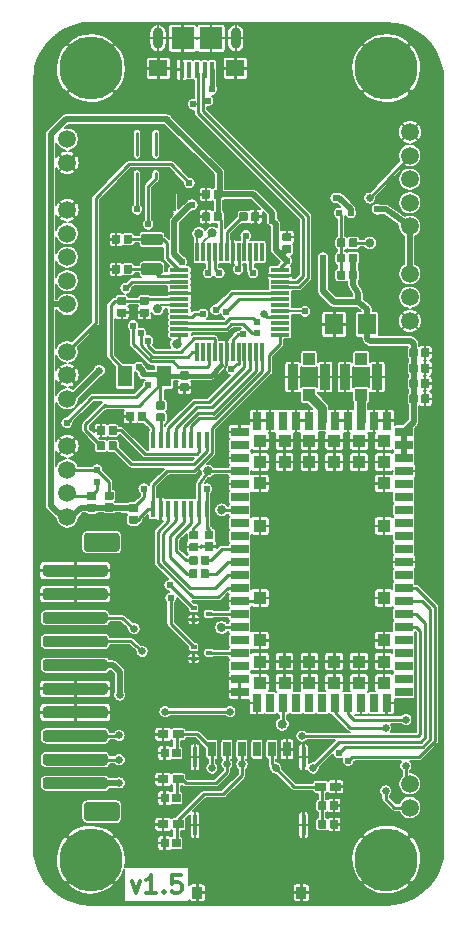
<source format=gbr>
G04 #@! TF.GenerationSoftware,KiCad,Pcbnew,5.1.8+dfsg1-1~bpo10+1*
G04 #@! TF.CreationDate,2021-01-02T21:10:29+01:00*
G04 #@! TF.ProjectId,easyhive,65617379-6869-4766-952e-6b696361645f,rev?*
G04 #@! TF.SameCoordinates,Original*
G04 #@! TF.FileFunction,Copper,L1,Top*
G04 #@! TF.FilePolarity,Positive*
%FSLAX46Y46*%
G04 Gerber Fmt 4.6, Leading zero omitted, Abs format (unit mm)*
G04 Created by KiCad (PCBNEW 5.1.8+dfsg1-1~bpo10+1) date 2021-01-02 21:10:29*
%MOMM*%
%LPD*%
G01*
G04 APERTURE LIST*
G04 #@! TA.AperFunction,NonConductor*
%ADD10C,0.300000*%
G04 #@! TD*
G04 #@! TA.AperFunction,SMDPad,CuDef*
%ADD11C,1.500000*%
G04 #@! TD*
G04 #@! TA.AperFunction,SMDPad,CuDef*
%ADD12R,0.508000X0.355999*%
G04 #@! TD*
G04 #@! TA.AperFunction,ComponentPad*
%ADD13C,1.500000*%
G04 #@! TD*
G04 #@! TA.AperFunction,SMDPad,CuDef*
%ADD14R,1.600000X1.800000*%
G04 #@! TD*
G04 #@! TA.AperFunction,SMDPad,CuDef*
%ADD15R,0.354800X1.461999*%
G04 #@! TD*
G04 #@! TA.AperFunction,ComponentPad*
%ADD16O,0.900000X1.800000*%
G04 #@! TD*
G04 #@! TA.AperFunction,SMDPad,CuDef*
%ADD17R,1.900000X1.900000*%
G04 #@! TD*
G04 #@! TA.AperFunction,SMDPad,CuDef*
%ADD18R,1.600000X1.400000*%
G04 #@! TD*
G04 #@! TA.AperFunction,SMDPad,CuDef*
%ADD19R,0.400000X1.350000*%
G04 #@! TD*
G04 #@! TA.AperFunction,SMDPad,CuDef*
%ADD20R,1.200000X1.800000*%
G04 #@! TD*
G04 #@! TA.AperFunction,SMDPad,CuDef*
%ADD21R,0.350000X1.800000*%
G04 #@! TD*
G04 #@! TA.AperFunction,SMDPad,CuDef*
%ADD22R,0.650000X1.300000*%
G04 #@! TD*
G04 #@! TA.AperFunction,SMDPad,CuDef*
%ADD23R,0.900000X1.000000*%
G04 #@! TD*
G04 #@! TA.AperFunction,SMDPad,CuDef*
%ADD24R,0.850000X2.200000*%
G04 #@! TD*
G04 #@! TA.AperFunction,SMDPad,CuDef*
%ADD25R,1.000000X1.050000*%
G04 #@! TD*
G04 #@! TA.AperFunction,SMDPad,CuDef*
%ADD26R,0.800000X1.500000*%
G04 #@! TD*
G04 #@! TA.AperFunction,SMDPad,CuDef*
%ADD27R,1.500000X0.800000*%
G04 #@! TD*
G04 #@! TA.AperFunction,SMDPad,CuDef*
%ADD28R,1.100000X1.100000*%
G04 #@! TD*
G04 #@! TA.AperFunction,ComponentPad*
%ADD29C,0.508000*%
G04 #@! TD*
G04 #@! TA.AperFunction,SMDPad,CuDef*
%ADD30R,0.300000X1.600000*%
G04 #@! TD*
G04 #@! TA.AperFunction,SMDPad,CuDef*
%ADD31R,1.600000X0.300000*%
G04 #@! TD*
G04 #@! TA.AperFunction,ComponentPad*
%ADD32C,5.334000*%
G04 #@! TD*
G04 #@! TA.AperFunction,ViaPad*
%ADD33C,0.609600*%
G04 #@! TD*
G04 #@! TA.AperFunction,ViaPad*
%ADD34C,0.654800*%
G04 #@! TD*
G04 #@! TA.AperFunction,ViaPad*
%ADD35C,0.800000*%
G04 #@! TD*
G04 #@! TA.AperFunction,Conductor*
%ADD36C,0.250000*%
G04 #@! TD*
G04 #@! TA.AperFunction,Conductor*
%ADD37C,0.300000*%
G04 #@! TD*
G04 #@! TA.AperFunction,Conductor*
%ADD38C,0.406400*%
G04 #@! TD*
G04 #@! TA.AperFunction,Conductor*
%ADD39C,0.254000*%
G04 #@! TD*
G04 #@! TA.AperFunction,Conductor*
%ADD40C,0.508000*%
G04 #@! TD*
G04 #@! TA.AperFunction,Conductor*
%ADD41C,0.400000*%
G04 #@! TD*
G04 #@! TA.AperFunction,Conductor*
%ADD42C,0.500000*%
G04 #@! TD*
G04 #@! TA.AperFunction,Conductor*
%ADD43C,0.203200*%
G04 #@! TD*
G04 #@! TA.AperFunction,Conductor*
%ADD44C,0.800000*%
G04 #@! TD*
G04 #@! TA.AperFunction,Conductor*
%ADD45C,0.152400*%
G04 #@! TD*
G04 #@! TA.AperFunction,Conductor*
%ADD46C,0.100000*%
G04 #@! TD*
G04 APERTURE END LIST*
D10*
X139474285Y-140330371D02*
X139831428Y-141330371D01*
X140188571Y-140330371D01*
X141545714Y-141330371D02*
X140688571Y-141330371D01*
X141117142Y-141330371D02*
X141117142Y-139830371D01*
X140974285Y-140044657D01*
X140831428Y-140187514D01*
X140688571Y-140258942D01*
X142188571Y-141187514D02*
X142260000Y-141258942D01*
X142188571Y-141330371D01*
X142117142Y-141258942D01*
X142188571Y-141187514D01*
X142188571Y-141330371D01*
X143617142Y-139830371D02*
X142902857Y-139830371D01*
X142831428Y-140544657D01*
X142902857Y-140473228D01*
X143045714Y-140401800D01*
X143402857Y-140401800D01*
X143545714Y-140473228D01*
X143617142Y-140544657D01*
X143688571Y-140687514D01*
X143688571Y-141044657D01*
X143617142Y-141187514D01*
X143545714Y-141258942D01*
X143402857Y-141330371D01*
X143045714Y-141330371D01*
X142902857Y-141258942D01*
X142831428Y-141187514D01*
D11*
X163000000Y-134100000D03*
X163000000Y-132100000D03*
D12*
X146000000Y-121000000D03*
X144704999Y-121500003D03*
X144704999Y-120500002D03*
X145995001Y-117699997D03*
X144700000Y-118200000D03*
X144700000Y-117199999D03*
D13*
X163000000Y-88900000D03*
X163000000Y-90900000D03*
X163000000Y-92900000D03*
X134001100Y-109503600D03*
X134001100Y-107503600D03*
X134001100Y-105503600D03*
X134001100Y-103503600D03*
X134001100Y-99503600D03*
X134001100Y-97503600D03*
X134001100Y-95503600D03*
X134001100Y-91503600D03*
X134001100Y-89503600D03*
X134001100Y-87503600D03*
X134001100Y-85503600D03*
X134001100Y-83503600D03*
X163001100Y-84903600D03*
X163001100Y-82903600D03*
X163001100Y-80903600D03*
X163001100Y-78903600D03*
X163001100Y-76903600D03*
X134001100Y-77503600D03*
X134001100Y-79503600D03*
D14*
X159400000Y-93200000D03*
X156600000Y-93200000D03*
D15*
X145799998Y-108817000D03*
X145149997Y-108817000D03*
X144499998Y-108817000D03*
X143849997Y-108817000D03*
X143199998Y-108817000D03*
X142550000Y-108817000D03*
X141899998Y-108817000D03*
X141250000Y-108817000D03*
X141250000Y-102975000D03*
X141900001Y-102975000D03*
X142550000Y-102975000D03*
X143200001Y-102975000D03*
X143850000Y-102975000D03*
X144499998Y-102975000D03*
X145150000Y-102975000D03*
X145799998Y-102975000D03*
D16*
X141671100Y-68962600D03*
X148271100Y-68962600D03*
D17*
X143771100Y-68962600D03*
X146171100Y-68962600D03*
D18*
X141721100Y-71512600D03*
X148221100Y-71512600D03*
D19*
X146271100Y-71637600D03*
X145621100Y-71637600D03*
X143671100Y-71637600D03*
X144321100Y-71637600D03*
X144971100Y-71637600D03*
G04 #@! TA.AperFunction,SMDPad,CuDef*
G36*
G01*
X147075000Y-108500000D02*
X147075000Y-108500000D01*
G75*
G02*
X147475000Y-108900000I0J-400000D01*
G01*
X147475000Y-108900000D01*
G75*
G02*
X147075000Y-109300000I-400000J0D01*
G01*
X147075000Y-109300000D01*
G75*
G02*
X146675000Y-108900000I0J400000D01*
G01*
X146675000Y-108900000D01*
G75*
G02*
X147075000Y-108500000I400000J0D01*
G01*
G37*
G04 #@! TD.AperFunction*
G04 #@! TA.AperFunction,SMDPad,CuDef*
G36*
G01*
X159200000Y-86300000D02*
X159200000Y-86300000D01*
G75*
G02*
X159600000Y-85900000I400000J0D01*
G01*
X159600000Y-85900000D01*
G75*
G02*
X160000000Y-86300000I0J-400000D01*
G01*
X160000000Y-86300000D01*
G75*
G02*
X159600000Y-86700000I-400000J0D01*
G01*
X159600000Y-86700000D01*
G75*
G02*
X159200000Y-86300000I0J400000D01*
G01*
G37*
G04 #@! TD.AperFunction*
G04 #@! TA.AperFunction,SMDPad,CuDef*
G36*
G01*
X145850000Y-85450000D02*
X145850000Y-85450000D01*
G75*
G02*
X146250000Y-85050000I400000J0D01*
G01*
X146250000Y-85050000D01*
G75*
G02*
X146650000Y-85450000I0J-400000D01*
G01*
X146650000Y-85450000D01*
G75*
G02*
X146250000Y-85850000I-400000J0D01*
G01*
X146250000Y-85850000D01*
G75*
G02*
X145850000Y-85450000I0J400000D01*
G01*
G37*
G04 #@! TD.AperFunction*
G04 #@! TA.AperFunction,SMDPad,CuDef*
G36*
G01*
X144729850Y-85512350D02*
X144729850Y-85512350D01*
G75*
G02*
X145129850Y-85112350I400000J0D01*
G01*
X145129850Y-85112350D01*
G75*
G02*
X145529850Y-85512350I0J-400000D01*
G01*
X145529850Y-85512350D01*
G75*
G02*
X145129850Y-85912350I-400000J0D01*
G01*
X145129850Y-85912350D01*
G75*
G02*
X144729850Y-85512350I0J400000D01*
G01*
G37*
G04 #@! TD.AperFunction*
G04 #@! TA.AperFunction,SMDPad,CuDef*
G36*
G01*
X141237350Y-91862350D02*
X141237350Y-91862350D01*
G75*
G02*
X141637350Y-91462350I400000J0D01*
G01*
X141637350Y-91462350D01*
G75*
G02*
X142037350Y-91862350I0J-400000D01*
G01*
X142037350Y-91862350D01*
G75*
G02*
X141637350Y-92262350I-400000J0D01*
G01*
X141637350Y-92262350D01*
G75*
G02*
X141237350Y-91862350I0J400000D01*
G01*
G37*
G04 #@! TD.AperFunction*
G04 #@! TA.AperFunction,SMDPad,CuDef*
G36*
G01*
X151800000Y-127050000D02*
X151800000Y-127050000D01*
G75*
G02*
X152200000Y-126650000I400000J0D01*
G01*
X152200000Y-126650000D01*
G75*
G02*
X152600000Y-127050000I0J-400000D01*
G01*
X152600000Y-127050000D01*
G75*
G02*
X152200000Y-127450000I-400000J0D01*
G01*
X152200000Y-127450000D01*
G75*
G02*
X151800000Y-127050000I0J400000D01*
G01*
G37*
G04 #@! TD.AperFunction*
G04 #@! TA.AperFunction,SMDPad,CuDef*
G36*
G01*
X146650000Y-118850000D02*
X146650000Y-118850000D01*
G75*
G02*
X147050000Y-118450000I400000J0D01*
G01*
X147050000Y-118450000D01*
G75*
G02*
X147450000Y-118850000I0J-400000D01*
G01*
X147450000Y-118850000D01*
G75*
G02*
X147050000Y-119250000I-400000J0D01*
G01*
X147050000Y-119250000D01*
G75*
G02*
X146650000Y-118850000I0J400000D01*
G01*
G37*
G04 #@! TD.AperFunction*
G04 #@! TA.AperFunction,SMDPad,CuDef*
G36*
G01*
X145500000Y-105600000D02*
X145500000Y-105600000D01*
G75*
G02*
X145900000Y-105200000I400000J0D01*
G01*
X145900000Y-105200000D01*
G75*
G02*
X146300000Y-105600000I0J-400000D01*
G01*
X146300000Y-105600000D01*
G75*
G02*
X145900000Y-106000000I-400000J0D01*
G01*
X145900000Y-106000000D01*
G75*
G02*
X145500000Y-105600000I0J400000D01*
G01*
G37*
G04 #@! TD.AperFunction*
G04 #@! TA.AperFunction,SMDPad,CuDef*
G36*
G01*
X139973400Y-108448000D02*
X139973400Y-109008000D01*
G75*
G02*
X139903400Y-109078000I-70000J0D01*
G01*
X139293400Y-109078000D01*
G75*
G02*
X139223400Y-109008000I0J70000D01*
G01*
X139223400Y-108448000D01*
G75*
G02*
X139293400Y-108378000I70000J0D01*
G01*
X139903400Y-108378000D01*
G75*
G02*
X139973400Y-108448000I0J-70000D01*
G01*
G37*
G04 #@! TD.AperFunction*
G04 #@! TA.AperFunction,SMDPad,CuDef*
G36*
G01*
X139973400Y-109448000D02*
X139973400Y-110008000D01*
G75*
G02*
X139903400Y-110078000I-70000J0D01*
G01*
X139293400Y-110078000D01*
G75*
G02*
X139223400Y-110008000I0J70000D01*
G01*
X139223400Y-109448000D01*
G75*
G02*
X139293400Y-109378000I70000J0D01*
G01*
X139903400Y-109378000D01*
G75*
G02*
X139973400Y-109448000I0J-70000D01*
G01*
G37*
G04 #@! TD.AperFunction*
G04 #@! TA.AperFunction,SMDPad,CuDef*
G36*
G01*
X140607000Y-101365400D02*
X140047000Y-101365400D01*
G75*
G02*
X139977000Y-101295400I0J70000D01*
G01*
X139977000Y-100685400D01*
G75*
G02*
X140047000Y-100615400I70000J0D01*
G01*
X140607000Y-100615400D01*
G75*
G02*
X140677000Y-100685400I0J-70000D01*
G01*
X140677000Y-101295400D01*
G75*
G02*
X140607000Y-101365400I-70000J0D01*
G01*
G37*
G04 #@! TD.AperFunction*
G04 #@! TA.AperFunction,SMDPad,CuDef*
G36*
G01*
X139607000Y-101365400D02*
X139047000Y-101365400D01*
G75*
G02*
X138977000Y-101295400I0J70000D01*
G01*
X138977000Y-100685400D01*
G75*
G02*
X139047000Y-100615400I70000J0D01*
G01*
X139607000Y-100615400D01*
G75*
G02*
X139677000Y-100685400I0J-70000D01*
G01*
X139677000Y-101295400D01*
G75*
G02*
X139607000Y-101365400I-70000J0D01*
G01*
G37*
G04 #@! TD.AperFunction*
G04 #@! TA.AperFunction,SMDPad,CuDef*
G36*
G01*
X141509400Y-101346600D02*
X141509400Y-100786600D01*
G75*
G02*
X141579400Y-100716600I70000J0D01*
G01*
X142189400Y-100716600D01*
G75*
G02*
X142259400Y-100786600I0J-70000D01*
G01*
X142259400Y-101346600D01*
G75*
G02*
X142189400Y-101416600I-70000J0D01*
G01*
X141579400Y-101416600D01*
G75*
G02*
X141509400Y-101346600I0J70000D01*
G01*
G37*
G04 #@! TD.AperFunction*
G04 #@! TA.AperFunction,SMDPad,CuDef*
G36*
G01*
X141509400Y-100346600D02*
X141509400Y-99786600D01*
G75*
G02*
X141579400Y-99716600I70000J0D01*
G01*
X142189400Y-99716600D01*
G75*
G02*
X142259400Y-99786600I0J-70000D01*
G01*
X142259400Y-100346600D01*
G75*
G02*
X142189400Y-100416600I-70000J0D01*
G01*
X141579400Y-100416600D01*
G75*
G02*
X141509400Y-100346600I0J70000D01*
G01*
G37*
G04 #@! TD.AperFunction*
G04 #@! TA.AperFunction,SMDPad,CuDef*
G36*
G01*
X138133400Y-102550200D02*
X137573400Y-102550200D01*
G75*
G02*
X137503400Y-102480200I0J70000D01*
G01*
X137503400Y-101870200D01*
G75*
G02*
X137573400Y-101800200I70000J0D01*
G01*
X138133400Y-101800200D01*
G75*
G02*
X138203400Y-101870200I0J-70000D01*
G01*
X138203400Y-102480200D01*
G75*
G02*
X138133400Y-102550200I-70000J0D01*
G01*
G37*
G04 #@! TD.AperFunction*
G04 #@! TA.AperFunction,SMDPad,CuDef*
G36*
G01*
X137133400Y-102550200D02*
X136573400Y-102550200D01*
G75*
G02*
X136503400Y-102480200I0J70000D01*
G01*
X136503400Y-101870200D01*
G75*
G02*
X136573400Y-101800200I70000J0D01*
G01*
X137133400Y-101800200D01*
G75*
G02*
X137203400Y-101870200I0J-70000D01*
G01*
X137203400Y-102480200D01*
G75*
G02*
X137133400Y-102550200I-70000J0D01*
G01*
G37*
G04 #@! TD.AperFunction*
G04 #@! TA.AperFunction,SMDPad,CuDef*
G36*
G01*
X138133400Y-103850200D02*
X137573400Y-103850200D01*
G75*
G02*
X137503400Y-103780200I0J70000D01*
G01*
X137503400Y-103170200D01*
G75*
G02*
X137573400Y-103100200I70000J0D01*
G01*
X138133400Y-103100200D01*
G75*
G02*
X138203400Y-103170200I0J-70000D01*
G01*
X138203400Y-103780200D01*
G75*
G02*
X138133400Y-103850200I-70000J0D01*
G01*
G37*
G04 #@! TD.AperFunction*
G04 #@! TA.AperFunction,SMDPad,CuDef*
G36*
G01*
X137133400Y-103850200D02*
X136573400Y-103850200D01*
G75*
G02*
X136503400Y-103780200I0J70000D01*
G01*
X136503400Y-103170200D01*
G75*
G02*
X136573400Y-103100200I70000J0D01*
G01*
X137133400Y-103100200D01*
G75*
G02*
X137203400Y-103170200I0J-70000D01*
G01*
X137203400Y-103780200D01*
G75*
G02*
X137133400Y-103850200I-70000J0D01*
G01*
G37*
G04 #@! TD.AperFunction*
G04 #@! TA.AperFunction,SMDPad,CuDef*
G36*
G01*
X137166000Y-108984000D02*
X137166000Y-108424000D01*
G75*
G02*
X137236000Y-108354000I70000J0D01*
G01*
X137846000Y-108354000D01*
G75*
G02*
X137916000Y-108424000I0J-70000D01*
G01*
X137916000Y-108984000D01*
G75*
G02*
X137846000Y-109054000I-70000J0D01*
G01*
X137236000Y-109054000D01*
G75*
G02*
X137166000Y-108984000I0J70000D01*
G01*
G37*
G04 #@! TD.AperFunction*
G04 #@! TA.AperFunction,SMDPad,CuDef*
G36*
G01*
X137166000Y-107984000D02*
X137166000Y-107424000D01*
G75*
G02*
X137236000Y-107354000I70000J0D01*
G01*
X137846000Y-107354000D01*
G75*
G02*
X137916000Y-107424000I0J-70000D01*
G01*
X137916000Y-107984000D01*
G75*
G02*
X137846000Y-108054000I-70000J0D01*
G01*
X137236000Y-108054000D01*
G75*
G02*
X137166000Y-107984000I0J70000D01*
G01*
G37*
G04 #@! TD.AperFunction*
G04 #@! TA.AperFunction,SMDPad,CuDef*
G36*
G01*
X135667400Y-108992000D02*
X135667400Y-108432000D01*
G75*
G02*
X135737400Y-108362000I70000J0D01*
G01*
X136347400Y-108362000D01*
G75*
G02*
X136417400Y-108432000I0J-70000D01*
G01*
X136417400Y-108992000D01*
G75*
G02*
X136347400Y-109062000I-70000J0D01*
G01*
X135737400Y-109062000D01*
G75*
G02*
X135667400Y-108992000I0J70000D01*
G01*
G37*
G04 #@! TD.AperFunction*
G04 #@! TA.AperFunction,SMDPad,CuDef*
G36*
G01*
X135667400Y-107992000D02*
X135667400Y-107432000D01*
G75*
G02*
X135737400Y-107362000I70000J0D01*
G01*
X136347400Y-107362000D01*
G75*
G02*
X136417400Y-107432000I0J-70000D01*
G01*
X136417400Y-107992000D01*
G75*
G02*
X136347400Y-108062000I-70000J0D01*
G01*
X135737400Y-108062000D01*
G75*
G02*
X135667400Y-107992000I0J70000D01*
G01*
G37*
G04 #@! TD.AperFunction*
G04 #@! TA.AperFunction,SMDPad,CuDef*
G36*
G01*
X144370000Y-113925000D02*
X144930000Y-113925000D01*
G75*
G02*
X145000000Y-113995000I0J-70000D01*
G01*
X145000000Y-114605000D01*
G75*
G02*
X144930000Y-114675000I-70000J0D01*
G01*
X144370000Y-114675000D01*
G75*
G02*
X144300000Y-114605000I0J70000D01*
G01*
X144300000Y-113995000D01*
G75*
G02*
X144370000Y-113925000I70000J0D01*
G01*
G37*
G04 #@! TD.AperFunction*
G04 #@! TA.AperFunction,SMDPad,CuDef*
G36*
G01*
X145370000Y-113925000D02*
X145930000Y-113925000D01*
G75*
G02*
X146000000Y-113995000I0J-70000D01*
G01*
X146000000Y-114605000D01*
G75*
G02*
X145930000Y-114675000I-70000J0D01*
G01*
X145370000Y-114675000D01*
G75*
G02*
X145300000Y-114605000I0J70000D01*
G01*
X145300000Y-113995000D01*
G75*
G02*
X145370000Y-113925000I70000J0D01*
G01*
G37*
G04 #@! TD.AperFunction*
G04 #@! TA.AperFunction,SMDPad,CuDef*
G36*
G01*
X144395000Y-112800000D02*
X144955000Y-112800000D01*
G75*
G02*
X145025000Y-112870000I0J-70000D01*
G01*
X145025000Y-113480000D01*
G75*
G02*
X144955000Y-113550000I-70000J0D01*
G01*
X144395000Y-113550000D01*
G75*
G02*
X144325000Y-113480000I0J70000D01*
G01*
X144325000Y-112870000D01*
G75*
G02*
X144395000Y-112800000I70000J0D01*
G01*
G37*
G04 #@! TD.AperFunction*
G04 #@! TA.AperFunction,SMDPad,CuDef*
G36*
G01*
X145395000Y-112800000D02*
X145955000Y-112800000D01*
G75*
G02*
X146025000Y-112870000I0J-70000D01*
G01*
X146025000Y-113480000D01*
G75*
G02*
X145955000Y-113550000I-70000J0D01*
G01*
X145395000Y-113550000D01*
G75*
G02*
X145325000Y-113480000I0J70000D01*
G01*
X145325000Y-112870000D01*
G75*
G02*
X145395000Y-112800000I70000J0D01*
G01*
G37*
G04 #@! TD.AperFunction*
G04 #@! TA.AperFunction,SMDPad,CuDef*
G36*
G01*
X158480000Y-87945000D02*
X157920000Y-87945000D01*
G75*
G02*
X157850000Y-87875000I0J70000D01*
G01*
X157850000Y-87265000D01*
G75*
G02*
X157920000Y-87195000I70000J0D01*
G01*
X158480000Y-87195000D01*
G75*
G02*
X158550000Y-87265000I0J-70000D01*
G01*
X158550000Y-87875000D01*
G75*
G02*
X158480000Y-87945000I-70000J0D01*
G01*
G37*
G04 #@! TD.AperFunction*
G04 #@! TA.AperFunction,SMDPad,CuDef*
G36*
G01*
X157480000Y-87945000D02*
X156920000Y-87945000D01*
G75*
G02*
X156850000Y-87875000I0J70000D01*
G01*
X156850000Y-87265000D01*
G75*
G02*
X156920000Y-87195000I70000J0D01*
G01*
X157480000Y-87195000D01*
G75*
G02*
X157550000Y-87265000I0J-70000D01*
G01*
X157550000Y-87875000D01*
G75*
G02*
X157480000Y-87945000I-70000J0D01*
G01*
G37*
G04 #@! TD.AperFunction*
G04 #@! TA.AperFunction,SMDPad,CuDef*
G36*
G01*
X156920000Y-85915000D02*
X157480000Y-85915000D01*
G75*
G02*
X157550000Y-85985000I0J-70000D01*
G01*
X157550000Y-86595000D01*
G75*
G02*
X157480000Y-86665000I-70000J0D01*
G01*
X156920000Y-86665000D01*
G75*
G02*
X156850000Y-86595000I0J70000D01*
G01*
X156850000Y-85985000D01*
G75*
G02*
X156920000Y-85915000I70000J0D01*
G01*
G37*
G04 #@! TD.AperFunction*
G04 #@! TA.AperFunction,SMDPad,CuDef*
G36*
G01*
X157920000Y-85915000D02*
X158480000Y-85915000D01*
G75*
G02*
X158550000Y-85985000I0J-70000D01*
G01*
X158550000Y-86595000D01*
G75*
G02*
X158480000Y-86665000I-70000J0D01*
G01*
X157920000Y-86665000D01*
G75*
G02*
X157850000Y-86595000I0J70000D01*
G01*
X157850000Y-85985000D01*
G75*
G02*
X157920000Y-85915000I70000J0D01*
G01*
G37*
G04 #@! TD.AperFunction*
G04 #@! TA.AperFunction,SMDPad,CuDef*
G36*
G01*
X140386100Y-88008600D02*
X141936100Y-88008600D01*
G75*
G02*
X142061100Y-88133600I0J-125000D01*
G01*
X142061100Y-88883600D01*
G75*
G02*
X141936100Y-89008600I-125000J0D01*
G01*
X140386100Y-89008600D01*
G75*
G02*
X140261100Y-88883600I0J125000D01*
G01*
X140261100Y-88133600D01*
G75*
G02*
X140386100Y-88008600I125000J0D01*
G01*
G37*
G04 #@! TD.AperFunction*
G04 #@! TA.AperFunction,SMDPad,CuDef*
G36*
G01*
X140386100Y-85508600D02*
X141936100Y-85508600D01*
G75*
G02*
X142061100Y-85633600I0J-125000D01*
G01*
X142061100Y-86383600D01*
G75*
G02*
X141936100Y-86508600I-125000J0D01*
G01*
X140386100Y-86508600D01*
G75*
G02*
X140261100Y-86383600I0J125000D01*
G01*
X140261100Y-85633600D01*
G75*
G02*
X140386100Y-85508600I125000J0D01*
G01*
G37*
G04 #@! TD.AperFunction*
D20*
X142200000Y-97600000D03*
X138900000Y-97600000D03*
D21*
X154011100Y-135588600D03*
X144820100Y-135588600D03*
X154011100Y-129838600D03*
X144820100Y-129838600D03*
D22*
X146246100Y-129168600D03*
X147516100Y-129168600D03*
X148786100Y-129168600D03*
X150056100Y-129168600D03*
X151326100Y-129168600D03*
X152596100Y-129168600D03*
D23*
X153816100Y-141308600D03*
X145016100Y-141308600D03*
D24*
X155832400Y-97637600D03*
X153082400Y-97637600D03*
D25*
X154457400Y-99162600D03*
X154457400Y-96112600D03*
D24*
X160250000Y-97650000D03*
X157500000Y-97650000D03*
D25*
X158875000Y-99175000D03*
X158875000Y-96125000D03*
D26*
X152250000Y-101350000D03*
X153350000Y-101350000D03*
X154450000Y-101350000D03*
X155550000Y-101350000D03*
X156650000Y-101350000D03*
X157750000Y-101350000D03*
X158850000Y-101350000D03*
X159950000Y-101350000D03*
X150050000Y-101350000D03*
X151150000Y-101350000D03*
D27*
X148600000Y-102300000D03*
D26*
X161050000Y-101350000D03*
D27*
X148600000Y-103400000D03*
X148600000Y-104500000D03*
X148600000Y-105600000D03*
X148600000Y-106700000D03*
X148600000Y-107800000D03*
X148600000Y-108900000D03*
X148600000Y-110000000D03*
X148600000Y-111100000D03*
X148600000Y-112200000D03*
X148600000Y-113300000D03*
X148600000Y-114400000D03*
X148600000Y-115500000D03*
X148600000Y-116600000D03*
X148600000Y-117700000D03*
X148600000Y-118800000D03*
X148600000Y-119900000D03*
X148600000Y-121000000D03*
X148600000Y-122100000D03*
X148600000Y-123200000D03*
X148600000Y-124300000D03*
X162500000Y-102300000D03*
X162500000Y-103400000D03*
X162500000Y-104500000D03*
X162500000Y-105600000D03*
X162500000Y-106700000D03*
X162500000Y-107800000D03*
X162500000Y-108900000D03*
X162500000Y-110000000D03*
X162500000Y-111100000D03*
X162500000Y-112200000D03*
X162500000Y-113300000D03*
X162500000Y-114400000D03*
X162500000Y-115500000D03*
X162500000Y-116600000D03*
X162500000Y-117700000D03*
X162500000Y-118800000D03*
X162500000Y-119900000D03*
X162500000Y-121000000D03*
X162500000Y-122100000D03*
X162500000Y-123200000D03*
X162500000Y-124300000D03*
D26*
X152250000Y-125250000D03*
X153350000Y-125250000D03*
X154450000Y-125250000D03*
X155550000Y-125250000D03*
X156650000Y-125250000D03*
X157750000Y-125250000D03*
X158850000Y-125250000D03*
X159950000Y-125250000D03*
X150050000Y-125250000D03*
X151150000Y-125250000D03*
X161050000Y-125250000D03*
D28*
X150300000Y-103050000D03*
X152400000Y-103050000D03*
X154500000Y-103050000D03*
X156600000Y-103050000D03*
X158700000Y-103050000D03*
X160800000Y-103050000D03*
X160800000Y-104850000D03*
X158700000Y-104850000D03*
X156600000Y-104850000D03*
X154500000Y-104850000D03*
X152400000Y-104850000D03*
X150300000Y-104850000D03*
X150300000Y-106650000D03*
X160800000Y-106650000D03*
X150300000Y-110250000D03*
X160800000Y-110250000D03*
X150300000Y-121750000D03*
X152400000Y-121750000D03*
X154500000Y-121750000D03*
X156600000Y-121750000D03*
X158700000Y-121750000D03*
X160800000Y-121750000D03*
X160800000Y-123550000D03*
X158700000Y-123550000D03*
X156600000Y-123550000D03*
X154500000Y-123550000D03*
X152400000Y-123550000D03*
X150300000Y-123550000D03*
X150300000Y-116350000D03*
X160800000Y-116350000D03*
X150300000Y-119950000D03*
X160800000Y-119950000D03*
D29*
X142981100Y-82263600D03*
X142931100Y-83313600D03*
X142431100Y-82813600D03*
X141881100Y-82263600D03*
G04 #@! TA.AperFunction,SMDPad,CuDef*
G36*
G01*
X143231100Y-82093600D02*
X143231100Y-83533600D01*
G75*
G02*
X143151100Y-83613600I-80000J0D01*
G01*
X141711100Y-83613600D01*
G75*
G02*
X141631100Y-83533600I0J80000D01*
G01*
X141631100Y-82093600D01*
G75*
G02*
X141711100Y-82013600I80000J0D01*
G01*
X143151100Y-82013600D01*
G75*
G02*
X143231100Y-82093600I0J-80000D01*
G01*
G37*
G04 #@! TD.AperFunction*
D30*
X144996100Y-87068600D03*
X145496100Y-87068600D03*
X145996100Y-87068600D03*
X146496100Y-87068600D03*
X146996100Y-87068600D03*
X147496100Y-87068600D03*
X147996100Y-87068600D03*
X148496100Y-87068600D03*
X148996100Y-87068600D03*
X149496100Y-87068600D03*
X149996100Y-87068600D03*
X150496100Y-87068600D03*
D31*
X151996100Y-88568600D03*
X151996100Y-89068600D03*
X151996100Y-89568600D03*
X151996100Y-90068600D03*
X151996100Y-90568600D03*
X151996100Y-91068600D03*
X151996100Y-92068600D03*
X151996100Y-91568600D03*
X151996100Y-92568600D03*
X151996100Y-93068600D03*
X151996100Y-93568600D03*
X151996100Y-94068600D03*
D30*
X150496100Y-95568600D03*
X149996100Y-95568600D03*
X149496100Y-95568600D03*
X148996100Y-95568600D03*
X148496100Y-95568600D03*
X147996100Y-95568600D03*
X147496100Y-95568600D03*
X146996100Y-95568600D03*
X146496100Y-95568600D03*
X145996100Y-95568600D03*
X145496100Y-95568600D03*
X144996100Y-95568600D03*
D31*
X143496100Y-94068600D03*
X143496100Y-93568600D03*
X143496100Y-93068600D03*
X143496100Y-92568600D03*
X143496100Y-92068600D03*
X143496100Y-91568600D03*
X143496100Y-91068600D03*
X143496100Y-90568600D03*
X143496100Y-90068600D03*
X143496100Y-89568600D03*
X143496100Y-89068600D03*
X143496100Y-88568600D03*
D32*
X161001100Y-138503600D03*
X161001100Y-71503600D03*
X136001100Y-71503600D03*
X135991600Y-138506200D03*
G04 #@! TA.AperFunction,SMDPad,CuDef*
G36*
G01*
X142548600Y-127583600D02*
X142548600Y-128213600D01*
G75*
G02*
X142513600Y-128248600I-35000J0D01*
G01*
X141683600Y-128248600D01*
G75*
G02*
X141648600Y-128213600I0J35000D01*
G01*
X141648600Y-127583600D01*
G75*
G02*
X141683600Y-127548600I35000J0D01*
G01*
X142513600Y-127548600D01*
G75*
G02*
X142548600Y-127583600I0J-35000D01*
G01*
G37*
G04 #@! TD.AperFunction*
G04 #@! TA.AperFunction,SMDPad,CuDef*
G36*
G01*
X143848600Y-127583600D02*
X143848600Y-128213600D01*
G75*
G02*
X143813600Y-128248600I-35000J0D01*
G01*
X142983600Y-128248600D01*
G75*
G02*
X142948600Y-128213600I0J35000D01*
G01*
X142948600Y-127583600D01*
G75*
G02*
X142983600Y-127548600I35000J0D01*
G01*
X143813600Y-127548600D01*
G75*
G02*
X143848600Y-127583600I0J-35000D01*
G01*
G37*
G04 #@! TD.AperFunction*
G04 #@! TA.AperFunction,SMDPad,CuDef*
G36*
G01*
X142548600Y-131393600D02*
X142548600Y-132023600D01*
G75*
G02*
X142513600Y-132058600I-35000J0D01*
G01*
X141683600Y-132058600D01*
G75*
G02*
X141648600Y-132023600I0J35000D01*
G01*
X141648600Y-131393600D01*
G75*
G02*
X141683600Y-131358600I35000J0D01*
G01*
X142513600Y-131358600D01*
G75*
G02*
X142548600Y-131393600I0J-35000D01*
G01*
G37*
G04 #@! TD.AperFunction*
G04 #@! TA.AperFunction,SMDPad,CuDef*
G36*
G01*
X143848600Y-131393600D02*
X143848600Y-132023600D01*
G75*
G02*
X143813600Y-132058600I-35000J0D01*
G01*
X142983600Y-132058600D01*
G75*
G02*
X142948600Y-132023600I0J35000D01*
G01*
X142948600Y-131393600D01*
G75*
G02*
X142983600Y-131358600I35000J0D01*
G01*
X143813600Y-131358600D01*
G75*
G02*
X143848600Y-131393600I0J-35000D01*
G01*
G37*
G04 #@! TD.AperFunction*
G04 #@! TA.AperFunction,SMDPad,CuDef*
G36*
G01*
X156283600Y-132658600D02*
X156283600Y-132028600D01*
G75*
G02*
X156318600Y-131993600I35000J0D01*
G01*
X157148600Y-131993600D01*
G75*
G02*
X157183600Y-132028600I0J-35000D01*
G01*
X157183600Y-132658600D01*
G75*
G02*
X157148600Y-132693600I-35000J0D01*
G01*
X156318600Y-132693600D01*
G75*
G02*
X156283600Y-132658600I0J35000D01*
G01*
G37*
G04 #@! TD.AperFunction*
G04 #@! TA.AperFunction,SMDPad,CuDef*
G36*
G01*
X154983600Y-132658600D02*
X154983600Y-132028600D01*
G75*
G02*
X155018600Y-131993600I35000J0D01*
G01*
X155848600Y-131993600D01*
G75*
G02*
X155883600Y-132028600I0J-35000D01*
G01*
X155883600Y-132658600D01*
G75*
G02*
X155848600Y-132693600I-35000J0D01*
G01*
X155018600Y-132693600D01*
G75*
G02*
X154983600Y-132658600I0J35000D01*
G01*
G37*
G04 #@! TD.AperFunction*
G04 #@! TA.AperFunction,SMDPad,CuDef*
G36*
G01*
X142548600Y-135203600D02*
X142548600Y-135833600D01*
G75*
G02*
X142513600Y-135868600I-35000J0D01*
G01*
X141683600Y-135868600D01*
G75*
G02*
X141648600Y-135833600I0J35000D01*
G01*
X141648600Y-135203600D01*
G75*
G02*
X141683600Y-135168600I35000J0D01*
G01*
X142513600Y-135168600D01*
G75*
G02*
X142548600Y-135203600I0J-35000D01*
G01*
G37*
G04 #@! TD.AperFunction*
G04 #@! TA.AperFunction,SMDPad,CuDef*
G36*
G01*
X143848600Y-135203600D02*
X143848600Y-135833600D01*
G75*
G02*
X143813600Y-135868600I-35000J0D01*
G01*
X142983600Y-135868600D01*
G75*
G02*
X142948600Y-135833600I0J35000D01*
G01*
X142948600Y-135203600D01*
G75*
G02*
X142983600Y-135168600I35000J0D01*
G01*
X143813600Y-135168600D01*
G75*
G02*
X143848600Y-135203600I0J-35000D01*
G01*
G37*
G04 #@! TD.AperFunction*
G04 #@! TA.AperFunction,SMDPad,CuDef*
G36*
G01*
X145075000Y-110770000D02*
X145075000Y-111330000D01*
G75*
G02*
X145005000Y-111400000I-70000J0D01*
G01*
X144395000Y-111400000D01*
G75*
G02*
X144325000Y-111330000I0J70000D01*
G01*
X144325000Y-110770000D01*
G75*
G02*
X144395000Y-110700000I70000J0D01*
G01*
X145005000Y-110700000D01*
G75*
G02*
X145075000Y-110770000I0J-70000D01*
G01*
G37*
G04 #@! TD.AperFunction*
G04 #@! TA.AperFunction,SMDPad,CuDef*
G36*
G01*
X145075000Y-111770000D02*
X145075000Y-112330000D01*
G75*
G02*
X145005000Y-112400000I-70000J0D01*
G01*
X144395000Y-112400000D01*
G75*
G02*
X144325000Y-112330000I0J70000D01*
G01*
X144325000Y-111770000D01*
G75*
G02*
X144395000Y-111700000I70000J0D01*
G01*
X145005000Y-111700000D01*
G75*
G02*
X145075000Y-111770000I0J-70000D01*
G01*
G37*
G04 #@! TD.AperFunction*
G04 #@! TA.AperFunction,SMDPad,CuDef*
G36*
G01*
X146375000Y-110720000D02*
X146375000Y-111280000D01*
G75*
G02*
X146305000Y-111350000I-70000J0D01*
G01*
X145695000Y-111350000D01*
G75*
G02*
X145625000Y-111280000I0J70000D01*
G01*
X145625000Y-110720000D01*
G75*
G02*
X145695000Y-110650000I70000J0D01*
G01*
X146305000Y-110650000D01*
G75*
G02*
X146375000Y-110720000I0J-70000D01*
G01*
G37*
G04 #@! TD.AperFunction*
G04 #@! TA.AperFunction,SMDPad,CuDef*
G36*
G01*
X146375000Y-111720000D02*
X146375000Y-112280000D01*
G75*
G02*
X146305000Y-112350000I-70000J0D01*
G01*
X145695000Y-112350000D01*
G75*
G02*
X145625000Y-112280000I0J70000D01*
G01*
X145625000Y-111720000D01*
G75*
G02*
X145695000Y-111650000I70000J0D01*
G01*
X146305000Y-111650000D01*
G75*
G02*
X146375000Y-111720000I0J-70000D01*
G01*
G37*
G04 #@! TD.AperFunction*
G04 #@! TA.AperFunction,SMDPad,CuDef*
G36*
G01*
X163580000Y-97275000D02*
X163020000Y-97275000D01*
G75*
G02*
X162950000Y-97205000I0J70000D01*
G01*
X162950000Y-96595000D01*
G75*
G02*
X163020000Y-96525000I70000J0D01*
G01*
X163580000Y-96525000D01*
G75*
G02*
X163650000Y-96595000I0J-70000D01*
G01*
X163650000Y-97205000D01*
G75*
G02*
X163580000Y-97275000I-70000J0D01*
G01*
G37*
G04 #@! TD.AperFunction*
G04 #@! TA.AperFunction,SMDPad,CuDef*
G36*
G01*
X164580000Y-97275000D02*
X164020000Y-97275000D01*
G75*
G02*
X163950000Y-97205000I0J70000D01*
G01*
X163950000Y-96595000D01*
G75*
G02*
X164020000Y-96525000I70000J0D01*
G01*
X164580000Y-96525000D01*
G75*
G02*
X164650000Y-96595000I0J-70000D01*
G01*
X164650000Y-97205000D01*
G75*
G02*
X164580000Y-97275000I-70000J0D01*
G01*
G37*
G04 #@! TD.AperFunction*
G04 #@! TA.AperFunction,SMDPad,CuDef*
G36*
G01*
X163580000Y-99875000D02*
X163020000Y-99875000D01*
G75*
G02*
X162950000Y-99805000I0J70000D01*
G01*
X162950000Y-99195000D01*
G75*
G02*
X163020000Y-99125000I70000J0D01*
G01*
X163580000Y-99125000D01*
G75*
G02*
X163650000Y-99195000I0J-70000D01*
G01*
X163650000Y-99805000D01*
G75*
G02*
X163580000Y-99875000I-70000J0D01*
G01*
G37*
G04 #@! TD.AperFunction*
G04 #@! TA.AperFunction,SMDPad,CuDef*
G36*
G01*
X164580000Y-99875000D02*
X164020000Y-99875000D01*
G75*
G02*
X163950000Y-99805000I0J70000D01*
G01*
X163950000Y-99195000D01*
G75*
G02*
X164020000Y-99125000I70000J0D01*
G01*
X164580000Y-99125000D01*
G75*
G02*
X164650000Y-99195000I0J-70000D01*
G01*
X164650000Y-99805000D01*
G75*
G02*
X164580000Y-99875000I-70000J0D01*
G01*
G37*
G04 #@! TD.AperFunction*
G04 #@! TA.AperFunction,SMDPad,CuDef*
G36*
G01*
X163580000Y-98575000D02*
X163020000Y-98575000D01*
G75*
G02*
X162950000Y-98505000I0J70000D01*
G01*
X162950000Y-97895000D01*
G75*
G02*
X163020000Y-97825000I70000J0D01*
G01*
X163580000Y-97825000D01*
G75*
G02*
X163650000Y-97895000I0J-70000D01*
G01*
X163650000Y-98505000D01*
G75*
G02*
X163580000Y-98575000I-70000J0D01*
G01*
G37*
G04 #@! TD.AperFunction*
G04 #@! TA.AperFunction,SMDPad,CuDef*
G36*
G01*
X164580000Y-98575000D02*
X164020000Y-98575000D01*
G75*
G02*
X163950000Y-98505000I0J70000D01*
G01*
X163950000Y-97895000D01*
G75*
G02*
X164020000Y-97825000I70000J0D01*
G01*
X164580000Y-97825000D01*
G75*
G02*
X164650000Y-97895000I0J-70000D01*
G01*
X164650000Y-98505000D01*
G75*
G02*
X164580000Y-98575000I-70000J0D01*
G01*
G37*
G04 #@! TD.AperFunction*
G04 #@! TA.AperFunction,SMDPad,CuDef*
G36*
G01*
X163580000Y-95975000D02*
X163020000Y-95975000D01*
G75*
G02*
X162950000Y-95905000I0J70000D01*
G01*
X162950000Y-95295000D01*
G75*
G02*
X163020000Y-95225000I70000J0D01*
G01*
X163580000Y-95225000D01*
G75*
G02*
X163650000Y-95295000I0J-70000D01*
G01*
X163650000Y-95905000D01*
G75*
G02*
X163580000Y-95975000I-70000J0D01*
G01*
G37*
G04 #@! TD.AperFunction*
G04 #@! TA.AperFunction,SMDPad,CuDef*
G36*
G01*
X164580000Y-95975000D02*
X164020000Y-95975000D01*
G75*
G02*
X163950000Y-95905000I0J70000D01*
G01*
X163950000Y-95295000D01*
G75*
G02*
X164020000Y-95225000I70000J0D01*
G01*
X164580000Y-95225000D01*
G75*
G02*
X164650000Y-95295000I0J-70000D01*
G01*
X164650000Y-95905000D01*
G75*
G02*
X164580000Y-95975000I-70000J0D01*
G01*
G37*
G04 #@! TD.AperFunction*
G04 #@! TA.AperFunction,SMDPad,CuDef*
G36*
G01*
X156863600Y-135893600D02*
X156303600Y-135893600D01*
G75*
G02*
X156233600Y-135823600I0J70000D01*
G01*
X156233600Y-135213600D01*
G75*
G02*
X156303600Y-135143600I70000J0D01*
G01*
X156863600Y-135143600D01*
G75*
G02*
X156933600Y-135213600I0J-70000D01*
G01*
X156933600Y-135823600D01*
G75*
G02*
X156863600Y-135893600I-70000J0D01*
G01*
G37*
G04 #@! TD.AperFunction*
G04 #@! TA.AperFunction,SMDPad,CuDef*
G36*
G01*
X155863600Y-135893600D02*
X155303600Y-135893600D01*
G75*
G02*
X155233600Y-135823600I0J70000D01*
G01*
X155233600Y-135213600D01*
G75*
G02*
X155303600Y-135143600I70000J0D01*
G01*
X155863600Y-135143600D01*
G75*
G02*
X155933600Y-135213600I0J-70000D01*
G01*
X155933600Y-135823600D01*
G75*
G02*
X155863600Y-135893600I-70000J0D01*
G01*
G37*
G04 #@! TD.AperFunction*
G04 #@! TA.AperFunction,SMDPad,CuDef*
G36*
G01*
X156863600Y-134306100D02*
X156303600Y-134306100D01*
G75*
G02*
X156233600Y-134236100I0J70000D01*
G01*
X156233600Y-133626100D01*
G75*
G02*
X156303600Y-133556100I70000J0D01*
G01*
X156863600Y-133556100D01*
G75*
G02*
X156933600Y-133626100I0J-70000D01*
G01*
X156933600Y-134236100D01*
G75*
G02*
X156863600Y-134306100I-70000J0D01*
G01*
G37*
G04 #@! TD.AperFunction*
G04 #@! TA.AperFunction,SMDPad,CuDef*
G36*
G01*
X155863600Y-134306100D02*
X155303600Y-134306100D01*
G75*
G02*
X155233600Y-134236100I0J70000D01*
G01*
X155233600Y-133626100D01*
G75*
G02*
X155303600Y-133556100I70000J0D01*
G01*
X155863600Y-133556100D01*
G75*
G02*
X155933600Y-133626100I0J-70000D01*
G01*
X155933600Y-134236100D01*
G75*
G02*
X155863600Y-134306100I-70000J0D01*
G01*
G37*
G04 #@! TD.AperFunction*
G04 #@! TA.AperFunction,SMDPad,CuDef*
G36*
G01*
X141968600Y-136731100D02*
X142528600Y-136731100D01*
G75*
G02*
X142598600Y-136801100I0J-70000D01*
G01*
X142598600Y-137411100D01*
G75*
G02*
X142528600Y-137481100I-70000J0D01*
G01*
X141968600Y-137481100D01*
G75*
G02*
X141898600Y-137411100I0J70000D01*
G01*
X141898600Y-136801100D01*
G75*
G02*
X141968600Y-136731100I70000J0D01*
G01*
G37*
G04 #@! TD.AperFunction*
G04 #@! TA.AperFunction,SMDPad,CuDef*
G36*
G01*
X142968600Y-136731100D02*
X143528600Y-136731100D01*
G75*
G02*
X143598600Y-136801100I0J-70000D01*
G01*
X143598600Y-137411100D01*
G75*
G02*
X143528600Y-137481100I-70000J0D01*
G01*
X142968600Y-137481100D01*
G75*
G02*
X142898600Y-137411100I0J70000D01*
G01*
X142898600Y-136801100D01*
G75*
G02*
X142968600Y-136731100I70000J0D01*
G01*
G37*
G04 #@! TD.AperFunction*
G04 #@! TA.AperFunction,SMDPad,CuDef*
G36*
G01*
X141968600Y-132921100D02*
X142528600Y-132921100D01*
G75*
G02*
X142598600Y-132991100I0J-70000D01*
G01*
X142598600Y-133601100D01*
G75*
G02*
X142528600Y-133671100I-70000J0D01*
G01*
X141968600Y-133671100D01*
G75*
G02*
X141898600Y-133601100I0J70000D01*
G01*
X141898600Y-132991100D01*
G75*
G02*
X141968600Y-132921100I70000J0D01*
G01*
G37*
G04 #@! TD.AperFunction*
G04 #@! TA.AperFunction,SMDPad,CuDef*
G36*
G01*
X142968600Y-132921100D02*
X143528600Y-132921100D01*
G75*
G02*
X143598600Y-132991100I0J-70000D01*
G01*
X143598600Y-133601100D01*
G75*
G02*
X143528600Y-133671100I-70000J0D01*
G01*
X142968600Y-133671100D01*
G75*
G02*
X142898600Y-133601100I0J70000D01*
G01*
X142898600Y-132991100D01*
G75*
G02*
X142968600Y-132921100I70000J0D01*
G01*
G37*
G04 #@! TD.AperFunction*
G04 #@! TA.AperFunction,SMDPad,CuDef*
G36*
G01*
X141968600Y-129111100D02*
X142528600Y-129111100D01*
G75*
G02*
X142598600Y-129181100I0J-70000D01*
G01*
X142598600Y-129791100D01*
G75*
G02*
X142528600Y-129861100I-70000J0D01*
G01*
X141968600Y-129861100D01*
G75*
G02*
X141898600Y-129791100I0J70000D01*
G01*
X141898600Y-129181100D01*
G75*
G02*
X141968600Y-129111100I70000J0D01*
G01*
G37*
G04 #@! TD.AperFunction*
G04 #@! TA.AperFunction,SMDPad,CuDef*
G36*
G01*
X142968600Y-129111100D02*
X143528600Y-129111100D01*
G75*
G02*
X143598600Y-129181100I0J-70000D01*
G01*
X143598600Y-129791100D01*
G75*
G02*
X143528600Y-129861100I-70000J0D01*
G01*
X142968600Y-129861100D01*
G75*
G02*
X142898600Y-129791100I0J70000D01*
G01*
X142898600Y-129181100D01*
G75*
G02*
X142968600Y-129111100I70000J0D01*
G01*
G37*
G04 #@! TD.AperFunction*
G04 #@! TA.AperFunction,SMDPad,CuDef*
G36*
G01*
X156910000Y-88655000D02*
X157470000Y-88655000D01*
G75*
G02*
X157540000Y-88725000I0J-70000D01*
G01*
X157540000Y-89335000D01*
G75*
G02*
X157470000Y-89405000I-70000J0D01*
G01*
X156910000Y-89405000D01*
G75*
G02*
X156840000Y-89335000I0J70000D01*
G01*
X156840000Y-88725000D01*
G75*
G02*
X156910000Y-88655000I70000J0D01*
G01*
G37*
G04 #@! TD.AperFunction*
G04 #@! TA.AperFunction,SMDPad,CuDef*
G36*
G01*
X157910000Y-88655000D02*
X158470000Y-88655000D01*
G75*
G02*
X158540000Y-88725000I0J-70000D01*
G01*
X158540000Y-89335000D01*
G75*
G02*
X158470000Y-89405000I-70000J0D01*
G01*
X157910000Y-89405000D01*
G75*
G02*
X157840000Y-89335000I0J70000D01*
G01*
X157840000Y-88725000D01*
G75*
G02*
X157910000Y-88655000I70000J0D01*
G01*
G37*
G04 #@! TD.AperFunction*
G04 #@! TA.AperFunction,SMDPad,CuDef*
G36*
G01*
X138246100Y-92483600D02*
X138246100Y-91923600D01*
G75*
G02*
X138316100Y-91853600I70000J0D01*
G01*
X138926100Y-91853600D01*
G75*
G02*
X138996100Y-91923600I0J-70000D01*
G01*
X138996100Y-92483600D01*
G75*
G02*
X138926100Y-92553600I-70000J0D01*
G01*
X138316100Y-92553600D01*
G75*
G02*
X138246100Y-92483600I0J70000D01*
G01*
G37*
G04 #@! TD.AperFunction*
G04 #@! TA.AperFunction,SMDPad,CuDef*
G36*
G01*
X138246100Y-91483600D02*
X138246100Y-90923600D01*
G75*
G02*
X138316100Y-90853600I70000J0D01*
G01*
X138926100Y-90853600D01*
G75*
G02*
X138996100Y-90923600I0J-70000D01*
G01*
X138996100Y-91483600D01*
G75*
G02*
X138926100Y-91553600I-70000J0D01*
G01*
X138316100Y-91553600D01*
G75*
G02*
X138246100Y-91483600I0J70000D01*
G01*
G37*
G04 #@! TD.AperFunction*
G04 #@! TA.AperFunction,SMDPad,CuDef*
G36*
G01*
X145461100Y-81803600D02*
X146021100Y-81803600D01*
G75*
G02*
X146091100Y-81873600I0J-70000D01*
G01*
X146091100Y-82483600D01*
G75*
G02*
X146021100Y-82553600I-70000J0D01*
G01*
X145461100Y-82553600D01*
G75*
G02*
X145391100Y-82483600I0J70000D01*
G01*
X145391100Y-81873600D01*
G75*
G02*
X145461100Y-81803600I70000J0D01*
G01*
G37*
G04 #@! TD.AperFunction*
G04 #@! TA.AperFunction,SMDPad,CuDef*
G36*
G01*
X146461100Y-81803600D02*
X147021100Y-81803600D01*
G75*
G02*
X147091100Y-81873600I0J-70000D01*
G01*
X147091100Y-82483600D01*
G75*
G02*
X147021100Y-82553600I-70000J0D01*
G01*
X146461100Y-82553600D01*
G75*
G02*
X146391100Y-82483600I0J70000D01*
G01*
X146391100Y-81873600D01*
G75*
G02*
X146461100Y-81803600I70000J0D01*
G01*
G37*
G04 #@! TD.AperFunction*
G04 #@! TA.AperFunction,SMDPad,CuDef*
G36*
G01*
X140151100Y-92483600D02*
X140151100Y-91923600D01*
G75*
G02*
X140221100Y-91853600I70000J0D01*
G01*
X140831100Y-91853600D01*
G75*
G02*
X140901100Y-91923600I0J-70000D01*
G01*
X140901100Y-92483600D01*
G75*
G02*
X140831100Y-92553600I-70000J0D01*
G01*
X140221100Y-92553600D01*
G75*
G02*
X140151100Y-92483600I0J70000D01*
G01*
G37*
G04 #@! TD.AperFunction*
G04 #@! TA.AperFunction,SMDPad,CuDef*
G36*
G01*
X140151100Y-91483600D02*
X140151100Y-90923600D01*
G75*
G02*
X140221100Y-90853600I70000J0D01*
G01*
X140831100Y-90853600D01*
G75*
G02*
X140901100Y-90923600I0J-70000D01*
G01*
X140901100Y-91483600D01*
G75*
G02*
X140831100Y-91553600I-70000J0D01*
G01*
X140221100Y-91553600D01*
G75*
G02*
X140151100Y-91483600I0J70000D01*
G01*
G37*
G04 #@! TD.AperFunction*
G04 #@! TA.AperFunction,SMDPad,CuDef*
G36*
G01*
X152966100Y-85526100D02*
X152966100Y-86086100D01*
G75*
G02*
X152896100Y-86156100I-70000J0D01*
G01*
X152286100Y-86156100D01*
G75*
G02*
X152216100Y-86086100I0J70000D01*
G01*
X152216100Y-85526100D01*
G75*
G02*
X152286100Y-85456100I70000J0D01*
G01*
X152896100Y-85456100D01*
G75*
G02*
X152966100Y-85526100I0J-70000D01*
G01*
G37*
G04 #@! TD.AperFunction*
G04 #@! TA.AperFunction,SMDPad,CuDef*
G36*
G01*
X152966100Y-86526100D02*
X152966100Y-87086100D01*
G75*
G02*
X152896100Y-87156100I-70000J0D01*
G01*
X152286100Y-87156100D01*
G75*
G02*
X152216100Y-87086100I0J70000D01*
G01*
X152216100Y-86526100D01*
G75*
G02*
X152286100Y-86456100I70000J0D01*
G01*
X152896100Y-86456100D01*
G75*
G02*
X152966100Y-86526100I0J-70000D01*
G01*
G37*
G04 #@! TD.AperFunction*
G04 #@! TA.AperFunction,SMDPad,CuDef*
G36*
G01*
X143550000Y-98805000D02*
X143550000Y-98245000D01*
G75*
G02*
X143620000Y-98175000I70000J0D01*
G01*
X144230000Y-98175000D01*
G75*
G02*
X144300000Y-98245000I0J-70000D01*
G01*
X144300000Y-98805000D01*
G75*
G02*
X144230000Y-98875000I-70000J0D01*
G01*
X143620000Y-98875000D01*
G75*
G02*
X143550000Y-98805000I0J70000D01*
G01*
G37*
G04 #@! TD.AperFunction*
G04 #@! TA.AperFunction,SMDPad,CuDef*
G36*
G01*
X143550000Y-97805000D02*
X143550000Y-97245000D01*
G75*
G02*
X143620000Y-97175000I70000J0D01*
G01*
X144230000Y-97175000D01*
G75*
G02*
X144300000Y-97245000I0J-70000D01*
G01*
X144300000Y-97805000D01*
G75*
G02*
X144230000Y-97875000I-70000J0D01*
G01*
X143620000Y-97875000D01*
G75*
G02*
X143550000Y-97805000I0J70000D01*
G01*
G37*
G04 #@! TD.AperFunction*
G04 #@! TA.AperFunction,SMDPad,CuDef*
G36*
G01*
X137841100Y-88153600D02*
X138401100Y-88153600D01*
G75*
G02*
X138471100Y-88223600I0J-70000D01*
G01*
X138471100Y-88833600D01*
G75*
G02*
X138401100Y-88903600I-70000J0D01*
G01*
X137841100Y-88903600D01*
G75*
G02*
X137771100Y-88833600I0J70000D01*
G01*
X137771100Y-88223600D01*
G75*
G02*
X137841100Y-88153600I70000J0D01*
G01*
G37*
G04 #@! TD.AperFunction*
G04 #@! TA.AperFunction,SMDPad,CuDef*
G36*
G01*
X138841100Y-88153600D02*
X139401100Y-88153600D01*
G75*
G02*
X139471100Y-88223600I0J-70000D01*
G01*
X139471100Y-88833600D01*
G75*
G02*
X139401100Y-88903600I-70000J0D01*
G01*
X138841100Y-88903600D01*
G75*
G02*
X138771100Y-88833600I0J70000D01*
G01*
X138771100Y-88223600D01*
G75*
G02*
X138841100Y-88153600I70000J0D01*
G01*
G37*
G04 #@! TD.AperFunction*
G04 #@! TA.AperFunction,SMDPad,CuDef*
G36*
G01*
X137841100Y-85613600D02*
X138401100Y-85613600D01*
G75*
G02*
X138471100Y-85683600I0J-70000D01*
G01*
X138471100Y-86293600D01*
G75*
G02*
X138401100Y-86363600I-70000J0D01*
G01*
X137841100Y-86363600D01*
G75*
G02*
X137771100Y-86293600I0J70000D01*
G01*
X137771100Y-85683600D01*
G75*
G02*
X137841100Y-85613600I70000J0D01*
G01*
G37*
G04 #@! TD.AperFunction*
G04 #@! TA.AperFunction,SMDPad,CuDef*
G36*
G01*
X138841100Y-85613600D02*
X139401100Y-85613600D01*
G75*
G02*
X139471100Y-85683600I0J-70000D01*
G01*
X139471100Y-86293600D01*
G75*
G02*
X139401100Y-86363600I-70000J0D01*
G01*
X138841100Y-86363600D01*
G75*
G02*
X138771100Y-86293600I0J70000D01*
G01*
X138771100Y-85683600D01*
G75*
G02*
X138841100Y-85613600I70000J0D01*
G01*
G37*
G04 #@! TD.AperFunction*
G04 #@! TA.AperFunction,SMDPad,CuDef*
G36*
G01*
X150196100Y-84458600D02*
X149636100Y-84458600D01*
G75*
G02*
X149566100Y-84388600I0J70000D01*
G01*
X149566100Y-83778600D01*
G75*
G02*
X149636100Y-83708600I70000J0D01*
G01*
X150196100Y-83708600D01*
G75*
G02*
X150266100Y-83778600I0J-70000D01*
G01*
X150266100Y-84388600D01*
G75*
G02*
X150196100Y-84458600I-70000J0D01*
G01*
G37*
G04 #@! TD.AperFunction*
G04 #@! TA.AperFunction,SMDPad,CuDef*
G36*
G01*
X149196100Y-84458600D02*
X148636100Y-84458600D01*
G75*
G02*
X148566100Y-84388600I0J70000D01*
G01*
X148566100Y-83778600D01*
G75*
G02*
X148636100Y-83708600I70000J0D01*
G01*
X149196100Y-83708600D01*
G75*
G02*
X149266100Y-83778600I0J-70000D01*
G01*
X149266100Y-84388600D01*
G75*
G02*
X149196100Y-84458600I-70000J0D01*
G01*
G37*
G04 #@! TD.AperFunction*
G04 #@! TA.AperFunction,SMDPad,CuDef*
G36*
G01*
X145461100Y-83708600D02*
X146021100Y-83708600D01*
G75*
G02*
X146091100Y-83778600I0J-70000D01*
G01*
X146091100Y-84388600D01*
G75*
G02*
X146021100Y-84458600I-70000J0D01*
G01*
X145461100Y-84458600D01*
G75*
G02*
X145391100Y-84388600I0J70000D01*
G01*
X145391100Y-83778600D01*
G75*
G02*
X145461100Y-83708600I70000J0D01*
G01*
G37*
G04 #@! TD.AperFunction*
G04 #@! TA.AperFunction,SMDPad,CuDef*
G36*
G01*
X146461100Y-83708600D02*
X147021100Y-83708600D01*
G75*
G02*
X147091100Y-83778600I0J-70000D01*
G01*
X147091100Y-84388600D01*
G75*
G02*
X147021100Y-84458600I-70000J0D01*
G01*
X146461100Y-84458600D01*
G75*
G02*
X146391100Y-84388600I0J70000D01*
G01*
X146391100Y-83778600D01*
G75*
G02*
X146461100Y-83708600I70000J0D01*
G01*
G37*
G04 #@! TD.AperFunction*
G04 #@! TA.AperFunction,SMDPad,CuDef*
G36*
G01*
X135670800Y-133643400D02*
X138170800Y-133643400D01*
G75*
G02*
X138420800Y-133893400I0J-250000D01*
G01*
X138420800Y-134993400D01*
G75*
G02*
X138170800Y-135243400I-250000J0D01*
G01*
X135670800Y-135243400D01*
G75*
G02*
X135420800Y-134993400I0J250000D01*
G01*
X135420800Y-133893400D01*
G75*
G02*
X135670800Y-133643400I250000J0D01*
G01*
G37*
G04 #@! TD.AperFunction*
G04 #@! TA.AperFunction,SMDPad,CuDef*
G36*
G01*
X135670800Y-110843400D02*
X138170800Y-110843400D01*
G75*
G02*
X138420800Y-111093400I0J-250000D01*
G01*
X138420800Y-112193400D01*
G75*
G02*
X138170800Y-112443400I-250000J0D01*
G01*
X135670800Y-112443400D01*
G75*
G02*
X135420800Y-112193400I0J250000D01*
G01*
X135420800Y-111093400D01*
G75*
G02*
X135670800Y-110843400I250000J0D01*
G01*
G37*
G04 #@! TD.AperFunction*
G04 #@! TA.AperFunction,SMDPad,CuDef*
G36*
G01*
X132170800Y-131543400D02*
X137170800Y-131543400D01*
G75*
G02*
X137420800Y-131793400I0J-250000D01*
G01*
X137420800Y-132293400D01*
G75*
G02*
X137170800Y-132543400I-250000J0D01*
G01*
X132170800Y-132543400D01*
G75*
G02*
X131920800Y-132293400I0J250000D01*
G01*
X131920800Y-131793400D01*
G75*
G02*
X132170800Y-131543400I250000J0D01*
G01*
G37*
G04 #@! TD.AperFunction*
G04 #@! TA.AperFunction,SMDPad,CuDef*
G36*
G01*
X132170800Y-129543400D02*
X137170800Y-129543400D01*
G75*
G02*
X137420800Y-129793400I0J-250000D01*
G01*
X137420800Y-130293400D01*
G75*
G02*
X137170800Y-130543400I-250000J0D01*
G01*
X132170800Y-130543400D01*
G75*
G02*
X131920800Y-130293400I0J250000D01*
G01*
X131920800Y-129793400D01*
G75*
G02*
X132170800Y-129543400I250000J0D01*
G01*
G37*
G04 #@! TD.AperFunction*
G04 #@! TA.AperFunction,SMDPad,CuDef*
G36*
G01*
X132170800Y-127543400D02*
X137170800Y-127543400D01*
G75*
G02*
X137420800Y-127793400I0J-250000D01*
G01*
X137420800Y-128293400D01*
G75*
G02*
X137170800Y-128543400I-250000J0D01*
G01*
X132170800Y-128543400D01*
G75*
G02*
X131920800Y-128293400I0J250000D01*
G01*
X131920800Y-127793400D01*
G75*
G02*
X132170800Y-127543400I250000J0D01*
G01*
G37*
G04 #@! TD.AperFunction*
G04 #@! TA.AperFunction,SMDPad,CuDef*
G36*
G01*
X132170800Y-125543400D02*
X137170800Y-125543400D01*
G75*
G02*
X137420800Y-125793400I0J-250000D01*
G01*
X137420800Y-126293400D01*
G75*
G02*
X137170800Y-126543400I-250000J0D01*
G01*
X132170800Y-126543400D01*
G75*
G02*
X131920800Y-126293400I0J250000D01*
G01*
X131920800Y-125793400D01*
G75*
G02*
X132170800Y-125543400I250000J0D01*
G01*
G37*
G04 #@! TD.AperFunction*
G04 #@! TA.AperFunction,SMDPad,CuDef*
G36*
G01*
X132170800Y-123543400D02*
X137170800Y-123543400D01*
G75*
G02*
X137420800Y-123793400I0J-250000D01*
G01*
X137420800Y-124293400D01*
G75*
G02*
X137170800Y-124543400I-250000J0D01*
G01*
X132170800Y-124543400D01*
G75*
G02*
X131920800Y-124293400I0J250000D01*
G01*
X131920800Y-123793400D01*
G75*
G02*
X132170800Y-123543400I250000J0D01*
G01*
G37*
G04 #@! TD.AperFunction*
G04 #@! TA.AperFunction,SMDPad,CuDef*
G36*
G01*
X132170800Y-121543400D02*
X137170800Y-121543400D01*
G75*
G02*
X137420800Y-121793400I0J-250000D01*
G01*
X137420800Y-122293400D01*
G75*
G02*
X137170800Y-122543400I-250000J0D01*
G01*
X132170800Y-122543400D01*
G75*
G02*
X131920800Y-122293400I0J250000D01*
G01*
X131920800Y-121793400D01*
G75*
G02*
X132170800Y-121543400I250000J0D01*
G01*
G37*
G04 #@! TD.AperFunction*
G04 #@! TA.AperFunction,SMDPad,CuDef*
G36*
G01*
X132170800Y-119543400D02*
X137170800Y-119543400D01*
G75*
G02*
X137420800Y-119793400I0J-250000D01*
G01*
X137420800Y-120293400D01*
G75*
G02*
X137170800Y-120543400I-250000J0D01*
G01*
X132170800Y-120543400D01*
G75*
G02*
X131920800Y-120293400I0J250000D01*
G01*
X131920800Y-119793400D01*
G75*
G02*
X132170800Y-119543400I250000J0D01*
G01*
G37*
G04 #@! TD.AperFunction*
G04 #@! TA.AperFunction,SMDPad,CuDef*
G36*
G01*
X132170800Y-117543400D02*
X137170800Y-117543400D01*
G75*
G02*
X137420800Y-117793400I0J-250000D01*
G01*
X137420800Y-118293400D01*
G75*
G02*
X137170800Y-118543400I-250000J0D01*
G01*
X132170800Y-118543400D01*
G75*
G02*
X131920800Y-118293400I0J250000D01*
G01*
X131920800Y-117793400D01*
G75*
G02*
X132170800Y-117543400I250000J0D01*
G01*
G37*
G04 #@! TD.AperFunction*
G04 #@! TA.AperFunction,SMDPad,CuDef*
G36*
G01*
X132170800Y-115543400D02*
X137170800Y-115543400D01*
G75*
G02*
X137420800Y-115793400I0J-250000D01*
G01*
X137420800Y-116293400D01*
G75*
G02*
X137170800Y-116543400I-250000J0D01*
G01*
X132170800Y-116543400D01*
G75*
G02*
X131920800Y-116293400I0J250000D01*
G01*
X131920800Y-115793400D01*
G75*
G02*
X132170800Y-115543400I250000J0D01*
G01*
G37*
G04 #@! TD.AperFunction*
G04 #@! TA.AperFunction,SMDPad,CuDef*
G36*
G01*
X132170800Y-113543400D02*
X137170800Y-113543400D01*
G75*
G02*
X137420800Y-113793400I0J-250000D01*
G01*
X137420800Y-114293400D01*
G75*
G02*
X137170800Y-114543400I-250000J0D01*
G01*
X132170800Y-114543400D01*
G75*
G02*
X131920800Y-114293400I0J250000D01*
G01*
X131920800Y-113793400D01*
G75*
G02*
X132170800Y-113543400I250000J0D01*
G01*
G37*
G04 #@! TD.AperFunction*
D33*
X144018600Y-84559850D03*
X139891100Y-84401100D03*
X142748600Y-78368600D03*
X149733600Y-77098600D03*
X149416100Y-83131100D03*
X154051000Y-106626100D03*
X158877000Y-120142000D03*
X160782600Y-108658100D03*
X160782600Y-113103100D03*
X160782600Y-118183100D03*
X143800000Y-111760000D03*
X146939000Y-123825000D03*
X149987000Y-127127000D03*
X137351100Y-87258600D03*
X138750000Y-95037350D03*
X145075000Y-98525000D03*
X135509000Y-90678000D03*
X138938600Y-81543600D03*
X145606100Y-80591100D03*
X155131100Y-128851100D03*
X143154400Y-130835400D03*
X153000000Y-130750000D03*
X156700000Y-99700000D03*
X151638600Y-82813600D03*
X145415000Y-91186000D03*
X158750000Y-106680000D03*
X152050000Y-79950000D03*
X150368000Y-108585000D03*
X137414000Y-100965000D03*
X142950000Y-120250000D03*
X143900000Y-126750000D03*
X159258000Y-88265000D03*
X150368000Y-118110000D03*
X151765000Y-120015000D03*
X161798000Y-97536000D03*
X150100000Y-99700000D03*
X136144000Y-78486000D03*
X138430000Y-125984000D03*
X138700000Y-113100000D03*
X140157200Y-102362000D03*
X151550000Y-132625000D03*
X147100000Y-102200000D03*
X164300000Y-101000000D03*
X162300000Y-101000000D03*
X162050000Y-125400000D03*
X151321100Y-84401100D03*
X152591100Y-87814850D03*
X160211100Y-83448600D03*
X140050000Y-96800000D03*
X145800000Y-107100000D03*
X140475000Y-107100000D03*
X158600000Y-91300000D03*
X155650000Y-87550000D03*
X157988600Y-83766100D03*
X156718600Y-82496100D03*
X145923600Y-88846100D03*
X146876100Y-88846100D03*
X148463600Y-88528600D03*
X157036100Y-83766100D03*
X149098600Y-85671100D03*
D34*
X159600000Y-82500000D03*
D33*
X149733600Y-88846100D03*
X144653600Y-74558600D03*
X145923600Y-74241100D03*
X146550000Y-91950000D03*
X136525000Y-105503600D03*
X147450000Y-92150000D03*
X136525000Y-106553000D03*
D34*
X147750000Y-125984000D03*
X150686100Y-92338600D03*
X142265400Y-125984000D03*
D33*
X142748000Y-116332000D03*
X147900000Y-97000000D03*
X150051100Y-93926100D03*
X150051100Y-92973600D03*
X140850000Y-98300000D03*
X145500000Y-92300000D03*
X133950000Y-101525000D03*
X140843600Y-94561100D03*
X140208600Y-93926100D03*
X139573600Y-93291100D03*
X138938600Y-90116100D03*
X144586100Y-83063600D03*
X143701100Y-87893600D03*
D34*
X136716100Y-97101100D03*
D33*
X146241100Y-73288600D03*
X144336100Y-81226100D03*
X139891100Y-83448600D03*
X140843600Y-84718600D03*
D34*
X139649200Y-118950000D03*
X140335000Y-120878600D03*
X138379200Y-128000000D03*
X138400000Y-130050000D03*
X146241100Y-130756100D03*
X154813600Y-130756100D03*
X147511100Y-130438600D03*
X153857350Y-128057350D03*
X148786100Y-130443600D03*
D33*
X157000000Y-129500000D03*
D34*
X151638600Y-130756100D03*
D33*
X157800000Y-130121100D03*
D34*
X138430000Y-124587000D03*
X138404600Y-132018000D03*
D33*
X154100000Y-92100000D03*
D35*
X143250000Y-94850000D03*
D33*
X148875000Y-94050000D03*
X142675000Y-115275000D03*
D34*
X162650000Y-126650000D03*
X162650000Y-130600000D03*
X160950000Y-127350000D03*
X160950000Y-132700000D03*
D36*
X143478600Y-82178600D02*
X145741100Y-82178600D01*
X143350000Y-83300000D02*
X143350000Y-82050000D01*
X143350000Y-82050000D02*
X143478600Y-82178600D01*
X145741100Y-82178600D02*
X143528600Y-82178600D01*
X143528600Y-82178600D02*
X143300000Y-81950000D01*
D37*
X143300000Y-81950000D02*
X141550000Y-81950000D01*
D36*
X141550000Y-81950000D02*
X141550000Y-82650000D01*
X141550000Y-82650000D02*
X141550000Y-83700000D01*
X141550000Y-83700000D02*
X142300000Y-83700000D01*
X142300000Y-83700000D02*
X142900000Y-83700000D01*
X150050000Y-116600000D02*
X150300000Y-116350000D01*
X148600000Y-116600000D02*
X150050000Y-116600000D01*
D38*
X146741100Y-82178600D02*
X146741100Y-84083600D01*
D39*
X152591100Y-87814850D02*
X151996100Y-88409850D01*
X151996100Y-88568600D02*
X151996100Y-88409850D01*
X142176100Y-97418600D02*
X142176100Y-97481100D01*
D40*
X151321100Y-84401100D02*
X151638600Y-84718600D01*
X146741100Y-82178600D02*
X149733600Y-82178600D01*
X149733600Y-82178600D02*
X151321100Y-83766100D01*
X151321100Y-83766100D02*
X151321100Y-84401100D01*
X134001100Y-109503600D02*
X133683600Y-109186100D01*
X133683600Y-109186100D02*
X133243600Y-109186100D01*
X133243600Y-109186100D02*
X132588600Y-108531100D01*
X132588600Y-108531100D02*
X132588600Y-91328600D01*
X132763600Y-91503600D02*
X134001100Y-91503600D01*
D39*
X132763600Y-91503600D02*
X132588600Y-91328600D01*
D40*
X134001100Y-109503600D02*
X134338600Y-109503600D01*
X135128600Y-108713600D02*
X136716100Y-108713600D01*
X135128600Y-108713600D02*
X134338600Y-109503600D01*
D39*
X146996100Y-87068600D02*
X146996100Y-84338600D01*
X146996100Y-84338600D02*
X146741100Y-84083600D01*
D40*
X151638600Y-86862350D02*
X151995475Y-87219225D01*
X151995475Y-87219225D02*
X152591100Y-87814850D01*
X151638600Y-84718600D02*
X151638600Y-86862350D01*
X152591100Y-86806100D02*
X152177975Y-87219225D01*
X152177975Y-87219225D02*
X151995475Y-87219225D01*
D36*
X140368600Y-97418600D02*
X140350000Y-97400000D01*
D41*
X141656400Y-97525000D02*
X143925000Y-97525000D01*
X141550000Y-97418600D02*
X141656400Y-97525000D01*
X141550000Y-97418600D02*
X140368600Y-97418600D01*
X142176100Y-97418600D02*
X141550000Y-97418600D01*
X146124022Y-97525000D02*
X146996100Y-96652922D01*
X143925000Y-97525000D02*
X146124022Y-97525000D01*
D36*
X146996100Y-95568600D02*
X146996100Y-96652922D01*
X145799998Y-110474998D02*
X145825000Y-110500000D01*
X145924998Y-110474998D02*
X145799998Y-110474998D01*
X146000000Y-110550000D02*
X145924998Y-110474998D01*
X146000000Y-111000000D02*
X146000000Y-110550000D01*
X145799998Y-110474998D02*
X145799998Y-108817000D01*
D42*
X162500000Y-102300000D02*
X162500000Y-104500000D01*
D40*
X139598400Y-108728000D02*
X136716100Y-108713600D01*
D36*
X137185200Y-100000000D02*
X135534400Y-101650800D01*
X135534400Y-102156200D02*
X136853400Y-103475200D01*
X135534400Y-101650800D02*
X135534400Y-102156200D01*
X141884400Y-97915600D02*
X142200000Y-97600000D01*
X141884400Y-100066600D02*
X141884400Y-97915600D01*
X142200000Y-97900000D02*
X142200000Y-97600000D01*
X140033400Y-100066600D02*
X142200000Y-97900000D01*
X137251800Y-100066600D02*
X140033400Y-100066600D01*
X137185200Y-100000000D02*
X137251800Y-100066600D01*
D42*
X140368600Y-97118600D02*
X140050000Y-96800000D01*
X140368600Y-97418600D02*
X140368600Y-97118600D01*
D36*
X145799998Y-107836001D02*
X145800000Y-107100000D01*
X145799998Y-108817000D02*
X145799998Y-107836001D01*
X140475000Y-107851400D02*
X139598400Y-108728000D01*
X140475000Y-107100000D02*
X140475000Y-107851400D01*
D42*
X158600000Y-90500000D02*
X158600000Y-91300000D01*
X158200000Y-87570000D02*
X158200000Y-89900000D01*
X158200000Y-89900000D02*
X158600000Y-90500000D01*
X155650000Y-87550000D02*
X155650000Y-90400000D01*
X156550000Y-91300000D02*
X158600000Y-91300000D01*
X155650000Y-90400000D02*
X156550000Y-91300000D01*
X163325000Y-101425000D02*
X162500000Y-102300000D01*
X159400000Y-91900000D02*
X159400000Y-94400000D01*
X158600000Y-91300000D02*
X159400000Y-91900000D01*
X159400000Y-94400000D02*
X159600000Y-94600000D01*
X159600000Y-94600000D02*
X163100000Y-94600000D01*
X163100000Y-94600000D02*
X163325000Y-94825000D01*
X163325000Y-94825000D02*
X163325000Y-101425000D01*
D40*
X160946100Y-83448600D02*
X163001100Y-84903600D01*
X160211100Y-83448600D02*
X160946100Y-83448600D01*
D42*
X163001100Y-84903600D02*
X163000000Y-88900000D01*
D40*
X132588600Y-77098600D02*
X132588600Y-91328600D01*
X133873600Y-75813600D02*
X132588600Y-77098600D01*
X139741100Y-75813600D02*
X133873600Y-75813600D01*
X146891100Y-80288600D02*
X142566100Y-75963600D01*
X146891100Y-82028600D02*
X146891100Y-80288600D01*
X146741100Y-82178600D02*
X146891100Y-82028600D01*
D42*
X142566100Y-75963600D02*
X142563600Y-75963600D01*
X142413600Y-75813600D02*
X139741100Y-75813600D01*
X142563600Y-75963600D02*
X142413600Y-75813600D01*
D40*
X157988600Y-83448600D02*
X157036100Y-82496100D01*
X157036100Y-82496100D02*
X156718600Y-82496100D01*
X157988600Y-83766100D02*
X157988600Y-83448600D01*
D43*
X144996100Y-87068600D02*
X144996100Y-85646100D01*
X144996100Y-85646100D02*
X145129850Y-85512350D01*
X145496100Y-87068600D02*
X145496100Y-86257350D01*
X145496100Y-86257350D02*
X146241100Y-85512350D01*
D39*
X145996100Y-87068600D02*
X145996100Y-88773600D01*
X145996100Y-88773600D02*
X145923600Y-88846100D01*
X146876100Y-88846100D02*
X146496100Y-88466100D01*
X146496100Y-88466100D02*
X146496100Y-87068600D01*
X147496100Y-87068600D02*
X147511100Y-87053600D01*
X147511100Y-87053600D02*
X147511100Y-85353600D01*
X147511100Y-85353600D02*
X148781100Y-84083600D01*
X148781100Y-84083600D02*
X148916100Y-84083600D01*
X148496100Y-87068600D02*
X148496100Y-88496100D01*
X148496100Y-88496100D02*
X148463600Y-88528600D01*
X148996100Y-87068600D02*
X148996100Y-85773600D01*
X148996100Y-85773600D02*
X149098600Y-85671100D01*
X157171100Y-83931100D02*
X157190000Y-89030000D01*
X157036100Y-83766100D02*
X157021100Y-83781100D01*
X157021100Y-83781100D02*
X157171100Y-83931100D01*
X163001100Y-78903600D02*
X159600000Y-82500000D01*
X149496100Y-87068600D02*
X149496100Y-88608600D01*
X149496100Y-88608600D02*
X149733600Y-88846100D01*
X145085400Y-71929700D02*
X145085400Y-74558600D01*
X145085400Y-74558600D02*
X145085400Y-75277769D01*
X145085400Y-75277769D02*
X153975400Y-84167769D01*
X153975400Y-84167769D02*
X153975400Y-89079432D01*
X153975400Y-89079432D02*
X153459431Y-89595400D01*
X151956100Y-89595400D02*
X153459431Y-89595400D01*
D43*
X144653600Y-74558600D02*
X145085400Y-74558600D01*
D39*
X151996100Y-89568600D02*
X151982900Y-89568600D01*
X151982900Y-89568600D02*
X151956100Y-89595400D01*
X144971100Y-71637600D02*
X144971100Y-71815400D01*
X144971100Y-71815400D02*
X145085400Y-71929700D01*
X145491800Y-71944700D02*
X145491800Y-74241100D01*
X145491800Y-74241100D02*
X145491800Y-75109432D01*
X145491800Y-75109432D02*
X154381800Y-83999432D01*
X154381800Y-83999432D02*
X154381800Y-89247769D01*
X154381800Y-89247769D02*
X153627768Y-90001800D01*
X151956100Y-90001800D02*
X153627768Y-90001800D01*
D43*
X145491800Y-74241100D02*
X145923600Y-74241100D01*
D39*
X151996100Y-90068600D02*
X151956100Y-90028600D01*
X151956100Y-90028600D02*
X151956100Y-90001800D01*
X145621100Y-71637600D02*
X145621100Y-71815400D01*
X145621100Y-71815400D02*
X145491800Y-71944700D01*
X151996100Y-90568600D02*
X150551100Y-90568600D01*
D36*
X147931400Y-90568600D02*
X146550000Y-91950000D01*
X150551100Y-90568600D02*
X147931400Y-90568600D01*
D39*
X134001100Y-105503600D02*
X136525000Y-105503600D01*
D36*
X137541000Y-106519600D02*
X137541000Y-107704000D01*
X136525000Y-105503600D02*
X137541000Y-106519600D01*
D39*
X151996100Y-91068600D02*
X150844850Y-91068600D01*
D36*
X148531400Y-91068600D02*
X147450000Y-92150000D01*
X150844850Y-91068600D02*
X148531400Y-91068600D01*
X136525000Y-107229400D02*
X136042400Y-107712000D01*
X136525000Y-106553000D02*
X136525000Y-107229400D01*
X134209500Y-107712000D02*
X134001100Y-107503600D01*
X136042400Y-107712000D02*
X134209500Y-107712000D01*
D39*
X151996100Y-92568600D02*
X150916100Y-92568600D01*
X150916100Y-92568600D02*
X150686100Y-92338600D01*
D36*
X147193000Y-125984000D02*
X147750000Y-125984000D01*
X142265400Y-125984000D02*
X147193000Y-125984000D01*
D39*
X148496100Y-95568600D02*
X148463600Y-95601100D01*
X148496100Y-95568600D02*
X148496100Y-96521522D01*
D36*
X148403478Y-96521522D02*
X148496100Y-96521522D01*
X147900000Y-97000000D02*
X148403478Y-96521522D01*
X142748000Y-118543003D02*
X144704999Y-120500002D01*
X142748000Y-116332000D02*
X142748000Y-118543003D01*
X143900510Y-93550000D02*
X143900510Y-93496001D01*
X147480750Y-93550000D02*
X143900510Y-93550000D01*
X148843948Y-93150000D02*
X147880750Y-93150000D01*
X147880750Y-93150000D02*
X147480750Y-93550000D01*
X150051100Y-93926100D02*
X149620048Y-93926100D01*
X149620048Y-93926100D02*
X148843948Y-93150000D01*
X143900510Y-93068600D02*
X143900510Y-92996001D01*
X147393058Y-93068600D02*
X143900510Y-93068600D01*
X147792857Y-92668801D02*
X147393058Y-93068600D01*
X149746301Y-92668801D02*
X147792857Y-92668801D01*
X150051100Y-92973600D02*
X149746301Y-92668801D01*
X144546100Y-92568600D02*
X144564700Y-92550000D01*
X143496100Y-92568600D02*
X144546100Y-92568600D01*
X140545201Y-98604799D02*
X140850000Y-98300000D01*
X139777410Y-99372590D02*
X140545201Y-98604799D01*
X136102410Y-99372590D02*
X139777410Y-99372590D01*
X133950000Y-101525000D02*
X136102410Y-99372590D01*
X144814700Y-92300000D02*
X145500000Y-92300000D01*
X144546100Y-92568600D02*
X144814700Y-92300000D01*
X146496100Y-94421100D02*
X146425000Y-94350000D01*
X146425000Y-94350000D02*
X144765378Y-94350000D01*
X146496100Y-95568600D02*
X146496100Y-94421100D01*
X144765378Y-94350000D02*
X143587977Y-95527401D01*
X143587977Y-95527401D02*
X141378849Y-95527401D01*
X140843600Y-94992152D02*
X140843600Y-94561100D01*
X141378849Y-95527401D02*
X140843600Y-94992152D01*
X144596100Y-95568600D02*
X144996100Y-95568600D01*
X144234889Y-95929811D02*
X144596100Y-95568600D01*
X141212166Y-95929811D02*
X144234889Y-95929811D01*
X140208600Y-94926244D02*
X141212166Y-95929811D01*
X140208600Y-93926100D02*
X140208600Y-94926244D01*
X139573600Y-93722152D02*
X139573600Y-93291100D01*
X139573600Y-94860338D02*
X139573600Y-93722152D01*
X141045483Y-96332221D02*
X139573600Y-94860338D01*
X142931543Y-96332221D02*
X141045483Y-96332221D01*
X145996100Y-96618600D02*
X145839700Y-96775000D01*
X143374322Y-96775000D02*
X142931543Y-96332221D01*
X145839700Y-96775000D02*
X143374322Y-96775000D01*
X145996100Y-95568600D02*
X145996100Y-96618600D01*
D43*
X143496100Y-91568600D02*
X141931100Y-91568600D01*
X141931100Y-91568600D02*
X141637350Y-91862350D01*
D39*
X137668600Y-95893600D02*
X137668600Y-91544850D01*
X138876100Y-97101100D02*
X138876100Y-97418600D01*
X138876100Y-97101100D02*
X137668600Y-95893600D01*
X137668600Y-91544850D02*
X138009850Y-91203600D01*
X138009850Y-91203600D02*
X138621100Y-91203600D01*
X138621100Y-91203600D02*
X140526100Y-91203600D01*
X143496100Y-91068600D02*
X140661100Y-91068600D01*
X140661100Y-91068600D02*
X140526100Y-91203600D01*
X143496100Y-89568600D02*
X139486100Y-89568600D01*
X139486100Y-89568600D02*
X138938600Y-90116100D01*
X141161100Y-88508600D02*
X141721100Y-89068600D01*
X141721100Y-89068600D02*
X143496100Y-89068600D01*
X141161100Y-88508600D02*
X141141100Y-88528600D01*
X141141100Y-88528600D02*
X139121100Y-88528600D01*
X141161100Y-86008600D02*
X141141100Y-85988600D01*
X141141100Y-85988600D02*
X139121100Y-85988600D01*
X143423600Y-88568600D02*
X143496100Y-88568600D01*
X141161100Y-86008600D02*
X142093600Y-86008600D01*
X142093600Y-86008600D02*
X142113600Y-85988600D01*
X142113600Y-85988600D02*
X142431100Y-86306100D01*
X142431100Y-86306100D02*
X142431100Y-87576100D01*
X142431100Y-87576100D02*
X143423600Y-88568600D01*
D36*
X158200000Y-86290000D02*
X159600000Y-86300000D01*
D38*
X144427350Y-83063600D02*
X144586100Y-83063600D01*
D40*
X143701100Y-87893600D02*
X143066100Y-87258600D01*
X143066100Y-87258600D02*
X143066100Y-84424850D01*
X143066100Y-84424850D02*
X144427350Y-83063600D01*
X136716100Y-97101100D02*
X134313600Y-99503600D01*
X134313600Y-99503600D02*
X134001100Y-99503600D01*
D39*
X146241100Y-73288600D02*
X146271100Y-73258600D01*
D38*
X146271100Y-73258600D02*
X146271100Y-71637600D01*
D39*
X134001100Y-95503600D02*
X136398600Y-93106100D01*
X136398600Y-93106100D02*
X136398600Y-82496100D01*
X136398600Y-82496100D02*
X139256100Y-79638600D01*
X139256100Y-79638600D02*
X142748600Y-79638600D01*
X142748600Y-79638600D02*
X144336100Y-81226100D01*
X139891100Y-80388600D02*
X139891100Y-83448600D01*
X141478600Y-80388600D02*
X141478600Y-80864850D01*
X141478600Y-80864850D02*
X140843600Y-81499850D01*
X140843600Y-81499850D02*
X140843600Y-84718600D01*
X139891100Y-76963600D02*
X139891100Y-78888600D01*
X141478600Y-76963600D02*
X141478600Y-78888600D01*
D36*
X138600000Y-118043400D02*
X134670800Y-118043400D01*
X139649200Y-118950000D02*
X138600000Y-118043400D01*
X139350000Y-120000000D02*
X134670800Y-120043400D01*
X140335000Y-120878600D02*
X139350000Y-120000000D01*
X137935200Y-128043400D02*
X134670800Y-128043400D01*
X138379200Y-128000000D02*
X137935200Y-128043400D01*
X137623800Y-130043400D02*
X134670800Y-130043400D01*
X138400000Y-130050000D02*
X137623800Y-130043400D01*
D39*
X146246100Y-129168600D02*
X146246100Y-130751100D01*
X146246100Y-130751100D02*
X146241100Y-130756100D01*
X157036100Y-128533600D02*
X154813600Y-130756100D01*
X158300000Y-128533600D02*
X162916400Y-128533600D01*
X158300000Y-128533600D02*
X158464850Y-128533600D01*
X157036100Y-128533600D02*
X158300000Y-128533600D01*
X163504000Y-117700000D02*
X162500000Y-117700000D01*
X164306409Y-118502409D02*
X163504000Y-117700000D01*
X164306409Y-128143591D02*
X164306409Y-118502409D01*
D36*
X163916400Y-128533600D02*
X164306409Y-128143591D01*
X162916400Y-128533600D02*
X163916400Y-128533600D01*
D39*
X144976100Y-127898600D02*
X146246100Y-129168600D01*
X143248600Y-128048600D02*
X143398600Y-127898600D01*
X143398600Y-127898600D02*
X144976100Y-127898600D01*
X143248600Y-129486100D02*
X143248600Y-128048600D01*
X143398600Y-131708600D02*
X143701100Y-131708600D01*
X143701100Y-131708600D02*
X144018600Y-132026100D01*
X144018600Y-132026100D02*
X146558600Y-132026100D01*
X147511100Y-131073600D02*
X146558600Y-132026100D01*
X143248600Y-133296100D02*
X143248600Y-131858600D01*
X143248600Y-131858600D02*
X143398600Y-131708600D01*
X147511100Y-130438600D02*
X147511100Y-131073600D01*
X147511100Y-129173600D02*
X147511100Y-130438600D01*
X163504000Y-118800000D02*
X162500000Y-118800000D01*
X163900000Y-119196000D02*
X163504000Y-118800000D01*
X163900000Y-127850000D02*
X163900000Y-119196000D01*
D36*
X163692650Y-128057350D02*
X163900000Y-127850000D01*
X162692650Y-128057350D02*
X163692650Y-128057350D01*
D39*
X153857350Y-128057350D02*
X162692650Y-128057350D01*
X148786100Y-129168600D02*
X148786100Y-130443600D01*
X148786100Y-131386100D02*
X148786100Y-130443600D01*
X147193600Y-132978600D02*
X148786100Y-131386100D01*
X143248600Y-135668600D02*
X143398600Y-135518600D01*
X143248600Y-137106100D02*
X143248600Y-135668600D01*
X145606100Y-132978600D02*
X147193600Y-132978600D01*
X145606100Y-132978600D02*
X143398600Y-135186100D01*
X143398600Y-135518600D02*
X143398600Y-135186100D01*
X163504000Y-116600000D02*
X162500000Y-116600000D01*
X164712819Y-117262819D02*
X164050000Y-116600000D01*
X164050000Y-116600000D02*
X163504000Y-116600000D01*
D36*
X164712819Y-128309103D02*
X164712819Y-128150000D01*
D39*
X164712819Y-128311931D02*
X164712819Y-128150000D01*
D36*
X164081912Y-128940010D02*
X164712819Y-128309103D01*
X163084740Y-128940010D02*
X164081912Y-128940010D01*
D39*
X164712819Y-128150000D02*
X164712819Y-117262819D01*
X157500000Y-128940010D02*
X163084740Y-128940010D01*
X157000000Y-129500000D02*
X157500000Y-128940010D01*
X151326100Y-129168600D02*
X151326100Y-130443600D01*
X151326100Y-130443600D02*
X151638600Y-130756100D01*
X151638600Y-130756100D02*
X153226100Y-132343600D01*
X155583600Y-133931100D02*
X155583600Y-135518600D01*
X155583600Y-133931100D02*
X155583600Y-132493600D01*
X155583600Y-132493600D02*
X155433600Y-132343600D01*
X153226100Y-132343600D02*
X155433600Y-132343600D01*
X163504000Y-115500000D02*
X162500000Y-115500000D01*
X163524750Y-115500000D02*
X163504000Y-115500000D01*
X165119228Y-117094478D02*
X163524750Y-115500000D01*
X165119229Y-128480271D02*
X165119228Y-117094478D01*
D36*
X164492807Y-129106693D02*
X165119229Y-128480271D01*
X164484322Y-129106693D02*
X164492807Y-129106693D01*
X163774714Y-129816301D02*
X164484322Y-129106693D01*
X162783199Y-129816301D02*
X163774714Y-129816301D01*
D39*
X158100000Y-129816301D02*
X162783199Y-129816301D01*
X157800000Y-130121100D02*
X158100000Y-129816301D01*
D36*
X152250000Y-127000000D02*
X152200000Y-127050000D01*
X152250000Y-125250000D02*
X152250000Y-127000000D01*
X146600000Y-114300000D02*
X145650000Y-114300000D01*
X148600000Y-113300000D02*
X147600000Y-113300000D01*
X147600000Y-113300000D02*
X146600000Y-114300000D01*
X148150000Y-112200000D02*
X148600000Y-112200000D01*
X146125000Y-113175000D02*
X147100000Y-112200000D01*
X147600000Y-112200000D02*
X148600000Y-112200000D01*
X147100000Y-112200000D02*
X147600000Y-112200000D01*
X145675000Y-113175000D02*
X146125000Y-113175000D01*
X144600000Y-110500000D02*
X144600000Y-111025000D01*
X145149997Y-108817000D02*
X145149997Y-109950003D01*
X145149997Y-109950003D02*
X144600000Y-110500000D01*
X144600000Y-111025000D02*
X144650000Y-111075000D01*
X145149997Y-106700000D02*
X145149997Y-108817000D01*
X148600000Y-105600000D02*
X145900000Y-105600000D01*
X145900000Y-105600000D02*
X145149997Y-106700000D01*
X158850000Y-99200000D02*
X158875000Y-99175000D01*
D44*
X158850000Y-101350000D02*
X158850000Y-99200000D01*
D42*
X137878800Y-122043400D02*
X134670800Y-122043400D01*
X138430000Y-124587000D02*
X138430000Y-122594600D01*
X138430000Y-122594600D02*
X137878800Y-122043400D01*
X134670800Y-132043400D02*
X138404600Y-132018000D01*
D43*
X154100000Y-92100000D02*
X153496100Y-92068600D01*
X153496100Y-92068600D02*
X151996100Y-92068600D01*
D36*
X143496100Y-94603900D02*
X143250000Y-94850000D01*
X143496100Y-94068600D02*
X143496100Y-94603900D01*
X140822600Y-108817000D02*
X141250000Y-108817000D01*
X139598400Y-109728000D02*
X140073400Y-109728000D01*
X140073400Y-109566200D02*
X140822600Y-108817000D01*
X140073400Y-109728000D02*
X140073400Y-109566200D01*
X152000000Y-94850000D02*
X151996100Y-94846100D01*
X151072046Y-95777954D02*
X152000000Y-94850000D01*
X151072046Y-97172046D02*
X151072046Y-95777954D01*
X141250000Y-106800000D02*
X142450000Y-105600000D01*
X141250000Y-108817000D02*
X141250000Y-106800000D01*
X142450000Y-105600000D02*
X144725089Y-105600000D01*
X144725089Y-105600000D02*
X146254799Y-104070290D01*
X146254799Y-104070290D02*
X146254799Y-101989293D01*
X151996100Y-94846100D02*
X151996100Y-94068600D01*
X146254799Y-101989293D02*
X151072046Y-97172046D01*
X150496100Y-95568600D02*
X150496100Y-97178900D01*
X150496100Y-97178900D02*
X146525000Y-101150000D01*
X144499998Y-101994001D02*
X144499998Y-102975000D01*
X144499998Y-101826883D02*
X144499998Y-101994001D01*
X145176881Y-101150000D02*
X144499998Y-101826883D01*
X146525000Y-101150000D02*
X145176881Y-101150000D01*
X142550000Y-101994001D02*
X142550000Y-102975000D01*
X145989068Y-99797590D02*
X144746411Y-99797590D01*
X144746411Y-99797590D02*
X142550000Y-101994001D01*
X148996100Y-96790558D02*
X145989068Y-99797590D01*
X148996100Y-95568600D02*
X148996100Y-96790558D01*
X149496100Y-95568600D02*
X149496100Y-97034808D01*
X149496100Y-97034808D02*
X149415192Y-97034808D01*
X149415192Y-97034808D02*
X146250000Y-100200000D01*
X143200001Y-101994001D02*
X143200001Y-102975000D01*
X143200001Y-101988696D02*
X143200001Y-101994001D01*
X144988697Y-100200000D02*
X143200001Y-101988696D01*
X146250000Y-100200000D02*
X144988697Y-100200000D01*
X147996100Y-94518600D02*
X148489700Y-94025000D01*
X147996100Y-95568600D02*
X147996100Y-94518600D01*
X148850000Y-94025000D02*
X148875000Y-94050000D01*
X148489700Y-94025000D02*
X148850000Y-94025000D01*
X144599999Y-117199999D02*
X144700000Y-117199999D01*
X142675000Y-115275000D02*
X144599999Y-117199999D01*
X157750000Y-125250000D02*
X157750000Y-126150000D01*
X158250000Y-126650000D02*
X162650000Y-126650000D01*
X157750000Y-126150000D02*
X158250000Y-126650000D01*
X162650000Y-131750000D02*
X163000000Y-132100000D01*
X162650000Y-130600000D02*
X162650000Y-131750000D01*
X156650000Y-126050000D02*
X156650000Y-125250000D01*
X157950000Y-127350000D02*
X156650000Y-126050000D01*
X160950000Y-127350000D02*
X157950000Y-127350000D01*
X160950000Y-132700000D02*
X160950000Y-133350000D01*
X160950000Y-133350000D02*
X161700000Y-134100000D01*
X161700000Y-134100000D02*
X163000000Y-134100000D01*
X147600000Y-115500000D02*
X148600000Y-115500000D01*
X142550000Y-109878904D02*
X141672590Y-110756314D01*
X142550000Y-108817000D02*
X142550000Y-109878904D01*
X141672590Y-110756314D02*
X141672590Y-113367995D01*
X141672590Y-113367995D02*
X144604595Y-116300000D01*
X144604595Y-116300000D02*
X146800000Y-116300000D01*
X146800000Y-116300000D02*
X147600000Y-115500000D01*
X143199998Y-108817000D02*
X143199998Y-109797999D01*
X142075000Y-113201312D02*
X144373688Y-115500000D01*
X142075000Y-110922997D02*
X142075000Y-113201312D01*
X143199998Y-109797999D02*
X142075000Y-110922997D01*
X147600000Y-114400000D02*
X148600000Y-114400000D01*
X146500000Y-115500000D02*
X147600000Y-114400000D01*
X144373688Y-115500000D02*
X146500000Y-115500000D01*
X148600000Y-108900000D02*
X147075000Y-108900000D01*
X154457400Y-99187600D02*
X154457400Y-99162600D01*
D44*
X155550000Y-100280200D02*
X154457400Y-99187600D01*
X155550000Y-101350000D02*
X155550000Y-100280200D01*
D36*
X144225000Y-113175000D02*
X144675000Y-113175000D01*
X144038342Y-113175000D02*
X144225000Y-113175000D01*
X143217799Y-112354457D02*
X144038342Y-113175000D01*
X143217799Y-111313109D02*
X143217799Y-112354457D01*
X144499998Y-110030910D02*
X143217799Y-111313109D01*
X144499998Y-108817000D02*
X144499998Y-110030910D01*
X145799998Y-103955999D02*
X144705997Y-105050000D01*
X145799998Y-102975000D02*
X145799998Y-103955999D01*
X139428200Y-105050000D02*
X140004800Y-105050000D01*
X137853400Y-103475200D02*
X139428200Y-105050000D01*
X144705997Y-105050000D02*
X140004800Y-105050000D01*
X140004800Y-105050000D02*
X139675000Y-105050000D01*
X145150000Y-102975000D02*
X145150000Y-103955999D01*
X145150000Y-103955999D02*
X144944955Y-104161044D01*
X138577756Y-102175200D02*
X140563600Y-104161044D01*
X144944955Y-104161044D02*
X140563600Y-104161044D01*
X137853400Y-102175200D02*
X138577756Y-102175200D01*
X141900001Y-101082201D02*
X141884400Y-101066600D01*
X141900001Y-102975000D02*
X141900001Y-101082201D01*
X141250000Y-101913400D02*
X140327000Y-100990400D01*
X141250000Y-102975000D02*
X141250000Y-101913400D01*
X143849997Y-109797999D02*
X143850000Y-109798002D01*
X143849997Y-108817000D02*
X143849997Y-109797999D01*
X143850000Y-109798002D02*
X143850000Y-109925000D01*
X144650000Y-114300000D02*
X144100000Y-114300000D01*
X144100000Y-114300000D02*
X142675000Y-112875000D01*
X142675000Y-111100000D02*
X143850000Y-109925000D01*
X142675000Y-112875000D02*
X142675000Y-111100000D01*
X149996100Y-95568600D02*
X149996100Y-97109808D01*
X149996100Y-97109808D02*
X149990192Y-97109808D01*
X149990192Y-97109808D02*
X146352410Y-100747590D01*
X146352410Y-100747590D02*
X146304820Y-100700000D01*
X143850000Y-101907789D02*
X143850000Y-101994001D01*
X145057789Y-100700000D02*
X143850000Y-101907789D01*
X143850000Y-101994001D02*
X143850000Y-102975000D01*
X146304820Y-100700000D02*
X145057789Y-100700000D01*
X148599997Y-117699997D02*
X148600000Y-117700000D01*
X145995001Y-117699997D02*
X148599997Y-117699997D01*
X146000000Y-121000000D02*
X148600000Y-121000000D01*
X147100000Y-118800000D02*
X147050000Y-118850000D01*
X148600000Y-118800000D02*
X147100000Y-118800000D01*
D45*
X161859640Y-67732024D02*
X162691044Y-67959471D01*
X163469034Y-68330553D01*
X164169013Y-68833539D01*
X164768856Y-69452528D01*
X165249609Y-70167966D01*
X165596070Y-70957223D01*
X165797568Y-71796523D01*
X165849900Y-72509159D01*
X165849899Y-137496871D01*
X165772676Y-138362142D01*
X165545229Y-139193544D01*
X165174147Y-139971534D01*
X164671161Y-140671513D01*
X164052172Y-141271356D01*
X163336734Y-141752109D01*
X162547477Y-142098570D01*
X161708178Y-142300068D01*
X160995555Y-142352399D01*
X136007829Y-142352399D01*
X135142558Y-142275176D01*
X134311156Y-142047729D01*
X133533166Y-141676647D01*
X132833187Y-141173661D01*
X132245759Y-140567483D01*
X133965673Y-140567483D01*
X134272130Y-140915379D01*
X134775177Y-141204539D01*
X135324970Y-141390004D01*
X135900382Y-141464646D01*
X136479299Y-141425596D01*
X137039474Y-141274355D01*
X137559379Y-141016737D01*
X137711070Y-140915379D01*
X138017527Y-140567483D01*
X135991600Y-138541555D01*
X133965673Y-140567483D01*
X132245759Y-140567483D01*
X132233344Y-140554672D01*
X131752591Y-139839234D01*
X131406130Y-139049977D01*
X131253682Y-138414982D01*
X133033154Y-138414982D01*
X133072204Y-138993899D01*
X133223445Y-139554074D01*
X133481063Y-140073979D01*
X133582421Y-140225670D01*
X133930317Y-140532127D01*
X135956245Y-138506200D01*
X136026955Y-138506200D01*
X138052883Y-140532127D01*
X138400779Y-140225670D01*
X138689939Y-139722623D01*
X138836400Y-139288454D01*
X138836400Y-142125400D01*
X144307886Y-142125400D01*
X144307886Y-141916524D01*
X144333332Y-141964131D01*
X144368147Y-142006553D01*
X144410569Y-142041368D01*
X144458969Y-142067238D01*
X144511485Y-142083169D01*
X144566100Y-142088548D01*
X144921450Y-142087200D01*
X144991100Y-142017550D01*
X144991100Y-141333600D01*
X145041100Y-141333600D01*
X145041100Y-142017550D01*
X145110750Y-142087200D01*
X145466100Y-142088548D01*
X145520715Y-142083169D01*
X145573231Y-142067238D01*
X145621631Y-142041368D01*
X145664053Y-142006553D01*
X145698868Y-141964131D01*
X145724738Y-141915731D01*
X145740669Y-141863215D01*
X145746048Y-141808600D01*
X153086152Y-141808600D01*
X153091531Y-141863215D01*
X153107462Y-141915731D01*
X153133332Y-141964131D01*
X153168147Y-142006553D01*
X153210569Y-142041368D01*
X153258969Y-142067238D01*
X153311485Y-142083169D01*
X153366100Y-142088548D01*
X153721450Y-142087200D01*
X153791100Y-142017550D01*
X153791100Y-141333600D01*
X153841100Y-141333600D01*
X153841100Y-142017550D01*
X153910750Y-142087200D01*
X154266100Y-142088548D01*
X154320715Y-142083169D01*
X154373231Y-142067238D01*
X154421631Y-142041368D01*
X154464053Y-142006553D01*
X154498868Y-141964131D01*
X154524738Y-141915731D01*
X154540669Y-141863215D01*
X154546048Y-141808600D01*
X154544700Y-141403250D01*
X154475050Y-141333600D01*
X153841100Y-141333600D01*
X153791100Y-141333600D01*
X153157150Y-141333600D01*
X153087500Y-141403250D01*
X153086152Y-141808600D01*
X145746048Y-141808600D01*
X145744700Y-141403250D01*
X145675050Y-141333600D01*
X145041100Y-141333600D01*
X144991100Y-141333600D01*
X144971100Y-141333600D01*
X144971100Y-141283600D01*
X144991100Y-141283600D01*
X144991100Y-140599650D01*
X145041100Y-140599650D01*
X145041100Y-141283600D01*
X145675050Y-141283600D01*
X145744700Y-141213950D01*
X145746048Y-140808600D01*
X153086152Y-140808600D01*
X153087500Y-141213950D01*
X153157150Y-141283600D01*
X153791100Y-141283600D01*
X153791100Y-140599650D01*
X153841100Y-140599650D01*
X153841100Y-141283600D01*
X154475050Y-141283600D01*
X154544700Y-141213950D01*
X154546048Y-140808600D01*
X154540669Y-140753985D01*
X154524738Y-140701469D01*
X154498868Y-140653069D01*
X154464053Y-140610647D01*
X154421631Y-140575832D01*
X154401147Y-140564883D01*
X158975173Y-140564883D01*
X159281630Y-140912779D01*
X159784677Y-141201939D01*
X160334470Y-141387404D01*
X160909882Y-141462046D01*
X161488799Y-141422996D01*
X162048974Y-141271755D01*
X162568879Y-141014137D01*
X162720570Y-140912779D01*
X163027027Y-140564883D01*
X161001100Y-138538955D01*
X158975173Y-140564883D01*
X154401147Y-140564883D01*
X154373231Y-140549962D01*
X154320715Y-140534031D01*
X154266100Y-140528652D01*
X153910750Y-140530000D01*
X153841100Y-140599650D01*
X153791100Y-140599650D01*
X153721450Y-140530000D01*
X153366100Y-140528652D01*
X153311485Y-140534031D01*
X153258969Y-140549962D01*
X153210569Y-140575832D01*
X153168147Y-140610647D01*
X153133332Y-140653069D01*
X153107462Y-140701469D01*
X153091531Y-140753985D01*
X153086152Y-140808600D01*
X145746048Y-140808600D01*
X145740669Y-140753985D01*
X145724738Y-140701469D01*
X145698868Y-140653069D01*
X145664053Y-140610647D01*
X145621631Y-140575832D01*
X145573231Y-140549962D01*
X145520715Y-140534031D01*
X145466100Y-140528652D01*
X145110750Y-140530000D01*
X145041100Y-140599650D01*
X144991100Y-140599650D01*
X144921450Y-140530000D01*
X144566100Y-140528652D01*
X144511485Y-140534031D01*
X144458969Y-140549962D01*
X144410569Y-140575832D01*
X144368147Y-140610647D01*
X144333332Y-140653069D01*
X144307886Y-140700676D01*
X144307886Y-139118200D01*
X138882491Y-139118200D01*
X138950046Y-138597418D01*
X138937565Y-138412382D01*
X158042654Y-138412382D01*
X158081704Y-138991299D01*
X158232945Y-139551474D01*
X158490563Y-140071379D01*
X158591921Y-140223070D01*
X158939817Y-140529527D01*
X160965745Y-138503600D01*
X161036455Y-138503600D01*
X163062383Y-140529527D01*
X163410279Y-140223070D01*
X163699439Y-139720023D01*
X163884904Y-139170230D01*
X163959546Y-138594818D01*
X163920496Y-138015901D01*
X163769255Y-137455726D01*
X163511637Y-136935821D01*
X163410279Y-136784130D01*
X163062383Y-136477673D01*
X161036455Y-138503600D01*
X160965745Y-138503600D01*
X158939817Y-136477673D01*
X158591921Y-136784130D01*
X158302761Y-137287177D01*
X158117296Y-137836970D01*
X158042654Y-138412382D01*
X138937565Y-138412382D01*
X138910996Y-138018501D01*
X138765904Y-137481100D01*
X141618652Y-137481100D01*
X141624031Y-137535715D01*
X141639962Y-137588231D01*
X141665832Y-137636631D01*
X141700647Y-137679053D01*
X141743069Y-137713868D01*
X141791469Y-137739738D01*
X141843985Y-137755669D01*
X141898600Y-137761048D01*
X142153950Y-137759700D01*
X142223600Y-137690050D01*
X142223600Y-137131100D01*
X141689650Y-137131100D01*
X141620000Y-137200750D01*
X141618652Y-137481100D01*
X138765904Y-137481100D01*
X138759755Y-137458326D01*
X138502137Y-136938421D01*
X138400779Y-136786730D01*
X138337627Y-136731100D01*
X141618652Y-136731100D01*
X141620000Y-137011450D01*
X141689650Y-137081100D01*
X142223600Y-137081100D01*
X142223600Y-136522150D01*
X142153950Y-136452500D01*
X141898600Y-136451152D01*
X141843985Y-136456531D01*
X141791469Y-136472462D01*
X141743069Y-136498332D01*
X141700647Y-136533147D01*
X141665832Y-136575569D01*
X141639962Y-136623969D01*
X141624031Y-136676485D01*
X141618652Y-136731100D01*
X138337627Y-136731100D01*
X138052883Y-136480273D01*
X136026955Y-138506200D01*
X135956245Y-138506200D01*
X133930317Y-136480273D01*
X133582421Y-136786730D01*
X133293261Y-137289777D01*
X133107796Y-137839570D01*
X133033154Y-138414982D01*
X131253682Y-138414982D01*
X131204632Y-138210678D01*
X131152301Y-137498055D01*
X131152301Y-136444917D01*
X133965673Y-136444917D01*
X135991600Y-138470845D01*
X138017527Y-136444917D01*
X137711070Y-136097021D01*
X137313690Y-135868600D01*
X141368652Y-135868600D01*
X141374031Y-135923215D01*
X141389962Y-135975731D01*
X141415832Y-136024131D01*
X141450647Y-136066553D01*
X141493069Y-136101368D01*
X141541469Y-136127238D01*
X141593985Y-136143169D01*
X141648600Y-136148548D01*
X142003950Y-136147200D01*
X142073600Y-136077550D01*
X142073600Y-135543600D01*
X141439650Y-135543600D01*
X141370000Y-135613250D01*
X141368652Y-135868600D01*
X137313690Y-135868600D01*
X137208023Y-135807861D01*
X136658230Y-135622396D01*
X136082818Y-135547754D01*
X135503901Y-135586804D01*
X134943726Y-135738045D01*
X134423821Y-135995663D01*
X134272130Y-136097021D01*
X133965673Y-136444917D01*
X131152301Y-136444917D01*
X131152301Y-133893400D01*
X135191094Y-133893400D01*
X135191094Y-134993400D01*
X135200311Y-135086986D01*
X135227609Y-135176976D01*
X135271939Y-135259910D01*
X135331597Y-135332603D01*
X135404290Y-135392261D01*
X135487224Y-135436591D01*
X135577214Y-135463889D01*
X135670800Y-135473106D01*
X138170800Y-135473106D01*
X138264386Y-135463889D01*
X138354376Y-135436591D01*
X138437310Y-135392261D01*
X138510003Y-135332603D01*
X138569661Y-135259910D01*
X138613991Y-135176976D01*
X138616531Y-135168600D01*
X141368652Y-135168600D01*
X141370000Y-135423950D01*
X141439650Y-135493600D01*
X142073600Y-135493600D01*
X142073600Y-134959650D01*
X142123600Y-134959650D01*
X142123600Y-135493600D01*
X142143600Y-135493600D01*
X142143600Y-135543600D01*
X142123600Y-135543600D01*
X142123600Y-136077550D01*
X142193250Y-136147200D01*
X142548600Y-136148548D01*
X142603215Y-136143169D01*
X142655731Y-136127238D01*
X142704131Y-136101368D01*
X142746553Y-136066553D01*
X142781368Y-136024131D01*
X142788393Y-136010988D01*
X142796425Y-136020775D01*
X142836537Y-136053695D01*
X142882301Y-136078156D01*
X142893001Y-136081402D01*
X142893000Y-136512349D01*
X142853907Y-136524208D01*
X142808942Y-136548243D01*
X142796553Y-136533147D01*
X142754131Y-136498332D01*
X142705731Y-136472462D01*
X142653215Y-136456531D01*
X142598600Y-136451152D01*
X142343250Y-136452500D01*
X142273600Y-136522150D01*
X142273600Y-137081100D01*
X142293600Y-137081100D01*
X142293600Y-137131100D01*
X142273600Y-137131100D01*
X142273600Y-137690050D01*
X142343250Y-137759700D01*
X142598600Y-137761048D01*
X142653215Y-137755669D01*
X142705731Y-137739738D01*
X142754131Y-137713868D01*
X142796553Y-137679053D01*
X142808942Y-137663957D01*
X142853907Y-137687992D01*
X142910130Y-137705047D01*
X142968600Y-137710806D01*
X143528600Y-137710806D01*
X143587070Y-137705047D01*
X143643293Y-137687992D01*
X143695108Y-137660296D01*
X143740524Y-137623024D01*
X143777796Y-137577608D01*
X143805492Y-137525793D01*
X143822547Y-137469570D01*
X143828306Y-137411100D01*
X143828306Y-136801100D01*
X143822547Y-136742630D01*
X143805492Y-136686407D01*
X143777796Y-136634592D01*
X143740524Y-136589176D01*
X143695108Y-136551904D01*
X143643293Y-136524208D01*
X143604200Y-136512349D01*
X143604200Y-136488600D01*
X144365152Y-136488600D01*
X144370531Y-136543215D01*
X144386462Y-136595731D01*
X144412332Y-136644131D01*
X144447147Y-136686553D01*
X144489569Y-136721368D01*
X144537969Y-136747238D01*
X144590485Y-136763169D01*
X144645100Y-136768548D01*
X144725450Y-136767200D01*
X144795100Y-136697550D01*
X144795100Y-135613600D01*
X144845100Y-135613600D01*
X144845100Y-136697550D01*
X144914750Y-136767200D01*
X144995100Y-136768548D01*
X145049715Y-136763169D01*
X145102231Y-136747238D01*
X145150631Y-136721368D01*
X145193053Y-136686553D01*
X145227868Y-136644131D01*
X145253738Y-136595731D01*
X145269669Y-136543215D01*
X145275048Y-136488600D01*
X153556152Y-136488600D01*
X153561531Y-136543215D01*
X153577462Y-136595731D01*
X153603332Y-136644131D01*
X153638147Y-136686553D01*
X153680569Y-136721368D01*
X153728969Y-136747238D01*
X153781485Y-136763169D01*
X153836100Y-136768548D01*
X153916450Y-136767200D01*
X153986100Y-136697550D01*
X153986100Y-135613600D01*
X154036100Y-135613600D01*
X154036100Y-136697550D01*
X154105750Y-136767200D01*
X154186100Y-136768548D01*
X154240715Y-136763169D01*
X154293231Y-136747238D01*
X154341631Y-136721368D01*
X154384053Y-136686553D01*
X154418868Y-136644131D01*
X154444738Y-136595731D01*
X154460669Y-136543215D01*
X154466048Y-136488600D01*
X154465971Y-136442317D01*
X158975173Y-136442317D01*
X161001100Y-138468245D01*
X163027027Y-136442317D01*
X162720570Y-136094421D01*
X162217523Y-135805261D01*
X161667730Y-135619796D01*
X161092318Y-135545154D01*
X160513401Y-135584204D01*
X159953226Y-135735445D01*
X159433321Y-135993063D01*
X159281630Y-136094421D01*
X158975173Y-136442317D01*
X154465971Y-136442317D01*
X154464700Y-135683250D01*
X154395050Y-135613600D01*
X154036100Y-135613600D01*
X153986100Y-135613600D01*
X153627150Y-135613600D01*
X153557500Y-135683250D01*
X153556152Y-136488600D01*
X145275048Y-136488600D01*
X145273700Y-135683250D01*
X145204050Y-135613600D01*
X144845100Y-135613600D01*
X144795100Y-135613600D01*
X144436150Y-135613600D01*
X144366500Y-135683250D01*
X144365152Y-136488600D01*
X143604200Y-136488600D01*
X143604200Y-136098306D01*
X143813600Y-136098306D01*
X143865242Y-136093220D01*
X143914899Y-136078156D01*
X143960663Y-136053695D01*
X144000775Y-136020775D01*
X144033695Y-135980663D01*
X144058156Y-135934899D01*
X144073220Y-135885242D01*
X144078306Y-135833600D01*
X144078306Y-135203600D01*
X144073220Y-135151958D01*
X144058156Y-135102301D01*
X144033695Y-135056537D01*
X144032506Y-135055088D01*
X144365209Y-134722385D01*
X144366500Y-135493950D01*
X144436150Y-135563600D01*
X144795100Y-135563600D01*
X144795100Y-134479650D01*
X144845100Y-134479650D01*
X144845100Y-135563600D01*
X145204050Y-135563600D01*
X145273700Y-135493950D01*
X145275048Y-134688600D01*
X153556152Y-134688600D01*
X153557500Y-135493950D01*
X153627150Y-135563600D01*
X153986100Y-135563600D01*
X153986100Y-134479650D01*
X154036100Y-134479650D01*
X154036100Y-135563600D01*
X154395050Y-135563600D01*
X154464700Y-135493950D01*
X154466048Y-134688600D01*
X154460669Y-134633985D01*
X154444738Y-134581469D01*
X154418868Y-134533069D01*
X154384053Y-134490647D01*
X154341631Y-134455832D01*
X154293231Y-134429962D01*
X154240715Y-134414031D01*
X154186100Y-134408652D01*
X154105750Y-134410000D01*
X154036100Y-134479650D01*
X153986100Y-134479650D01*
X153916450Y-134410000D01*
X153836100Y-134408652D01*
X153781485Y-134414031D01*
X153728969Y-134429962D01*
X153680569Y-134455832D01*
X153638147Y-134490647D01*
X153603332Y-134533069D01*
X153577462Y-134581469D01*
X153561531Y-134633985D01*
X153556152Y-134688600D01*
X145275048Y-134688600D01*
X145269669Y-134633985D01*
X145253738Y-134581469D01*
X145227868Y-134533069D01*
X145193053Y-134490647D01*
X145150631Y-134455832D01*
X145102231Y-134429962D01*
X145049715Y-134414031D01*
X144995100Y-134408652D01*
X144914750Y-134410000D01*
X144845100Y-134479650D01*
X144795100Y-134479650D01*
X144725450Y-134410000D01*
X144678384Y-134409210D01*
X145753395Y-133334200D01*
X147176145Y-133334200D01*
X147193600Y-133335919D01*
X147211055Y-133334200D01*
X147211063Y-133334200D01*
X147263310Y-133329054D01*
X147330340Y-133308721D01*
X147392116Y-133275701D01*
X147446263Y-133231263D01*
X147457399Y-133217694D01*
X149025210Y-131649885D01*
X149038762Y-131638763D01*
X149049885Y-131625210D01*
X149049895Y-131625200D01*
X149083200Y-131584617D01*
X149083202Y-131584615D01*
X149116221Y-131522840D01*
X149130375Y-131476179D01*
X149136554Y-131455811D01*
X149137638Y-131444805D01*
X149141700Y-131403563D01*
X149141700Y-131403556D01*
X149143419Y-131386101D01*
X149141700Y-131368645D01*
X149141700Y-130874302D01*
X149217973Y-130798029D01*
X149278821Y-130706965D01*
X149320733Y-130605779D01*
X149342100Y-130498361D01*
X149342100Y-130388839D01*
X149320733Y-130281421D01*
X149278821Y-130180235D01*
X149217973Y-130089171D01*
X149168789Y-130039987D01*
X149199005Y-130030821D01*
X149238718Y-130009594D01*
X149273527Y-129981027D01*
X149302094Y-129946218D01*
X149323321Y-129906505D01*
X149336392Y-129863413D01*
X149340806Y-129818600D01*
X149340806Y-128518600D01*
X149501394Y-128518600D01*
X149501394Y-129818600D01*
X149505808Y-129863413D01*
X149518879Y-129906505D01*
X149540106Y-129946218D01*
X149568673Y-129981027D01*
X149603482Y-130009594D01*
X149643195Y-130030821D01*
X149686287Y-130043892D01*
X149731100Y-130048306D01*
X150381100Y-130048306D01*
X150425913Y-130043892D01*
X150469005Y-130030821D01*
X150508718Y-130009594D01*
X150543527Y-129981027D01*
X150572094Y-129946218D01*
X150593321Y-129906505D01*
X150606392Y-129863413D01*
X150610806Y-129818600D01*
X150610806Y-128518600D01*
X150771394Y-128518600D01*
X150771394Y-129818600D01*
X150775808Y-129863413D01*
X150788879Y-129906505D01*
X150810106Y-129946218D01*
X150838673Y-129981027D01*
X150873482Y-130009594D01*
X150913195Y-130030821D01*
X150956287Y-130043892D01*
X150970501Y-130045292D01*
X150970501Y-130426135D01*
X150968781Y-130443600D01*
X150975646Y-130513310D01*
X150995980Y-130580341D01*
X151012490Y-130611228D01*
X151029000Y-130642116D01*
X151073438Y-130696263D01*
X151082600Y-130703782D01*
X151082600Y-130810861D01*
X151103967Y-130918279D01*
X151145879Y-131019465D01*
X151206727Y-131110529D01*
X151284171Y-131187973D01*
X151375235Y-131248821D01*
X151476421Y-131290733D01*
X151583839Y-131312100D01*
X151691707Y-131312100D01*
X152962304Y-132582698D01*
X152973437Y-132596263D01*
X153027584Y-132640701D01*
X153089360Y-132673721D01*
X153118756Y-132682638D01*
X153156389Y-132694054D01*
X153163287Y-132694733D01*
X153208637Y-132699200D01*
X153208644Y-132699200D01*
X153226099Y-132700919D01*
X153243555Y-132699200D01*
X154757893Y-132699200D01*
X154758980Y-132710242D01*
X154774044Y-132759899D01*
X154798505Y-132805663D01*
X154831425Y-132845775D01*
X154871537Y-132878695D01*
X154917301Y-132903156D01*
X154966958Y-132918220D01*
X155018600Y-132923306D01*
X155228001Y-132923306D01*
X155228000Y-133337349D01*
X155188907Y-133349208D01*
X155137092Y-133376904D01*
X155091676Y-133414176D01*
X155054404Y-133459592D01*
X155026708Y-133511407D01*
X155009653Y-133567630D01*
X155003894Y-133626100D01*
X155003894Y-134236100D01*
X155009653Y-134294570D01*
X155026708Y-134350793D01*
X155054404Y-134402608D01*
X155091676Y-134448024D01*
X155137092Y-134485296D01*
X155188907Y-134512992D01*
X155228000Y-134524851D01*
X155228001Y-134924849D01*
X155188907Y-134936708D01*
X155137092Y-134964404D01*
X155091676Y-135001676D01*
X155054404Y-135047092D01*
X155026708Y-135098907D01*
X155009653Y-135155130D01*
X155003894Y-135213600D01*
X155003894Y-135823600D01*
X155009653Y-135882070D01*
X155026708Y-135938293D01*
X155054404Y-135990108D01*
X155091676Y-136035524D01*
X155137092Y-136072796D01*
X155188907Y-136100492D01*
X155245130Y-136117547D01*
X155303600Y-136123306D01*
X155863600Y-136123306D01*
X155922070Y-136117547D01*
X155978293Y-136100492D01*
X156023258Y-136076457D01*
X156035647Y-136091553D01*
X156078069Y-136126368D01*
X156126469Y-136152238D01*
X156178985Y-136168169D01*
X156233600Y-136173548D01*
X156488950Y-136172200D01*
X156558600Y-136102550D01*
X156558600Y-135543600D01*
X156608600Y-135543600D01*
X156608600Y-136102550D01*
X156678250Y-136172200D01*
X156933600Y-136173548D01*
X156988215Y-136168169D01*
X157040731Y-136152238D01*
X157089131Y-136126368D01*
X157131553Y-136091553D01*
X157166368Y-136049131D01*
X157192238Y-136000731D01*
X157208169Y-135948215D01*
X157213548Y-135893600D01*
X157212200Y-135613250D01*
X157142550Y-135543600D01*
X156608600Y-135543600D01*
X156558600Y-135543600D01*
X156538600Y-135543600D01*
X156538600Y-135493600D01*
X156558600Y-135493600D01*
X156558600Y-134934650D01*
X156608600Y-134934650D01*
X156608600Y-135493600D01*
X157142550Y-135493600D01*
X157212200Y-135423950D01*
X157213548Y-135143600D01*
X157208169Y-135088985D01*
X157192238Y-135036469D01*
X157166368Y-134988069D01*
X157131553Y-134945647D01*
X157089131Y-134910832D01*
X157040731Y-134884962D01*
X156988215Y-134869031D01*
X156933600Y-134863652D01*
X156678250Y-134865000D01*
X156608600Y-134934650D01*
X156558600Y-134934650D01*
X156488950Y-134865000D01*
X156233600Y-134863652D01*
X156178985Y-134869031D01*
X156126469Y-134884962D01*
X156078069Y-134910832D01*
X156035647Y-134945647D01*
X156023258Y-134960743D01*
X155978293Y-134936708D01*
X155939200Y-134924849D01*
X155939200Y-134524851D01*
X155978293Y-134512992D01*
X156023258Y-134488957D01*
X156035647Y-134504053D01*
X156078069Y-134538868D01*
X156126469Y-134564738D01*
X156178985Y-134580669D01*
X156233600Y-134586048D01*
X156488950Y-134584700D01*
X156558600Y-134515050D01*
X156558600Y-133956100D01*
X156608600Y-133956100D01*
X156608600Y-134515050D01*
X156678250Y-134584700D01*
X156933600Y-134586048D01*
X156988215Y-134580669D01*
X157040731Y-134564738D01*
X157089131Y-134538868D01*
X157131553Y-134504053D01*
X157166368Y-134461631D01*
X157192238Y-134413231D01*
X157208169Y-134360715D01*
X157213548Y-134306100D01*
X157212200Y-134025750D01*
X157142550Y-133956100D01*
X156608600Y-133956100D01*
X156558600Y-133956100D01*
X156538600Y-133956100D01*
X156538600Y-133906100D01*
X156558600Y-133906100D01*
X156558600Y-133347150D01*
X156608600Y-133347150D01*
X156608600Y-133906100D01*
X157142550Y-133906100D01*
X157212200Y-133836450D01*
X157213548Y-133556100D01*
X157208169Y-133501485D01*
X157192238Y-133448969D01*
X157166368Y-133400569D01*
X157131553Y-133358147D01*
X157089131Y-133323332D01*
X157040731Y-133297462D01*
X156988215Y-133281531D01*
X156933600Y-133276152D01*
X156678250Y-133277500D01*
X156608600Y-133347150D01*
X156558600Y-133347150D01*
X156488950Y-133277500D01*
X156233600Y-133276152D01*
X156178985Y-133281531D01*
X156126469Y-133297462D01*
X156078069Y-133323332D01*
X156035647Y-133358147D01*
X156023258Y-133373243D01*
X155978293Y-133349208D01*
X155939200Y-133337349D01*
X155939200Y-132906402D01*
X155949899Y-132903156D01*
X155995663Y-132878695D01*
X156035775Y-132845775D01*
X156043807Y-132835988D01*
X156050832Y-132849131D01*
X156085647Y-132891553D01*
X156128069Y-132926368D01*
X156176469Y-132952238D01*
X156228985Y-132968169D01*
X156283600Y-132973548D01*
X156638950Y-132972200D01*
X156708600Y-132902550D01*
X156708600Y-132368600D01*
X156758600Y-132368600D01*
X156758600Y-132902550D01*
X156828250Y-132972200D01*
X157183600Y-132973548D01*
X157238215Y-132968169D01*
X157290731Y-132952238D01*
X157339131Y-132926368D01*
X157381553Y-132891553D01*
X157416368Y-132849131D01*
X157442238Y-132800731D01*
X157458169Y-132748215D01*
X157463548Y-132693600D01*
X157463293Y-132645239D01*
X160394000Y-132645239D01*
X160394000Y-132754761D01*
X160415367Y-132862179D01*
X160457279Y-132963365D01*
X160518127Y-133054429D01*
X160595571Y-133131873D01*
X160596401Y-133132427D01*
X160596401Y-133332639D01*
X160594691Y-133350000D01*
X160596401Y-133367362D01*
X160601518Y-133419318D01*
X160605620Y-133432839D01*
X160621737Y-133485971D01*
X160654571Y-133547399D01*
X160676222Y-133573780D01*
X160698759Y-133601242D01*
X160712243Y-133612308D01*
X161437692Y-134337758D01*
X161448758Y-134351242D01*
X161502600Y-134395429D01*
X161564029Y-134428264D01*
X161630682Y-134448483D01*
X161682638Y-134453600D01*
X161682647Y-134453600D01*
X161699999Y-134455309D01*
X161717351Y-134453600D01*
X162087237Y-134453600D01*
X162132776Y-134563541D01*
X162239872Y-134723821D01*
X162376179Y-134860128D01*
X162536459Y-134967224D01*
X162714553Y-135040993D01*
X162903616Y-135078600D01*
X163096384Y-135078600D01*
X163285447Y-135040993D01*
X163463541Y-134967224D01*
X163623821Y-134860128D01*
X163760128Y-134723821D01*
X163867224Y-134563541D01*
X163940993Y-134385447D01*
X163978600Y-134196384D01*
X163978600Y-134003616D01*
X163940993Y-133814553D01*
X163867224Y-133636459D01*
X163760128Y-133476179D01*
X163623821Y-133339872D01*
X163463541Y-133232776D01*
X163285447Y-133159007D01*
X163096384Y-133121400D01*
X162903616Y-133121400D01*
X162714553Y-133159007D01*
X162536459Y-133232776D01*
X162376179Y-133339872D01*
X162239872Y-133476179D01*
X162132776Y-133636459D01*
X162087237Y-133746400D01*
X161846466Y-133746400D01*
X161303600Y-133203535D01*
X161303600Y-133132427D01*
X161304429Y-133131873D01*
X161381873Y-133054429D01*
X161442721Y-132963365D01*
X161484633Y-132862179D01*
X161506000Y-132754761D01*
X161506000Y-132645239D01*
X161484633Y-132537821D01*
X161442721Y-132436635D01*
X161381873Y-132345571D01*
X161304429Y-132268127D01*
X161213365Y-132207279D01*
X161112179Y-132165367D01*
X161004761Y-132144000D01*
X160895239Y-132144000D01*
X160787821Y-132165367D01*
X160686635Y-132207279D01*
X160595571Y-132268127D01*
X160518127Y-132345571D01*
X160457279Y-132436635D01*
X160415367Y-132537821D01*
X160394000Y-132645239D01*
X157463293Y-132645239D01*
X157462200Y-132438250D01*
X157392550Y-132368600D01*
X156758600Y-132368600D01*
X156708600Y-132368600D01*
X156688600Y-132368600D01*
X156688600Y-132318600D01*
X156708600Y-132318600D01*
X156708600Y-131784650D01*
X156758600Y-131784650D01*
X156758600Y-132318600D01*
X157392550Y-132318600D01*
X157462200Y-132248950D01*
X157463548Y-131993600D01*
X157458169Y-131938985D01*
X157442238Y-131886469D01*
X157416368Y-131838069D01*
X157381553Y-131795647D01*
X157339131Y-131760832D01*
X157290731Y-131734962D01*
X157238215Y-131719031D01*
X157183600Y-131713652D01*
X156828250Y-131715000D01*
X156758600Y-131784650D01*
X156708600Y-131784650D01*
X156638950Y-131715000D01*
X156283600Y-131713652D01*
X156228985Y-131719031D01*
X156176469Y-131734962D01*
X156128069Y-131760832D01*
X156085647Y-131795647D01*
X156050832Y-131838069D01*
X156043807Y-131851212D01*
X156035775Y-131841425D01*
X155995663Y-131808505D01*
X155949899Y-131784044D01*
X155900242Y-131768980D01*
X155848600Y-131763894D01*
X155018600Y-131763894D01*
X154966958Y-131768980D01*
X154917301Y-131784044D01*
X154871537Y-131808505D01*
X154831425Y-131841425D01*
X154798505Y-131881537D01*
X154774044Y-131927301D01*
X154758980Y-131976958D01*
X154757893Y-131988000D01*
X153373394Y-131988000D01*
X152194600Y-130809207D01*
X152194600Y-130738600D01*
X153556152Y-130738600D01*
X153561531Y-130793215D01*
X153577462Y-130845731D01*
X153603332Y-130894131D01*
X153638147Y-130936553D01*
X153680569Y-130971368D01*
X153728969Y-130997238D01*
X153781485Y-131013169D01*
X153836100Y-131018548D01*
X153916450Y-131017200D01*
X153986100Y-130947550D01*
X153986100Y-129863600D01*
X153627150Y-129863600D01*
X153557500Y-129933250D01*
X153556152Y-130738600D01*
X152194600Y-130738600D01*
X152194600Y-130701339D01*
X152173233Y-130593921D01*
X152131321Y-130492735D01*
X152070473Y-130401671D01*
X151993029Y-130324227D01*
X151901965Y-130263379D01*
X151800779Y-130221467D01*
X151693361Y-130200100D01*
X151681700Y-130200100D01*
X151681700Y-130045292D01*
X151695913Y-130043892D01*
X151739005Y-130030821D01*
X151778718Y-130009594D01*
X151813527Y-129981027D01*
X151842094Y-129946218D01*
X151863321Y-129906505D01*
X151876392Y-129863413D01*
X151880806Y-129818600D01*
X151991152Y-129818600D01*
X151996531Y-129873215D01*
X152012462Y-129925731D01*
X152038332Y-129974131D01*
X152073147Y-130016553D01*
X152115569Y-130051368D01*
X152163969Y-130077238D01*
X152216485Y-130093169D01*
X152271100Y-130098548D01*
X152501450Y-130097200D01*
X152571100Y-130027550D01*
X152571100Y-129193600D01*
X152621100Y-129193600D01*
X152621100Y-130027550D01*
X152690750Y-130097200D01*
X152921100Y-130098548D01*
X152975715Y-130093169D01*
X153028231Y-130077238D01*
X153076631Y-130051368D01*
X153119053Y-130016553D01*
X153153868Y-129974131D01*
X153179738Y-129925731D01*
X153195669Y-129873215D01*
X153201048Y-129818600D01*
X153199700Y-129263250D01*
X153130050Y-129193600D01*
X152621100Y-129193600D01*
X152571100Y-129193600D01*
X152062150Y-129193600D01*
X151992500Y-129263250D01*
X151991152Y-129818600D01*
X151880806Y-129818600D01*
X151880806Y-128518600D01*
X151991152Y-128518600D01*
X151992500Y-129073950D01*
X152062150Y-129143600D01*
X152571100Y-129143600D01*
X152571100Y-128309650D01*
X152621100Y-128309650D01*
X152621100Y-129143600D01*
X153130050Y-129143600D01*
X153199700Y-129073950D01*
X153200028Y-128938600D01*
X153556152Y-128938600D01*
X153557500Y-129743950D01*
X153627150Y-129813600D01*
X153986100Y-129813600D01*
X153986100Y-128729650D01*
X154036100Y-128729650D01*
X154036100Y-129813600D01*
X154395050Y-129813600D01*
X154464700Y-129743950D01*
X154466048Y-128938600D01*
X154460669Y-128883985D01*
X154444738Y-128831469D01*
X154418868Y-128783069D01*
X154384053Y-128740647D01*
X154341631Y-128705832D01*
X154293231Y-128679962D01*
X154240715Y-128664031D01*
X154186100Y-128658652D01*
X154105750Y-128660000D01*
X154036100Y-128729650D01*
X153986100Y-128729650D01*
X153916450Y-128660000D01*
X153836100Y-128658652D01*
X153781485Y-128664031D01*
X153728969Y-128679962D01*
X153680569Y-128705832D01*
X153638147Y-128740647D01*
X153603332Y-128783069D01*
X153577462Y-128831469D01*
X153561531Y-128883985D01*
X153556152Y-128938600D01*
X153200028Y-128938600D01*
X153201048Y-128518600D01*
X153195669Y-128463985D01*
X153179738Y-128411469D01*
X153153868Y-128363069D01*
X153119053Y-128320647D01*
X153076631Y-128285832D01*
X153028231Y-128259962D01*
X152975715Y-128244031D01*
X152921100Y-128238652D01*
X152690750Y-128240000D01*
X152621100Y-128309650D01*
X152571100Y-128309650D01*
X152501450Y-128240000D01*
X152271100Y-128238652D01*
X152216485Y-128244031D01*
X152163969Y-128259962D01*
X152115569Y-128285832D01*
X152073147Y-128320647D01*
X152038332Y-128363069D01*
X152012462Y-128411469D01*
X151996531Y-128463985D01*
X151991152Y-128518600D01*
X151880806Y-128518600D01*
X151876392Y-128473787D01*
X151863321Y-128430695D01*
X151842094Y-128390982D01*
X151813527Y-128356173D01*
X151778718Y-128327606D01*
X151739005Y-128306379D01*
X151695913Y-128293308D01*
X151651100Y-128288894D01*
X151001100Y-128288894D01*
X150956287Y-128293308D01*
X150913195Y-128306379D01*
X150873482Y-128327606D01*
X150838673Y-128356173D01*
X150810106Y-128390982D01*
X150788879Y-128430695D01*
X150775808Y-128473787D01*
X150771394Y-128518600D01*
X150610806Y-128518600D01*
X150606392Y-128473787D01*
X150593321Y-128430695D01*
X150572094Y-128390982D01*
X150543527Y-128356173D01*
X150508718Y-128327606D01*
X150469005Y-128306379D01*
X150425913Y-128293308D01*
X150381100Y-128288894D01*
X149731100Y-128288894D01*
X149686287Y-128293308D01*
X149643195Y-128306379D01*
X149603482Y-128327606D01*
X149568673Y-128356173D01*
X149540106Y-128390982D01*
X149518879Y-128430695D01*
X149505808Y-128473787D01*
X149501394Y-128518600D01*
X149340806Y-128518600D01*
X149336392Y-128473787D01*
X149323321Y-128430695D01*
X149302094Y-128390982D01*
X149273527Y-128356173D01*
X149238718Y-128327606D01*
X149199005Y-128306379D01*
X149155913Y-128293308D01*
X149111100Y-128288894D01*
X148461100Y-128288894D01*
X148416287Y-128293308D01*
X148373195Y-128306379D01*
X148333482Y-128327606D01*
X148298673Y-128356173D01*
X148270106Y-128390982D01*
X148248879Y-128430695D01*
X148235808Y-128473787D01*
X148231394Y-128518600D01*
X148231394Y-129818600D01*
X148235808Y-129863413D01*
X148248879Y-129906505D01*
X148270106Y-129946218D01*
X148298673Y-129981027D01*
X148333482Y-130009594D01*
X148373195Y-130030821D01*
X148403411Y-130039987D01*
X148354227Y-130089171D01*
X148293379Y-130180235D01*
X148251467Y-130281421D01*
X148230100Y-130388839D01*
X148230100Y-130498361D01*
X148251467Y-130605779D01*
X148293379Y-130706965D01*
X148354227Y-130798029D01*
X148430501Y-130874303D01*
X148430500Y-131238805D01*
X147046307Y-132623000D01*
X145623552Y-132623000D01*
X145606099Y-132621281D01*
X145588646Y-132623000D01*
X145588637Y-132623000D01*
X145536390Y-132628146D01*
X145469360Y-132648479D01*
X145407584Y-132681499D01*
X145407582Y-132681500D01*
X145407583Y-132681500D01*
X145367000Y-132714805D01*
X145366995Y-132714810D01*
X145353437Y-132725937D01*
X145342310Y-132739495D01*
X143159501Y-134922306D01*
X143145938Y-134933437D01*
X143141459Y-134938894D01*
X142983600Y-134938894D01*
X142931958Y-134943980D01*
X142882301Y-134959044D01*
X142836537Y-134983505D01*
X142796425Y-135016425D01*
X142788393Y-135026212D01*
X142781368Y-135013069D01*
X142746553Y-134970647D01*
X142704131Y-134935832D01*
X142655731Y-134909962D01*
X142603215Y-134894031D01*
X142548600Y-134888652D01*
X142193250Y-134890000D01*
X142123600Y-134959650D01*
X142073600Y-134959650D01*
X142003950Y-134890000D01*
X141648600Y-134888652D01*
X141593985Y-134894031D01*
X141541469Y-134909962D01*
X141493069Y-134935832D01*
X141450647Y-134970647D01*
X141415832Y-135013069D01*
X141389962Y-135061469D01*
X141374031Y-135113985D01*
X141368652Y-135168600D01*
X138616531Y-135168600D01*
X138641289Y-135086986D01*
X138650506Y-134993400D01*
X138650506Y-133893400D01*
X138641289Y-133799814D01*
X138613991Y-133709824D01*
X138593293Y-133671100D01*
X141618652Y-133671100D01*
X141624031Y-133725715D01*
X141639962Y-133778231D01*
X141665832Y-133826631D01*
X141700647Y-133869053D01*
X141743069Y-133903868D01*
X141791469Y-133929738D01*
X141843985Y-133945669D01*
X141898600Y-133951048D01*
X142153950Y-133949700D01*
X142223600Y-133880050D01*
X142223600Y-133321100D01*
X141689650Y-133321100D01*
X141620000Y-133390750D01*
X141618652Y-133671100D01*
X138593293Y-133671100D01*
X138569661Y-133626890D01*
X138510003Y-133554197D01*
X138437310Y-133494539D01*
X138354376Y-133450209D01*
X138264386Y-133422911D01*
X138170800Y-133413694D01*
X135670800Y-133413694D01*
X135577214Y-133422911D01*
X135487224Y-133450209D01*
X135404290Y-133494539D01*
X135331597Y-133554197D01*
X135271939Y-133626890D01*
X135227609Y-133709824D01*
X135200311Y-133799814D01*
X135191094Y-133893400D01*
X131152301Y-133893400D01*
X131152301Y-132921100D01*
X141618652Y-132921100D01*
X141620000Y-133201450D01*
X141689650Y-133271100D01*
X142223600Y-133271100D01*
X142223600Y-132712150D01*
X142153950Y-132642500D01*
X141898600Y-132641152D01*
X141843985Y-132646531D01*
X141791469Y-132662462D01*
X141743069Y-132688332D01*
X141700647Y-132723147D01*
X141665832Y-132765569D01*
X141639962Y-132813969D01*
X141624031Y-132866485D01*
X141618652Y-132921100D01*
X131152301Y-132921100D01*
X131152301Y-131793400D01*
X131691094Y-131793400D01*
X131691094Y-132293400D01*
X131700311Y-132386986D01*
X131727609Y-132476976D01*
X131771939Y-132559910D01*
X131831597Y-132632603D01*
X131904290Y-132692261D01*
X131987224Y-132736591D01*
X132077214Y-132763889D01*
X132170800Y-132773106D01*
X137170800Y-132773106D01*
X137264386Y-132763889D01*
X137354376Y-132736591D01*
X137437310Y-132692261D01*
X137510003Y-132632603D01*
X137569661Y-132559910D01*
X137600572Y-132502080D01*
X138122985Y-132498527D01*
X138141235Y-132510721D01*
X138242421Y-132552633D01*
X138349839Y-132574000D01*
X138459361Y-132574000D01*
X138566779Y-132552633D01*
X138667965Y-132510721D01*
X138759029Y-132449873D01*
X138836473Y-132372429D01*
X138897321Y-132281365D01*
X138939233Y-132180179D01*
X138960600Y-132072761D01*
X138960600Y-132058600D01*
X141368652Y-132058600D01*
X141374031Y-132113215D01*
X141389962Y-132165731D01*
X141415832Y-132214131D01*
X141450647Y-132256553D01*
X141493069Y-132291368D01*
X141541469Y-132317238D01*
X141593985Y-132333169D01*
X141648600Y-132338548D01*
X142003950Y-132337200D01*
X142073600Y-132267550D01*
X142073600Y-131733600D01*
X141439650Y-131733600D01*
X141370000Y-131803250D01*
X141368652Y-132058600D01*
X138960600Y-132058600D01*
X138960600Y-131963239D01*
X138939233Y-131855821D01*
X138897321Y-131754635D01*
X138836473Y-131663571D01*
X138759029Y-131586127D01*
X138667965Y-131525279D01*
X138566779Y-131483367D01*
X138459361Y-131462000D01*
X138349839Y-131462000D01*
X138242421Y-131483367D01*
X138141235Y-131525279D01*
X138117191Y-131541345D01*
X137579343Y-131545004D01*
X137569661Y-131526890D01*
X137510003Y-131454197D01*
X137437310Y-131394539D01*
X137370075Y-131358600D01*
X141368652Y-131358600D01*
X141370000Y-131613950D01*
X141439650Y-131683600D01*
X142073600Y-131683600D01*
X142073600Y-131149650D01*
X142123600Y-131149650D01*
X142123600Y-131683600D01*
X142143600Y-131683600D01*
X142143600Y-131733600D01*
X142123600Y-131733600D01*
X142123600Y-132267550D01*
X142193250Y-132337200D01*
X142548600Y-132338548D01*
X142603215Y-132333169D01*
X142655731Y-132317238D01*
X142704131Y-132291368D01*
X142746553Y-132256553D01*
X142781368Y-132214131D01*
X142788393Y-132200988D01*
X142796425Y-132210775D01*
X142836537Y-132243695D01*
X142882301Y-132268156D01*
X142893001Y-132271402D01*
X142893000Y-132702349D01*
X142853907Y-132714208D01*
X142808942Y-132738243D01*
X142796553Y-132723147D01*
X142754131Y-132688332D01*
X142705731Y-132662462D01*
X142653215Y-132646531D01*
X142598600Y-132641152D01*
X142343250Y-132642500D01*
X142273600Y-132712150D01*
X142273600Y-133271100D01*
X142293600Y-133271100D01*
X142293600Y-133321100D01*
X142273600Y-133321100D01*
X142273600Y-133880050D01*
X142343250Y-133949700D01*
X142598600Y-133951048D01*
X142653215Y-133945669D01*
X142705731Y-133929738D01*
X142754131Y-133903868D01*
X142796553Y-133869053D01*
X142808942Y-133853957D01*
X142853907Y-133877992D01*
X142910130Y-133895047D01*
X142968600Y-133900806D01*
X143528600Y-133900806D01*
X143587070Y-133895047D01*
X143643293Y-133877992D01*
X143695108Y-133850296D01*
X143740524Y-133813024D01*
X143777796Y-133767608D01*
X143805492Y-133715793D01*
X143822547Y-133659570D01*
X143828306Y-133601100D01*
X143828306Y-132991100D01*
X143822547Y-132932630D01*
X143805492Y-132876407D01*
X143777796Y-132824592D01*
X143740524Y-132779176D01*
X143695108Y-132741904D01*
X143643293Y-132714208D01*
X143604200Y-132702349D01*
X143604200Y-132288306D01*
X143777565Y-132288306D01*
X143820084Y-132323201D01*
X143881860Y-132356221D01*
X143948890Y-132376554D01*
X144001137Y-132381700D01*
X144001145Y-132381700D01*
X144018600Y-132383419D01*
X144036055Y-132381700D01*
X146541145Y-132381700D01*
X146558600Y-132383419D01*
X146576055Y-132381700D01*
X146576063Y-132381700D01*
X146628310Y-132376554D01*
X146695340Y-132356221D01*
X146757116Y-132323201D01*
X146811263Y-132278763D01*
X146822399Y-132265194D01*
X147750205Y-131337390D01*
X147763763Y-131326263D01*
X147774890Y-131312705D01*
X147774895Y-131312700D01*
X147808200Y-131272117D01*
X147841220Y-131210342D01*
X147841221Y-131210340D01*
X147861554Y-131143310D01*
X147866700Y-131091063D01*
X147866700Y-131091054D01*
X147868419Y-131073601D01*
X147866700Y-131056148D01*
X147866700Y-130869302D01*
X147942973Y-130793029D01*
X148003821Y-130701965D01*
X148045733Y-130600779D01*
X148067100Y-130493361D01*
X148067100Y-130383839D01*
X148045733Y-130276421D01*
X148003821Y-130175235D01*
X147942973Y-130084171D01*
X147898789Y-130039987D01*
X147929005Y-130030821D01*
X147968718Y-130009594D01*
X148003527Y-129981027D01*
X148032094Y-129946218D01*
X148053321Y-129906505D01*
X148066392Y-129863413D01*
X148070806Y-129818600D01*
X148070806Y-128518600D01*
X148066392Y-128473787D01*
X148053321Y-128430695D01*
X148032094Y-128390982D01*
X148003527Y-128356173D01*
X147968718Y-128327606D01*
X147929005Y-128306379D01*
X147885913Y-128293308D01*
X147841100Y-128288894D01*
X147191100Y-128288894D01*
X147146287Y-128293308D01*
X147103195Y-128306379D01*
X147063482Y-128327606D01*
X147028673Y-128356173D01*
X147000106Y-128390982D01*
X146978879Y-128430695D01*
X146965808Y-128473787D01*
X146961394Y-128518600D01*
X146961394Y-129818600D01*
X146965808Y-129863413D01*
X146978879Y-129906505D01*
X147000106Y-129946218D01*
X147028673Y-129981027D01*
X147063482Y-130009594D01*
X147103195Y-130030821D01*
X147125739Y-130037659D01*
X147079227Y-130084171D01*
X147018379Y-130175235D01*
X146976467Y-130276421D01*
X146955100Y-130383839D01*
X146955100Y-130493361D01*
X146976467Y-130600779D01*
X147018379Y-130701965D01*
X147079227Y-130793029D01*
X147155501Y-130869303D01*
X147155501Y-130926304D01*
X146411307Y-131670500D01*
X144165894Y-131670500D01*
X144078306Y-131582913D01*
X144078306Y-131393600D01*
X144073220Y-131341958D01*
X144058156Y-131292301D01*
X144033695Y-131246537D01*
X144000775Y-131206425D01*
X143960663Y-131173505D01*
X143914899Y-131149044D01*
X143865242Y-131133980D01*
X143813600Y-131128894D01*
X142983600Y-131128894D01*
X142931958Y-131133980D01*
X142882301Y-131149044D01*
X142836537Y-131173505D01*
X142796425Y-131206425D01*
X142788393Y-131216212D01*
X142781368Y-131203069D01*
X142746553Y-131160647D01*
X142704131Y-131125832D01*
X142655731Y-131099962D01*
X142603215Y-131084031D01*
X142548600Y-131078652D01*
X142193250Y-131080000D01*
X142123600Y-131149650D01*
X142073600Y-131149650D01*
X142003950Y-131080000D01*
X141648600Y-131078652D01*
X141593985Y-131084031D01*
X141541469Y-131099962D01*
X141493069Y-131125832D01*
X141450647Y-131160647D01*
X141415832Y-131203069D01*
X141389962Y-131251469D01*
X141374031Y-131303985D01*
X141368652Y-131358600D01*
X137370075Y-131358600D01*
X137354376Y-131350209D01*
X137264386Y-131322911D01*
X137170800Y-131313694D01*
X132170800Y-131313694D01*
X132077214Y-131322911D01*
X131987224Y-131350209D01*
X131904290Y-131394539D01*
X131831597Y-131454197D01*
X131771939Y-131526890D01*
X131727609Y-131609824D01*
X131700311Y-131699814D01*
X131691094Y-131793400D01*
X131152301Y-131793400D01*
X131152301Y-129793400D01*
X131691094Y-129793400D01*
X131691094Y-130293400D01*
X131700311Y-130386986D01*
X131727609Y-130476976D01*
X131771939Y-130559910D01*
X131831597Y-130632603D01*
X131904290Y-130692261D01*
X131987224Y-130736591D01*
X132077214Y-130763889D01*
X132170800Y-130773106D01*
X137170800Y-130773106D01*
X137264386Y-130763889D01*
X137347753Y-130738600D01*
X144365152Y-130738600D01*
X144370531Y-130793215D01*
X144386462Y-130845731D01*
X144412332Y-130894131D01*
X144447147Y-130936553D01*
X144489569Y-130971368D01*
X144537969Y-130997238D01*
X144590485Y-131013169D01*
X144645100Y-131018548D01*
X144725450Y-131017200D01*
X144795100Y-130947550D01*
X144795100Y-129863600D01*
X144845100Y-129863600D01*
X144845100Y-130947550D01*
X144914750Y-131017200D01*
X144995100Y-131018548D01*
X145049715Y-131013169D01*
X145102231Y-130997238D01*
X145150631Y-130971368D01*
X145193053Y-130936553D01*
X145227868Y-130894131D01*
X145253738Y-130845731D01*
X145269669Y-130793215D01*
X145275048Y-130738600D01*
X145273700Y-129933250D01*
X145204050Y-129863600D01*
X144845100Y-129863600D01*
X144795100Y-129863600D01*
X144436150Y-129863600D01*
X144366500Y-129933250D01*
X144365152Y-130738600D01*
X137347753Y-130738600D01*
X137354376Y-130736591D01*
X137437310Y-130692261D01*
X137510003Y-130632603D01*
X137569661Y-130559910D01*
X137613991Y-130476976D01*
X137638210Y-130397135D01*
X137965110Y-130399914D01*
X137968127Y-130404429D01*
X138045571Y-130481873D01*
X138136635Y-130542721D01*
X138237821Y-130584633D01*
X138345239Y-130606000D01*
X138454761Y-130606000D01*
X138562179Y-130584633D01*
X138663365Y-130542721D01*
X138754429Y-130481873D01*
X138831873Y-130404429D01*
X138892721Y-130313365D01*
X138934633Y-130212179D01*
X138956000Y-130104761D01*
X138956000Y-129995239D01*
X138934633Y-129887821D01*
X138923565Y-129861100D01*
X141618652Y-129861100D01*
X141624031Y-129915715D01*
X141639962Y-129968231D01*
X141665832Y-130016631D01*
X141700647Y-130059053D01*
X141743069Y-130093868D01*
X141791469Y-130119738D01*
X141843985Y-130135669D01*
X141898600Y-130141048D01*
X142153950Y-130139700D01*
X142223600Y-130070050D01*
X142223600Y-129511100D01*
X141689650Y-129511100D01*
X141620000Y-129580750D01*
X141618652Y-129861100D01*
X138923565Y-129861100D01*
X138892721Y-129786635D01*
X138831873Y-129695571D01*
X138754429Y-129618127D01*
X138663365Y-129557279D01*
X138562179Y-129515367D01*
X138454761Y-129494000D01*
X138345239Y-129494000D01*
X138237821Y-129515367D01*
X138136635Y-129557279D01*
X138045571Y-129618127D01*
X137970958Y-129692740D01*
X137642670Y-129689948D01*
X137641162Y-129689800D01*
X137638251Y-129689800D01*
X137613991Y-129609824D01*
X137569661Y-129526890D01*
X137510003Y-129454197D01*
X137437310Y-129394539D01*
X137354376Y-129350209D01*
X137264386Y-129322911D01*
X137170800Y-129313694D01*
X132170800Y-129313694D01*
X132077214Y-129322911D01*
X131987224Y-129350209D01*
X131904290Y-129394539D01*
X131831597Y-129454197D01*
X131771939Y-129526890D01*
X131727609Y-129609824D01*
X131700311Y-129699814D01*
X131691094Y-129793400D01*
X131152301Y-129793400D01*
X131152301Y-129111100D01*
X141618652Y-129111100D01*
X141620000Y-129391450D01*
X141689650Y-129461100D01*
X142223600Y-129461100D01*
X142223600Y-128902150D01*
X142153950Y-128832500D01*
X141898600Y-128831152D01*
X141843985Y-128836531D01*
X141791469Y-128852462D01*
X141743069Y-128878332D01*
X141700647Y-128913147D01*
X141665832Y-128955569D01*
X141639962Y-129003969D01*
X141624031Y-129056485D01*
X141618652Y-129111100D01*
X131152301Y-129111100D01*
X131152301Y-127793400D01*
X131691094Y-127793400D01*
X131691094Y-128293400D01*
X131700311Y-128386986D01*
X131727609Y-128476976D01*
X131771939Y-128559910D01*
X131831597Y-128632603D01*
X131904290Y-128692261D01*
X131987224Y-128736591D01*
X132077214Y-128763889D01*
X132170800Y-128773106D01*
X137170800Y-128773106D01*
X137264386Y-128763889D01*
X137354376Y-128736591D01*
X137437310Y-128692261D01*
X137510003Y-128632603D01*
X137569661Y-128559910D01*
X137613991Y-128476976D01*
X137638251Y-128397000D01*
X137937207Y-128397000D01*
X137952320Y-128397011D01*
X137952433Y-128397000D01*
X137952562Y-128397000D01*
X137969673Y-128395315D01*
X137986562Y-128393664D01*
X138024771Y-128431873D01*
X138115835Y-128492721D01*
X138217021Y-128534633D01*
X138324439Y-128556000D01*
X138433961Y-128556000D01*
X138541379Y-128534633D01*
X138642565Y-128492721D01*
X138733629Y-128431873D01*
X138811073Y-128354429D01*
X138871921Y-128263365D01*
X138878036Y-128248600D01*
X141368652Y-128248600D01*
X141374031Y-128303215D01*
X141389962Y-128355731D01*
X141415832Y-128404131D01*
X141450647Y-128446553D01*
X141493069Y-128481368D01*
X141541469Y-128507238D01*
X141593985Y-128523169D01*
X141648600Y-128528548D01*
X142003950Y-128527200D01*
X142073600Y-128457550D01*
X142073600Y-127923600D01*
X141439650Y-127923600D01*
X141370000Y-127993250D01*
X141368652Y-128248600D01*
X138878036Y-128248600D01*
X138913833Y-128162179D01*
X138935200Y-128054761D01*
X138935200Y-127945239D01*
X138913833Y-127837821D01*
X138871921Y-127736635D01*
X138811073Y-127645571D01*
X138733629Y-127568127D01*
X138704406Y-127548600D01*
X141368652Y-127548600D01*
X141370000Y-127803950D01*
X141439650Y-127873600D01*
X142073600Y-127873600D01*
X142073600Y-127339650D01*
X142123600Y-127339650D01*
X142123600Y-127873600D01*
X142143600Y-127873600D01*
X142143600Y-127923600D01*
X142123600Y-127923600D01*
X142123600Y-128457550D01*
X142193250Y-128527200D01*
X142548600Y-128528548D01*
X142603215Y-128523169D01*
X142655731Y-128507238D01*
X142704131Y-128481368D01*
X142746553Y-128446553D01*
X142781368Y-128404131D01*
X142788393Y-128390988D01*
X142796425Y-128400775D01*
X142836537Y-128433695D01*
X142882301Y-128458156D01*
X142893001Y-128461402D01*
X142893000Y-128892349D01*
X142853907Y-128904208D01*
X142808942Y-128928243D01*
X142796553Y-128913147D01*
X142754131Y-128878332D01*
X142705731Y-128852462D01*
X142653215Y-128836531D01*
X142598600Y-128831152D01*
X142343250Y-128832500D01*
X142273600Y-128902150D01*
X142273600Y-129461100D01*
X142293600Y-129461100D01*
X142293600Y-129511100D01*
X142273600Y-129511100D01*
X142273600Y-130070050D01*
X142343250Y-130139700D01*
X142598600Y-130141048D01*
X142653215Y-130135669D01*
X142705731Y-130119738D01*
X142754131Y-130093868D01*
X142796553Y-130059053D01*
X142808942Y-130043957D01*
X142853907Y-130067992D01*
X142910130Y-130085047D01*
X142968600Y-130090806D01*
X143528600Y-130090806D01*
X143587070Y-130085047D01*
X143643293Y-130067992D01*
X143695108Y-130040296D01*
X143740524Y-130003024D01*
X143777796Y-129957608D01*
X143805492Y-129905793D01*
X143822547Y-129849570D01*
X143828306Y-129791100D01*
X143828306Y-129181100D01*
X143822547Y-129122630D01*
X143805492Y-129066407D01*
X143777796Y-129014592D01*
X143740524Y-128969176D01*
X143703268Y-128938600D01*
X144365152Y-128938600D01*
X144366500Y-129743950D01*
X144436150Y-129813600D01*
X144795100Y-129813600D01*
X144795100Y-128729650D01*
X144845100Y-128729650D01*
X144845100Y-129813600D01*
X145204050Y-129813600D01*
X145273700Y-129743950D01*
X145275048Y-128938600D01*
X145269669Y-128883985D01*
X145253738Y-128831469D01*
X145227868Y-128783069D01*
X145193053Y-128740647D01*
X145150631Y-128705832D01*
X145102231Y-128679962D01*
X145049715Y-128664031D01*
X144995100Y-128658652D01*
X144914750Y-128660000D01*
X144845100Y-128729650D01*
X144795100Y-128729650D01*
X144725450Y-128660000D01*
X144645100Y-128658652D01*
X144590485Y-128664031D01*
X144537969Y-128679962D01*
X144489569Y-128705832D01*
X144447147Y-128740647D01*
X144412332Y-128783069D01*
X144386462Y-128831469D01*
X144370531Y-128883985D01*
X144365152Y-128938600D01*
X143703268Y-128938600D01*
X143695108Y-128931904D01*
X143643293Y-128904208D01*
X143604200Y-128892349D01*
X143604200Y-128478306D01*
X143813600Y-128478306D01*
X143865242Y-128473220D01*
X143914899Y-128458156D01*
X143960663Y-128433695D01*
X144000775Y-128400775D01*
X144033695Y-128360663D01*
X144058156Y-128314899D01*
X144073220Y-128265242D01*
X144074307Y-128254200D01*
X144828807Y-128254200D01*
X145691394Y-129116789D01*
X145691394Y-129818600D01*
X145695808Y-129863413D01*
X145708879Y-129906505D01*
X145730106Y-129946218D01*
X145758673Y-129981027D01*
X145793482Y-130009594D01*
X145833195Y-130030821D01*
X145876287Y-130043892D01*
X145890501Y-130045292D01*
X145890501Y-130321668D01*
X145886671Y-130324227D01*
X145809227Y-130401671D01*
X145748379Y-130492735D01*
X145706467Y-130593921D01*
X145685100Y-130701339D01*
X145685100Y-130810861D01*
X145706467Y-130918279D01*
X145748379Y-131019465D01*
X145809227Y-131110529D01*
X145886671Y-131187973D01*
X145977735Y-131248821D01*
X146078921Y-131290733D01*
X146186339Y-131312100D01*
X146295861Y-131312100D01*
X146403279Y-131290733D01*
X146504465Y-131248821D01*
X146595529Y-131187973D01*
X146672973Y-131110529D01*
X146733821Y-131019465D01*
X146775733Y-130918279D01*
X146797100Y-130810861D01*
X146797100Y-130701339D01*
X146775733Y-130593921D01*
X146733821Y-130492735D01*
X146672973Y-130401671D01*
X146601700Y-130330398D01*
X146601700Y-130045292D01*
X146615913Y-130043892D01*
X146659005Y-130030821D01*
X146698718Y-130009594D01*
X146733527Y-129981027D01*
X146762094Y-129946218D01*
X146783321Y-129906505D01*
X146796392Y-129863413D01*
X146800806Y-129818600D01*
X146800806Y-128518600D01*
X146796392Y-128473787D01*
X146783321Y-128430695D01*
X146762094Y-128390982D01*
X146733527Y-128356173D01*
X146698718Y-128327606D01*
X146659005Y-128306379D01*
X146615913Y-128293308D01*
X146571100Y-128288894D01*
X145921100Y-128288894D01*
X145876287Y-128293308D01*
X145874304Y-128293910D01*
X145239899Y-127659506D01*
X145228763Y-127645937D01*
X145174616Y-127601499D01*
X145112840Y-127568479D01*
X145045810Y-127548146D01*
X144993563Y-127543000D01*
X144993555Y-127543000D01*
X144976100Y-127541281D01*
X144958645Y-127543000D01*
X144074307Y-127543000D01*
X144073220Y-127531958D01*
X144058156Y-127482301D01*
X144033695Y-127436537D01*
X144000775Y-127396425D01*
X143960663Y-127363505D01*
X143914899Y-127339044D01*
X143865242Y-127323980D01*
X143813600Y-127318894D01*
X142983600Y-127318894D01*
X142931958Y-127323980D01*
X142882301Y-127339044D01*
X142836537Y-127363505D01*
X142796425Y-127396425D01*
X142788393Y-127406212D01*
X142781368Y-127393069D01*
X142746553Y-127350647D01*
X142704131Y-127315832D01*
X142655731Y-127289962D01*
X142603215Y-127274031D01*
X142548600Y-127268652D01*
X142193250Y-127270000D01*
X142123600Y-127339650D01*
X142073600Y-127339650D01*
X142003950Y-127270000D01*
X141648600Y-127268652D01*
X141593985Y-127274031D01*
X141541469Y-127289962D01*
X141493069Y-127315832D01*
X141450647Y-127350647D01*
X141415832Y-127393069D01*
X141389962Y-127441469D01*
X141374031Y-127493985D01*
X141368652Y-127548600D01*
X138704406Y-127548600D01*
X138642565Y-127507279D01*
X138541379Y-127465367D01*
X138433961Y-127444000D01*
X138324439Y-127444000D01*
X138217021Y-127465367D01*
X138115835Y-127507279D01*
X138024771Y-127568127D01*
X137947327Y-127645571D01*
X137917774Y-127689800D01*
X137638251Y-127689800D01*
X137613991Y-127609824D01*
X137569661Y-127526890D01*
X137510003Y-127454197D01*
X137437310Y-127394539D01*
X137354376Y-127350209D01*
X137264386Y-127322911D01*
X137170800Y-127313694D01*
X132170800Y-127313694D01*
X132077214Y-127322911D01*
X131987224Y-127350209D01*
X131904290Y-127394539D01*
X131831597Y-127454197D01*
X131771939Y-127526890D01*
X131727609Y-127609824D01*
X131700311Y-127699814D01*
X131691094Y-127793400D01*
X131152301Y-127793400D01*
X131152301Y-126543400D01*
X131640852Y-126543400D01*
X131646231Y-126598015D01*
X131662162Y-126650531D01*
X131688032Y-126698931D01*
X131722847Y-126741353D01*
X131765269Y-126776168D01*
X131813669Y-126802038D01*
X131866185Y-126817969D01*
X131920800Y-126823348D01*
X134576150Y-126822000D01*
X134645800Y-126752350D01*
X134645800Y-126068400D01*
X134695800Y-126068400D01*
X134695800Y-126752350D01*
X134765450Y-126822000D01*
X137420800Y-126823348D01*
X137475415Y-126817969D01*
X137527931Y-126802038D01*
X137576331Y-126776168D01*
X137618753Y-126741353D01*
X137653568Y-126698931D01*
X137679438Y-126650531D01*
X137695369Y-126598015D01*
X137700748Y-126543400D01*
X137699400Y-126138050D01*
X137629750Y-126068400D01*
X134695800Y-126068400D01*
X134645800Y-126068400D01*
X131711850Y-126068400D01*
X131642200Y-126138050D01*
X131640852Y-126543400D01*
X131152301Y-126543400D01*
X131152301Y-125543400D01*
X131640852Y-125543400D01*
X131642200Y-125948750D01*
X131711850Y-126018400D01*
X134645800Y-126018400D01*
X134645800Y-125334450D01*
X134695800Y-125334450D01*
X134695800Y-126018400D01*
X137629750Y-126018400D01*
X137699400Y-125948750D01*
X137699464Y-125929239D01*
X141709400Y-125929239D01*
X141709400Y-126038761D01*
X141730767Y-126146179D01*
X141772679Y-126247365D01*
X141833527Y-126338429D01*
X141910971Y-126415873D01*
X142002035Y-126476721D01*
X142103221Y-126518633D01*
X142210639Y-126540000D01*
X142320161Y-126540000D01*
X142427579Y-126518633D01*
X142528765Y-126476721D01*
X142619829Y-126415873D01*
X142697273Y-126338429D01*
X142697827Y-126337600D01*
X147317573Y-126337600D01*
X147318127Y-126338429D01*
X147395571Y-126415873D01*
X147486635Y-126476721D01*
X147587821Y-126518633D01*
X147695239Y-126540000D01*
X147804761Y-126540000D01*
X147912179Y-126518633D01*
X148013365Y-126476721D01*
X148104429Y-126415873D01*
X148181873Y-126338429D01*
X148242721Y-126247365D01*
X148284633Y-126146179D01*
X148306000Y-126038761D01*
X148306000Y-126000000D01*
X149370052Y-126000000D01*
X149375431Y-126054615D01*
X149391362Y-126107131D01*
X149417232Y-126155531D01*
X149452047Y-126197953D01*
X149494469Y-126232768D01*
X149542869Y-126258638D01*
X149595385Y-126274569D01*
X149650000Y-126279948D01*
X149955350Y-126278600D01*
X150025000Y-126208950D01*
X150025000Y-125275000D01*
X149441050Y-125275000D01*
X149371400Y-125344650D01*
X149370052Y-126000000D01*
X148306000Y-126000000D01*
X148306000Y-125929239D01*
X148284633Y-125821821D01*
X148242721Y-125720635D01*
X148181873Y-125629571D01*
X148104429Y-125552127D01*
X148013365Y-125491279D01*
X147912179Y-125449367D01*
X147804761Y-125428000D01*
X147695239Y-125428000D01*
X147587821Y-125449367D01*
X147486635Y-125491279D01*
X147395571Y-125552127D01*
X147318127Y-125629571D01*
X147317573Y-125630400D01*
X142697827Y-125630400D01*
X142697273Y-125629571D01*
X142619829Y-125552127D01*
X142528765Y-125491279D01*
X142427579Y-125449367D01*
X142320161Y-125428000D01*
X142210639Y-125428000D01*
X142103221Y-125449367D01*
X142002035Y-125491279D01*
X141910971Y-125552127D01*
X141833527Y-125629571D01*
X141772679Y-125720635D01*
X141730767Y-125821821D01*
X141709400Y-125929239D01*
X137699464Y-125929239D01*
X137700748Y-125543400D01*
X137695369Y-125488785D01*
X137679438Y-125436269D01*
X137653568Y-125387869D01*
X137618753Y-125345447D01*
X137576331Y-125310632D01*
X137527931Y-125284762D01*
X137475415Y-125268831D01*
X137420800Y-125263452D01*
X134765450Y-125264800D01*
X134695800Y-125334450D01*
X134645800Y-125334450D01*
X134576150Y-125264800D01*
X131920800Y-125263452D01*
X131866185Y-125268831D01*
X131813669Y-125284762D01*
X131765269Y-125310632D01*
X131722847Y-125345447D01*
X131688032Y-125387869D01*
X131662162Y-125436269D01*
X131646231Y-125488785D01*
X131640852Y-125543400D01*
X131152301Y-125543400D01*
X131152301Y-124543400D01*
X131640852Y-124543400D01*
X131646231Y-124598015D01*
X131662162Y-124650531D01*
X131688032Y-124698931D01*
X131722847Y-124741353D01*
X131765269Y-124776168D01*
X131813669Y-124802038D01*
X131866185Y-124817969D01*
X131920800Y-124823348D01*
X134576150Y-124822000D01*
X134645800Y-124752350D01*
X134645800Y-124068400D01*
X134695800Y-124068400D01*
X134695800Y-124752350D01*
X134765450Y-124822000D01*
X137420800Y-124823348D01*
X137475415Y-124817969D01*
X137527931Y-124802038D01*
X137576331Y-124776168D01*
X137618753Y-124741353D01*
X137653568Y-124698931D01*
X137679438Y-124650531D01*
X137695369Y-124598015D01*
X137700748Y-124543400D01*
X137699400Y-124138050D01*
X137629750Y-124068400D01*
X134695800Y-124068400D01*
X134645800Y-124068400D01*
X131711850Y-124068400D01*
X131642200Y-124138050D01*
X131640852Y-124543400D01*
X131152301Y-124543400D01*
X131152301Y-123543400D01*
X131640852Y-123543400D01*
X131642200Y-123948750D01*
X131711850Y-124018400D01*
X134645800Y-124018400D01*
X134645800Y-123334450D01*
X134695800Y-123334450D01*
X134695800Y-124018400D01*
X137629750Y-124018400D01*
X137699400Y-123948750D01*
X137700748Y-123543400D01*
X137695369Y-123488785D01*
X137679438Y-123436269D01*
X137653568Y-123387869D01*
X137618753Y-123345447D01*
X137576331Y-123310632D01*
X137527931Y-123284762D01*
X137475415Y-123268831D01*
X137420800Y-123263452D01*
X134765450Y-123264800D01*
X134695800Y-123334450D01*
X134645800Y-123334450D01*
X134576150Y-123264800D01*
X131920800Y-123263452D01*
X131866185Y-123268831D01*
X131813669Y-123284762D01*
X131765269Y-123310632D01*
X131722847Y-123345447D01*
X131688032Y-123387869D01*
X131662162Y-123436269D01*
X131646231Y-123488785D01*
X131640852Y-123543400D01*
X131152301Y-123543400D01*
X131152301Y-121793400D01*
X131691094Y-121793400D01*
X131691094Y-122293400D01*
X131700311Y-122386986D01*
X131727609Y-122476976D01*
X131771939Y-122559910D01*
X131831597Y-122632603D01*
X131904290Y-122692261D01*
X131987224Y-122736591D01*
X132077214Y-122763889D01*
X132170800Y-122773106D01*
X137170800Y-122773106D01*
X137264386Y-122763889D01*
X137354376Y-122736591D01*
X137437310Y-122692261D01*
X137510003Y-122632603D01*
X137569661Y-122559910D01*
X137589925Y-122522000D01*
X137680558Y-122522000D01*
X137951401Y-122792844D01*
X137951400Y-124302502D01*
X137937279Y-124323635D01*
X137895367Y-124424821D01*
X137874000Y-124532239D01*
X137874000Y-124641761D01*
X137895367Y-124749179D01*
X137937279Y-124850365D01*
X137998127Y-124941429D01*
X138075571Y-125018873D01*
X138166635Y-125079721D01*
X138267821Y-125121633D01*
X138375239Y-125143000D01*
X138484761Y-125143000D01*
X138592179Y-125121633D01*
X138693365Y-125079721D01*
X138784429Y-125018873D01*
X138861873Y-124941429D01*
X138922721Y-124850365D01*
X138964633Y-124749179D01*
X138974415Y-124700000D01*
X147570052Y-124700000D01*
X147575431Y-124754615D01*
X147591362Y-124807131D01*
X147617232Y-124855531D01*
X147652047Y-124897953D01*
X147694469Y-124932768D01*
X147742869Y-124958638D01*
X147795385Y-124974569D01*
X147850000Y-124979948D01*
X148505350Y-124978600D01*
X148575000Y-124908950D01*
X148575000Y-124325000D01*
X147641050Y-124325000D01*
X147571400Y-124394650D01*
X147570052Y-124700000D01*
X138974415Y-124700000D01*
X138986000Y-124641761D01*
X138986000Y-124532239D01*
X138964633Y-124424821D01*
X138922721Y-124323635D01*
X138908600Y-124302502D01*
X138908600Y-123600000D01*
X147570052Y-123600000D01*
X147575431Y-123654615D01*
X147591362Y-123707131D01*
X147614276Y-123750000D01*
X147591362Y-123792869D01*
X147575431Y-123845385D01*
X147570052Y-123900000D01*
X147571400Y-124205350D01*
X147641050Y-124275000D01*
X148575000Y-124275000D01*
X148575000Y-123225000D01*
X147641050Y-123225000D01*
X147571400Y-123294650D01*
X147570052Y-123600000D01*
X138908600Y-123600000D01*
X138908600Y-122618096D01*
X138910914Y-122594600D01*
X138908600Y-122571104D01*
X138908600Y-122571096D01*
X138901674Y-122500778D01*
X138887949Y-122455531D01*
X138874308Y-122410561D01*
X138829866Y-122327418D01*
X138785041Y-122272798D01*
X138785037Y-122272794D01*
X138770058Y-122254542D01*
X138751805Y-122239562D01*
X138233842Y-121721600D01*
X138218858Y-121703342D01*
X138187982Y-121678002D01*
X144171051Y-121678002D01*
X144176430Y-121732617D01*
X144192361Y-121785133D01*
X144218231Y-121833533D01*
X144253046Y-121875955D01*
X144295468Y-121910770D01*
X144343868Y-121936640D01*
X144396384Y-121952571D01*
X144450999Y-121957950D01*
X144610349Y-121956602D01*
X144679999Y-121886952D01*
X144679999Y-121525003D01*
X144729999Y-121525003D01*
X144729999Y-121886952D01*
X144799649Y-121956602D01*
X144958999Y-121957950D01*
X145013614Y-121952571D01*
X145066130Y-121936640D01*
X145114530Y-121910770D01*
X145156952Y-121875955D01*
X145191767Y-121833533D01*
X145217637Y-121785133D01*
X145233568Y-121732617D01*
X145238947Y-121678002D01*
X145237599Y-121594653D01*
X145167949Y-121525003D01*
X144729999Y-121525003D01*
X144679999Y-121525003D01*
X144242049Y-121525003D01*
X144172399Y-121594653D01*
X144171051Y-121678002D01*
X138187982Y-121678002D01*
X138145982Y-121643534D01*
X138062838Y-121599092D01*
X137972622Y-121571726D01*
X137902304Y-121564800D01*
X137902296Y-121564800D01*
X137878800Y-121562486D01*
X137855304Y-121564800D01*
X137589925Y-121564800D01*
X137569661Y-121526890D01*
X137510003Y-121454197D01*
X137437310Y-121394539D01*
X137354376Y-121350209D01*
X137264386Y-121322911D01*
X137170800Y-121313694D01*
X132170800Y-121313694D01*
X132077214Y-121322911D01*
X131987224Y-121350209D01*
X131904290Y-121394539D01*
X131831597Y-121454197D01*
X131771939Y-121526890D01*
X131727609Y-121609824D01*
X131700311Y-121699814D01*
X131691094Y-121793400D01*
X131152301Y-121793400D01*
X131152301Y-119793400D01*
X131691094Y-119793400D01*
X131691094Y-120293400D01*
X131700311Y-120386986D01*
X131727609Y-120476976D01*
X131771939Y-120559910D01*
X131831597Y-120632603D01*
X131904290Y-120692261D01*
X131987224Y-120736591D01*
X132077214Y-120763889D01*
X132170800Y-120773106D01*
X137170800Y-120773106D01*
X137264386Y-120763889D01*
X137354376Y-120736591D01*
X137437310Y-120692261D01*
X137510003Y-120632603D01*
X137569661Y-120559910D01*
X137613991Y-120476976D01*
X137641289Y-120386986D01*
X137643016Y-120369447D01*
X139216617Y-120354852D01*
X139779000Y-120856486D01*
X139779000Y-120933361D01*
X139800367Y-121040779D01*
X139842279Y-121141965D01*
X139903127Y-121233029D01*
X139980571Y-121310473D01*
X140071635Y-121371321D01*
X140172821Y-121413233D01*
X140280239Y-121434600D01*
X140389761Y-121434600D01*
X140497179Y-121413233D01*
X140598365Y-121371321D01*
X140672171Y-121322004D01*
X144171051Y-121322004D01*
X144172399Y-121405353D01*
X144242049Y-121475003D01*
X144679999Y-121475003D01*
X144679999Y-121113054D01*
X144729999Y-121113054D01*
X144729999Y-121475003D01*
X145167949Y-121475003D01*
X145237599Y-121405353D01*
X145238947Y-121322004D01*
X145233568Y-121267389D01*
X145217637Y-121214873D01*
X145191767Y-121166473D01*
X145156952Y-121124051D01*
X145114530Y-121089236D01*
X145066130Y-121063366D01*
X145013614Y-121047435D01*
X144958999Y-121042056D01*
X144799649Y-121043404D01*
X144729999Y-121113054D01*
X144679999Y-121113054D01*
X144610349Y-121043404D01*
X144450999Y-121042056D01*
X144396384Y-121047435D01*
X144343868Y-121063366D01*
X144295468Y-121089236D01*
X144253046Y-121124051D01*
X144218231Y-121166473D01*
X144192361Y-121214873D01*
X144176430Y-121267389D01*
X144171051Y-121322004D01*
X140672171Y-121322004D01*
X140689429Y-121310473D01*
X140766873Y-121233029D01*
X140827721Y-121141965D01*
X140869633Y-121040779D01*
X140891000Y-120933361D01*
X140891000Y-120823839D01*
X140869633Y-120716421D01*
X140827721Y-120615235D01*
X140766873Y-120524171D01*
X140689429Y-120446727D01*
X140598365Y-120385879D01*
X140497179Y-120343967D01*
X140389761Y-120322600D01*
X140280239Y-120322600D01*
X140249689Y-120328677D01*
X139604656Y-119753322D01*
X139598900Y-119746439D01*
X139578734Y-119730199D01*
X139572417Y-119724565D01*
X139565200Y-119719301D01*
X139544651Y-119702753D01*
X139537111Y-119698812D01*
X139530238Y-119693799D01*
X139506294Y-119682706D01*
X139482920Y-119670490D01*
X139474761Y-119668097D01*
X139467039Y-119664520D01*
X139441390Y-119658312D01*
X139416082Y-119650890D01*
X139407610Y-119650135D01*
X139399340Y-119648133D01*
X139372972Y-119647047D01*
X139364081Y-119646255D01*
X139355627Y-119646333D01*
X139329747Y-119645268D01*
X139320878Y-119646656D01*
X137629921Y-119662339D01*
X137613991Y-119609824D01*
X137569661Y-119526890D01*
X137510003Y-119454197D01*
X137437310Y-119394539D01*
X137354376Y-119350209D01*
X137264386Y-119322911D01*
X137170800Y-119313694D01*
X132170800Y-119313694D01*
X132077214Y-119322911D01*
X131987224Y-119350209D01*
X131904290Y-119394539D01*
X131831597Y-119454197D01*
X131771939Y-119526890D01*
X131727609Y-119609824D01*
X131700311Y-119699814D01*
X131691094Y-119793400D01*
X131152301Y-119793400D01*
X131152301Y-117793400D01*
X131691094Y-117793400D01*
X131691094Y-118293400D01*
X131700311Y-118386986D01*
X131727609Y-118476976D01*
X131771939Y-118559910D01*
X131831597Y-118632603D01*
X131904290Y-118692261D01*
X131987224Y-118736591D01*
X132077214Y-118763889D01*
X132170800Y-118773106D01*
X137170800Y-118773106D01*
X137264386Y-118763889D01*
X137354376Y-118736591D01*
X137437310Y-118692261D01*
X137510003Y-118632603D01*
X137569661Y-118559910D01*
X137613991Y-118476976D01*
X137638251Y-118397000D01*
X138468393Y-118397000D01*
X139093200Y-118936888D01*
X139093200Y-119004761D01*
X139114567Y-119112179D01*
X139156479Y-119213365D01*
X139217327Y-119304429D01*
X139294771Y-119381873D01*
X139385835Y-119442721D01*
X139487021Y-119484633D01*
X139594439Y-119506000D01*
X139703961Y-119506000D01*
X139811379Y-119484633D01*
X139912565Y-119442721D01*
X140003629Y-119381873D01*
X140081073Y-119304429D01*
X140141921Y-119213365D01*
X140183833Y-119112179D01*
X140205200Y-119004761D01*
X140205200Y-118895239D01*
X140183833Y-118787821D01*
X140141921Y-118686635D01*
X140081073Y-118595571D01*
X140003629Y-118518127D01*
X139912565Y-118457279D01*
X139811379Y-118415367D01*
X139703961Y-118394000D01*
X139594439Y-118394000D01*
X139555529Y-118401740D01*
X138854114Y-117795657D01*
X138851242Y-117792158D01*
X138827793Y-117772914D01*
X138818051Y-117764496D01*
X138814378Y-117761904D01*
X138797400Y-117747971D01*
X138785974Y-117741864D01*
X138775393Y-117734398D01*
X138755336Y-117725487D01*
X138735971Y-117715136D01*
X138723572Y-117711375D01*
X138711740Y-117706118D01*
X138690336Y-117701293D01*
X138669318Y-117694917D01*
X138656419Y-117693647D01*
X138643792Y-117690800D01*
X138621857Y-117690243D01*
X138617362Y-117689800D01*
X138604431Y-117689800D01*
X138574163Y-117689031D01*
X138569709Y-117689800D01*
X137638251Y-117689800D01*
X137613991Y-117609824D01*
X137569661Y-117526890D01*
X137510003Y-117454197D01*
X137437310Y-117394539D01*
X137354376Y-117350209D01*
X137264386Y-117322911D01*
X137170800Y-117313694D01*
X132170800Y-117313694D01*
X132077214Y-117322911D01*
X131987224Y-117350209D01*
X131904290Y-117394539D01*
X131831597Y-117454197D01*
X131771939Y-117526890D01*
X131727609Y-117609824D01*
X131700311Y-117699814D01*
X131691094Y-117793400D01*
X131152301Y-117793400D01*
X131152301Y-116543400D01*
X131640852Y-116543400D01*
X131646231Y-116598015D01*
X131662162Y-116650531D01*
X131688032Y-116698931D01*
X131722847Y-116741353D01*
X131765269Y-116776168D01*
X131813669Y-116802038D01*
X131866185Y-116817969D01*
X131920800Y-116823348D01*
X134576150Y-116822000D01*
X134645800Y-116752350D01*
X134645800Y-116068400D01*
X134695800Y-116068400D01*
X134695800Y-116752350D01*
X134765450Y-116822000D01*
X137420800Y-116823348D01*
X137475415Y-116817969D01*
X137527931Y-116802038D01*
X137576331Y-116776168D01*
X137618753Y-116741353D01*
X137653568Y-116698931D01*
X137679438Y-116650531D01*
X137695369Y-116598015D01*
X137700748Y-116543400D01*
X137699400Y-116138050D01*
X137629750Y-116068400D01*
X134695800Y-116068400D01*
X134645800Y-116068400D01*
X131711850Y-116068400D01*
X131642200Y-116138050D01*
X131640852Y-116543400D01*
X131152301Y-116543400D01*
X131152301Y-115543400D01*
X131640852Y-115543400D01*
X131642200Y-115948750D01*
X131711850Y-116018400D01*
X134645800Y-116018400D01*
X134645800Y-115334450D01*
X134695800Y-115334450D01*
X134695800Y-116018400D01*
X137629750Y-116018400D01*
X137699400Y-115948750D01*
X137700748Y-115543400D01*
X137695369Y-115488785D01*
X137679438Y-115436269D01*
X137653568Y-115387869D01*
X137618753Y-115345447D01*
X137576331Y-115310632D01*
X137527931Y-115284762D01*
X137475415Y-115268831D01*
X137420800Y-115263452D01*
X134765450Y-115264800D01*
X134695800Y-115334450D01*
X134645800Y-115334450D01*
X134576150Y-115264800D01*
X131920800Y-115263452D01*
X131866185Y-115268831D01*
X131813669Y-115284762D01*
X131765269Y-115310632D01*
X131722847Y-115345447D01*
X131688032Y-115387869D01*
X131662162Y-115436269D01*
X131646231Y-115488785D01*
X131640852Y-115543400D01*
X131152301Y-115543400D01*
X131152301Y-114543400D01*
X131640852Y-114543400D01*
X131646231Y-114598015D01*
X131662162Y-114650531D01*
X131688032Y-114698931D01*
X131722847Y-114741353D01*
X131765269Y-114776168D01*
X131813669Y-114802038D01*
X131866185Y-114817969D01*
X131920800Y-114823348D01*
X134576150Y-114822000D01*
X134645800Y-114752350D01*
X134645800Y-114068400D01*
X134695800Y-114068400D01*
X134695800Y-114752350D01*
X134765450Y-114822000D01*
X137420800Y-114823348D01*
X137475415Y-114817969D01*
X137527931Y-114802038D01*
X137576331Y-114776168D01*
X137618753Y-114741353D01*
X137653568Y-114698931D01*
X137679438Y-114650531D01*
X137695369Y-114598015D01*
X137700748Y-114543400D01*
X137699400Y-114138050D01*
X137629750Y-114068400D01*
X134695800Y-114068400D01*
X134645800Y-114068400D01*
X131711850Y-114068400D01*
X131642200Y-114138050D01*
X131640852Y-114543400D01*
X131152301Y-114543400D01*
X131152301Y-113543400D01*
X131640852Y-113543400D01*
X131642200Y-113948750D01*
X131711850Y-114018400D01*
X134645800Y-114018400D01*
X134645800Y-113334450D01*
X134695800Y-113334450D01*
X134695800Y-114018400D01*
X137629750Y-114018400D01*
X137699400Y-113948750D01*
X137700748Y-113543400D01*
X137695369Y-113488785D01*
X137679438Y-113436269D01*
X137653568Y-113387869D01*
X137618753Y-113345447D01*
X137576331Y-113310632D01*
X137527931Y-113284762D01*
X137475415Y-113268831D01*
X137420800Y-113263452D01*
X134765450Y-113264800D01*
X134695800Y-113334450D01*
X134645800Y-113334450D01*
X134576150Y-113264800D01*
X131920800Y-113263452D01*
X131866185Y-113268831D01*
X131813669Y-113284762D01*
X131765269Y-113310632D01*
X131722847Y-113345447D01*
X131688032Y-113387869D01*
X131662162Y-113436269D01*
X131646231Y-113488785D01*
X131640852Y-113543400D01*
X131152301Y-113543400D01*
X131152301Y-111093400D01*
X135191094Y-111093400D01*
X135191094Y-112193400D01*
X135200311Y-112286986D01*
X135227609Y-112376976D01*
X135271939Y-112459910D01*
X135331597Y-112532603D01*
X135404290Y-112592261D01*
X135487224Y-112636591D01*
X135577214Y-112663889D01*
X135670800Y-112673106D01*
X138170800Y-112673106D01*
X138264386Y-112663889D01*
X138354376Y-112636591D01*
X138437310Y-112592261D01*
X138510003Y-112532603D01*
X138569661Y-112459910D01*
X138613991Y-112376976D01*
X138641289Y-112286986D01*
X138650506Y-112193400D01*
X138650506Y-111093400D01*
X138641289Y-110999814D01*
X138613991Y-110909824D01*
X138569661Y-110826890D01*
X138510003Y-110754197D01*
X138437310Y-110694539D01*
X138354376Y-110650209D01*
X138264386Y-110622911D01*
X138170800Y-110613694D01*
X135670800Y-110613694D01*
X135577214Y-110622911D01*
X135487224Y-110650209D01*
X135404290Y-110694539D01*
X135331597Y-110754197D01*
X135271939Y-110826890D01*
X135227609Y-110909824D01*
X135200311Y-110999814D01*
X135191094Y-111093400D01*
X131152301Y-111093400D01*
X131152301Y-77098600D01*
X132103665Y-77098600D01*
X132106000Y-77122305D01*
X132106001Y-91304893D01*
X132106000Y-108507395D01*
X132103665Y-108531100D01*
X132106000Y-108554805D01*
X132106000Y-108554806D01*
X132112983Y-108625705D01*
X132140578Y-108716676D01*
X132185391Y-108800515D01*
X132245699Y-108874001D01*
X132264118Y-108889117D01*
X132885586Y-109510586D01*
X132900699Y-109529001D01*
X132919112Y-109544112D01*
X132919113Y-109544113D01*
X132932607Y-109555187D01*
X132974185Y-109589309D01*
X132997032Y-109601521D01*
X133025872Y-109616937D01*
X133060107Y-109789047D01*
X133133876Y-109967141D01*
X133240972Y-110127421D01*
X133377279Y-110263728D01*
X133537559Y-110370824D01*
X133715653Y-110444593D01*
X133904716Y-110482200D01*
X134097484Y-110482200D01*
X134286547Y-110444593D01*
X134464641Y-110370824D01*
X134624921Y-110263728D01*
X134761228Y-110127421D01*
X134868324Y-109967141D01*
X134942093Y-109789047D01*
X134979700Y-109599984D01*
X134979700Y-109544999D01*
X135328500Y-109196200D01*
X135519137Y-109196200D01*
X135525476Y-109203924D01*
X135570892Y-109241196D01*
X135622707Y-109268892D01*
X135678930Y-109285947D01*
X135737400Y-109291706D01*
X136347400Y-109291706D01*
X136405870Y-109285947D01*
X136462093Y-109268892D01*
X136513908Y-109241196D01*
X136559324Y-109203924D01*
X136565663Y-109196200D01*
X136715003Y-109196200D01*
X137026307Y-109197755D01*
X137069492Y-109233196D01*
X137121307Y-109260892D01*
X137177530Y-109277947D01*
X137236000Y-109283706D01*
X137846000Y-109283706D01*
X137904470Y-109277947D01*
X137960693Y-109260892D01*
X138012508Y-109233196D01*
X138049464Y-109202867D01*
X139071669Y-109207974D01*
X139081476Y-109219924D01*
X139091317Y-109228000D01*
X139081476Y-109236076D01*
X139044204Y-109281492D01*
X139016508Y-109333307D01*
X138999453Y-109389530D01*
X138993694Y-109448000D01*
X138993694Y-110008000D01*
X138999453Y-110066470D01*
X139016508Y-110122693D01*
X139044204Y-110174508D01*
X139081476Y-110219924D01*
X139126892Y-110257196D01*
X139178707Y-110284892D01*
X139234930Y-110301947D01*
X139293400Y-110307706D01*
X139903400Y-110307706D01*
X139961870Y-110301947D01*
X140018093Y-110284892D01*
X140069908Y-110257196D01*
X140115324Y-110219924D01*
X140152596Y-110174508D01*
X140180292Y-110122693D01*
X140197347Y-110066470D01*
X140198013Y-110059709D01*
X140209371Y-110056264D01*
X140270800Y-110023429D01*
X140324642Y-109979242D01*
X140368829Y-109925400D01*
X140401664Y-109863971D01*
X140421883Y-109797318D01*
X140428710Y-109728000D01*
X140427182Y-109712483D01*
X140842894Y-109296772D01*
X140842894Y-109547999D01*
X140847308Y-109592812D01*
X140860379Y-109635904D01*
X140881606Y-109675617D01*
X140910173Y-109710426D01*
X140944982Y-109738993D01*
X140984695Y-109760220D01*
X141027787Y-109773291D01*
X141072600Y-109777705D01*
X141427400Y-109777705D01*
X141472213Y-109773291D01*
X141515305Y-109760220D01*
X141531490Y-109751569D01*
X141567067Y-109780767D01*
X141615467Y-109806637D01*
X141667983Y-109822568D01*
X141722598Y-109827947D01*
X141805348Y-109826599D01*
X141874998Y-109756949D01*
X141874998Y-108842000D01*
X141854998Y-108842000D01*
X141854998Y-108792000D01*
X141874998Y-108792000D01*
X141874998Y-107877051D01*
X141805348Y-107807401D01*
X141722598Y-107806053D01*
X141667983Y-107811432D01*
X141615467Y-107827363D01*
X141603600Y-107833706D01*
X141603600Y-106946465D01*
X142596466Y-105953600D01*
X144707737Y-105953600D01*
X144725089Y-105955309D01*
X144742441Y-105953600D01*
X144742451Y-105953600D01*
X144794407Y-105948483D01*
X144861060Y-105928264D01*
X144922489Y-105895429D01*
X144976331Y-105851242D01*
X144987402Y-105837752D01*
X145275225Y-105549930D01*
X145270293Y-105599999D01*
X145270293Y-105600001D01*
X145282393Y-105722851D01*
X145314993Y-105830319D01*
X144866687Y-106487834D01*
X144854568Y-106502601D01*
X144838937Y-106531845D01*
X144823022Y-106560959D01*
X144822522Y-106562555D01*
X144821733Y-106564030D01*
X144812103Y-106595777D01*
X144802179Y-106627420D01*
X144802000Y-106629082D01*
X144801514Y-106630683D01*
X144798261Y-106663715D01*
X144794703Y-106696671D01*
X144796397Y-106715697D01*
X144796398Y-107890400D01*
X144765303Y-107873780D01*
X144722211Y-107860709D01*
X144677398Y-107856295D01*
X144322598Y-107856295D01*
X144277785Y-107860709D01*
X144234693Y-107873780D01*
X144194980Y-107895007D01*
X144174998Y-107911406D01*
X144155015Y-107895007D01*
X144115302Y-107873780D01*
X144072210Y-107860709D01*
X144027397Y-107856295D01*
X143672597Y-107856295D01*
X143627784Y-107860709D01*
X143584692Y-107873780D01*
X143544979Y-107895007D01*
X143524998Y-107911405D01*
X143505016Y-107895007D01*
X143465303Y-107873780D01*
X143422211Y-107860709D01*
X143377398Y-107856295D01*
X143022598Y-107856295D01*
X142977785Y-107860709D01*
X142934693Y-107873780D01*
X142894980Y-107895007D01*
X142874999Y-107911405D01*
X142855018Y-107895007D01*
X142815305Y-107873780D01*
X142772213Y-107860709D01*
X142727400Y-107856295D01*
X142372600Y-107856295D01*
X142327787Y-107860709D01*
X142284695Y-107873780D01*
X142268508Y-107882432D01*
X142232929Y-107853233D01*
X142184529Y-107827363D01*
X142132013Y-107811432D01*
X142077398Y-107806053D01*
X141994648Y-107807401D01*
X141924998Y-107877051D01*
X141924998Y-108792000D01*
X141944998Y-108792000D01*
X141944998Y-108842000D01*
X141924998Y-108842000D01*
X141924998Y-109756949D01*
X141994648Y-109826599D01*
X142077398Y-109827947D01*
X142103458Y-109825380D01*
X141434833Y-110494006D01*
X141421348Y-110505073D01*
X141377161Y-110558915D01*
X141344326Y-110620344D01*
X141324107Y-110686997D01*
X141318990Y-110738953D01*
X141318990Y-110738962D01*
X141317281Y-110756314D01*
X141318990Y-110773666D01*
X141318991Y-113350633D01*
X141317281Y-113367995D01*
X141318991Y-113385357D01*
X141324108Y-113437313D01*
X141334154Y-113470429D01*
X141344327Y-113503966D01*
X141372473Y-113556622D01*
X141377162Y-113565395D01*
X141421349Y-113619237D01*
X141434833Y-113630303D01*
X142558794Y-114754265D01*
X142519413Y-114762098D01*
X142422340Y-114802307D01*
X142334977Y-114860681D01*
X142260681Y-114934977D01*
X142202307Y-115022340D01*
X142162098Y-115119413D01*
X142141600Y-115222465D01*
X142141600Y-115327535D01*
X142162098Y-115430587D01*
X142202307Y-115527660D01*
X142260681Y-115615023D01*
X142334977Y-115689319D01*
X142422340Y-115747693D01*
X142519413Y-115787902D01*
X142622465Y-115808400D01*
X142646196Y-115808400D01*
X142592413Y-115819098D01*
X142495340Y-115859307D01*
X142407977Y-115917681D01*
X142333681Y-115991977D01*
X142275307Y-116079340D01*
X142235098Y-116176413D01*
X142214600Y-116279465D01*
X142214600Y-116384535D01*
X142235098Y-116487587D01*
X142275307Y-116584660D01*
X142333681Y-116672023D01*
X142394400Y-116732742D01*
X142394401Y-118525641D01*
X142392691Y-118543003D01*
X142394401Y-118560365D01*
X142399518Y-118612321D01*
X142419737Y-118678974D01*
X142452571Y-118740402D01*
X142485630Y-118780684D01*
X142496759Y-118794245D01*
X142510243Y-118805311D01*
X144221293Y-120516362D01*
X144221293Y-120678001D01*
X144225707Y-120722814D01*
X144238778Y-120765906D01*
X144260005Y-120805619D01*
X144288572Y-120840428D01*
X144323381Y-120868995D01*
X144363094Y-120890222D01*
X144406186Y-120903293D01*
X144450999Y-120907707D01*
X144958999Y-120907707D01*
X145003812Y-120903293D01*
X145046904Y-120890222D01*
X145086617Y-120868995D01*
X145121426Y-120840428D01*
X145149993Y-120805619D01*
X145171220Y-120765906D01*
X145184291Y-120722814D01*
X145188705Y-120678001D01*
X145188705Y-120322003D01*
X145184291Y-120277190D01*
X145171220Y-120234098D01*
X145149993Y-120194385D01*
X145121426Y-120159576D01*
X145086617Y-120131009D01*
X145046904Y-120109782D01*
X145003812Y-120096711D01*
X144958999Y-120092297D01*
X144797360Y-120092297D01*
X143101600Y-118396538D01*
X143101600Y-118377999D01*
X144166052Y-118377999D01*
X144171431Y-118432614D01*
X144187362Y-118485130D01*
X144213232Y-118533530D01*
X144248047Y-118575952D01*
X144290469Y-118610767D01*
X144338869Y-118636637D01*
X144391385Y-118652568D01*
X144446000Y-118657947D01*
X144605350Y-118656599D01*
X144675000Y-118586949D01*
X144675000Y-118225000D01*
X144725000Y-118225000D01*
X144725000Y-118586949D01*
X144794650Y-118656599D01*
X144954000Y-118657947D01*
X145008615Y-118652568D01*
X145061131Y-118636637D01*
X145109531Y-118610767D01*
X145151953Y-118575952D01*
X145186768Y-118533530D01*
X145212638Y-118485130D01*
X145228569Y-118432614D01*
X145233948Y-118377999D01*
X145232600Y-118294650D01*
X145162950Y-118225000D01*
X144725000Y-118225000D01*
X144675000Y-118225000D01*
X144237050Y-118225000D01*
X144167400Y-118294650D01*
X144166052Y-118377999D01*
X143101600Y-118377999D01*
X143101600Y-118022001D01*
X144166052Y-118022001D01*
X144167400Y-118105350D01*
X144237050Y-118175000D01*
X144675000Y-118175000D01*
X144675000Y-117813051D01*
X144725000Y-117813051D01*
X144725000Y-118175000D01*
X145162950Y-118175000D01*
X145232600Y-118105350D01*
X145233948Y-118022001D01*
X145228569Y-117967386D01*
X145212638Y-117914870D01*
X145186768Y-117866470D01*
X145151953Y-117824048D01*
X145109531Y-117789233D01*
X145061131Y-117763363D01*
X145008615Y-117747432D01*
X144954000Y-117742053D01*
X144794650Y-117743401D01*
X144725000Y-117813051D01*
X144675000Y-117813051D01*
X144605350Y-117743401D01*
X144446000Y-117742053D01*
X144391385Y-117747432D01*
X144338869Y-117763363D01*
X144290469Y-117789233D01*
X144248047Y-117824048D01*
X144213232Y-117866470D01*
X144187362Y-117914870D01*
X144171431Y-117967386D01*
X144166052Y-118022001D01*
X143101600Y-118022001D01*
X143101600Y-116732742D01*
X143162319Y-116672023D01*
X143220693Y-116584660D01*
X143260902Y-116487587D01*
X143281400Y-116384535D01*
X143281400Y-116381465D01*
X144216294Y-117316359D01*
X144216294Y-117377998D01*
X144220708Y-117422811D01*
X144233779Y-117465903D01*
X144255006Y-117505616D01*
X144283573Y-117540425D01*
X144318382Y-117568992D01*
X144358095Y-117590219D01*
X144401187Y-117603290D01*
X144446000Y-117607704D01*
X144954000Y-117607704D01*
X144998813Y-117603290D01*
X145041905Y-117590219D01*
X145081618Y-117568992D01*
X145116427Y-117540425D01*
X145144994Y-117505616D01*
X145166221Y-117465903D01*
X145179292Y-117422811D01*
X145183706Y-117377998D01*
X145183706Y-117022000D01*
X145179292Y-116977187D01*
X145166221Y-116934095D01*
X145144994Y-116894382D01*
X145116427Y-116859573D01*
X145081618Y-116831006D01*
X145041905Y-116809779D01*
X144998813Y-116796708D01*
X144954000Y-116792294D01*
X144692359Y-116792294D01*
X144549998Y-116649933D01*
X144587233Y-116653600D01*
X144587242Y-116653600D01*
X144604594Y-116655309D01*
X144621946Y-116653600D01*
X146782648Y-116653600D01*
X146800000Y-116655309D01*
X146817352Y-116653600D01*
X146817362Y-116653600D01*
X146869318Y-116648483D01*
X146935971Y-116628264D01*
X146997400Y-116595429D01*
X147051242Y-116551242D01*
X147062313Y-116537752D01*
X147631817Y-115968249D01*
X147637779Y-115987905D01*
X147647984Y-116006998D01*
X147617232Y-116044469D01*
X147591362Y-116092869D01*
X147575431Y-116145385D01*
X147570052Y-116200000D01*
X147571400Y-116505350D01*
X147641050Y-116575000D01*
X148575000Y-116575000D01*
X148575000Y-116555000D01*
X148625000Y-116555000D01*
X148625000Y-116575000D01*
X148645000Y-116575000D01*
X148645000Y-116625000D01*
X148625000Y-116625000D01*
X148625000Y-116645000D01*
X148575000Y-116645000D01*
X148575000Y-116625000D01*
X147641050Y-116625000D01*
X147571400Y-116694650D01*
X147570052Y-117000000D01*
X147575431Y-117054615D01*
X147591362Y-117107131D01*
X147617232Y-117155531D01*
X147647984Y-117193002D01*
X147637779Y-117212095D01*
X147624708Y-117255187D01*
X147620294Y-117300000D01*
X147620294Y-117346397D01*
X146395375Y-117346397D01*
X146376619Y-117331004D01*
X146336906Y-117309777D01*
X146293814Y-117296706D01*
X146249001Y-117292292D01*
X145741001Y-117292292D01*
X145696188Y-117296706D01*
X145653096Y-117309777D01*
X145613383Y-117331004D01*
X145578574Y-117359571D01*
X145550007Y-117394380D01*
X145528780Y-117434093D01*
X145515709Y-117477185D01*
X145511295Y-117521998D01*
X145511295Y-117877996D01*
X145515709Y-117922809D01*
X145528780Y-117965901D01*
X145550007Y-118005614D01*
X145578574Y-118040423D01*
X145613383Y-118068990D01*
X145653096Y-118090217D01*
X145696188Y-118103288D01*
X145741001Y-118107702D01*
X146249001Y-118107702D01*
X146293814Y-118103288D01*
X146336906Y-118090217D01*
X146376619Y-118068990D01*
X146395375Y-118053597D01*
X147620294Y-118053597D01*
X147620294Y-118100000D01*
X147624708Y-118144813D01*
X147637779Y-118187905D01*
X147659006Y-118227618D01*
X147677374Y-118250000D01*
X147659006Y-118272382D01*
X147637779Y-118312095D01*
X147624708Y-118355187D01*
X147620294Y-118400000D01*
X147620294Y-118446400D01*
X147529468Y-118446400D01*
X147495270Y-118404730D01*
X147399847Y-118326418D01*
X147290979Y-118268227D01*
X147172851Y-118232393D01*
X147050001Y-118220293D01*
X147049999Y-118220293D01*
X146927149Y-118232393D01*
X146809021Y-118268227D01*
X146700153Y-118326418D01*
X146604730Y-118404730D01*
X146526418Y-118500153D01*
X146468227Y-118609021D01*
X146432393Y-118727149D01*
X146420293Y-118849999D01*
X146420293Y-118850001D01*
X146432393Y-118972851D01*
X146468227Y-119090979D01*
X146526418Y-119199847D01*
X146604730Y-119295270D01*
X146700153Y-119373582D01*
X146809021Y-119431773D01*
X146927149Y-119467607D01*
X147049999Y-119479707D01*
X147050001Y-119479707D01*
X147172851Y-119467607D01*
X147290979Y-119431773D01*
X147399847Y-119373582D01*
X147495270Y-119295270D01*
X147573582Y-119199847D01*
X147598301Y-119153600D01*
X147620294Y-119153600D01*
X147620294Y-119200000D01*
X147624708Y-119244813D01*
X147637779Y-119287905D01*
X147659006Y-119327618D01*
X147677374Y-119350000D01*
X147659006Y-119372382D01*
X147637779Y-119412095D01*
X147624708Y-119455187D01*
X147620294Y-119500000D01*
X147620294Y-120300000D01*
X147624708Y-120344813D01*
X147637779Y-120387905D01*
X147659006Y-120427618D01*
X147677374Y-120450000D01*
X147659006Y-120472382D01*
X147637779Y-120512095D01*
X147624708Y-120555187D01*
X147620294Y-120600000D01*
X147620294Y-120646400D01*
X146400374Y-120646400D01*
X146381618Y-120631007D01*
X146341905Y-120609780D01*
X146298813Y-120596709D01*
X146254000Y-120592295D01*
X145746000Y-120592295D01*
X145701187Y-120596709D01*
X145658095Y-120609780D01*
X145618382Y-120631007D01*
X145583573Y-120659574D01*
X145555006Y-120694383D01*
X145533779Y-120734096D01*
X145520708Y-120777188D01*
X145516294Y-120822001D01*
X145516294Y-121177999D01*
X145520708Y-121222812D01*
X145533779Y-121265904D01*
X145555006Y-121305617D01*
X145583573Y-121340426D01*
X145618382Y-121368993D01*
X145658095Y-121390220D01*
X145701187Y-121403291D01*
X145746000Y-121407705D01*
X146254000Y-121407705D01*
X146298813Y-121403291D01*
X146341905Y-121390220D01*
X146381618Y-121368993D01*
X146400374Y-121353600D01*
X147620294Y-121353600D01*
X147620294Y-121400000D01*
X147624708Y-121444813D01*
X147637779Y-121487905D01*
X147659006Y-121527618D01*
X147677374Y-121550000D01*
X147659006Y-121572382D01*
X147637779Y-121612095D01*
X147624708Y-121655187D01*
X147620294Y-121700000D01*
X147620294Y-122500000D01*
X147624708Y-122544813D01*
X147637779Y-122587905D01*
X147647984Y-122606998D01*
X147617232Y-122644469D01*
X147591362Y-122692869D01*
X147575431Y-122745385D01*
X147570052Y-122800000D01*
X147571400Y-123105350D01*
X147641050Y-123175000D01*
X148575000Y-123175000D01*
X148575000Y-123155000D01*
X148625000Y-123155000D01*
X148625000Y-123175000D01*
X148645000Y-123175000D01*
X148645000Y-123225000D01*
X148625000Y-123225000D01*
X148625000Y-124275000D01*
X148645000Y-124275000D01*
X148645000Y-124325000D01*
X148625000Y-124325000D01*
X148625000Y-124908950D01*
X148694650Y-124978600D01*
X149350000Y-124979948D01*
X149371035Y-124977876D01*
X149371400Y-125155350D01*
X149441050Y-125225000D01*
X150025000Y-125225000D01*
X150025000Y-125205000D01*
X150075000Y-125205000D01*
X150075000Y-125225000D01*
X150095000Y-125225000D01*
X150095000Y-125275000D01*
X150075000Y-125275000D01*
X150075000Y-126208950D01*
X150144650Y-126278600D01*
X150450000Y-126279948D01*
X150504615Y-126274569D01*
X150557131Y-126258638D01*
X150605531Y-126232768D01*
X150643002Y-126202016D01*
X150662095Y-126212221D01*
X150705187Y-126225292D01*
X150750000Y-126229706D01*
X151550000Y-126229706D01*
X151594813Y-126225292D01*
X151637905Y-126212221D01*
X151677618Y-126190994D01*
X151700000Y-126172626D01*
X151722382Y-126190994D01*
X151762095Y-126212221D01*
X151805187Y-126225292D01*
X151850000Y-126229706D01*
X151896401Y-126229706D01*
X151896401Y-126501698D01*
X151850153Y-126526418D01*
X151754730Y-126604730D01*
X151676418Y-126700153D01*
X151618227Y-126809021D01*
X151582393Y-126927149D01*
X151570293Y-127049999D01*
X151570293Y-127050001D01*
X151582393Y-127172851D01*
X151618227Y-127290979D01*
X151676418Y-127399847D01*
X151754730Y-127495270D01*
X151850153Y-127573582D01*
X151959021Y-127631773D01*
X152077149Y-127667607D01*
X152199999Y-127679707D01*
X152200001Y-127679707D01*
X152322851Y-127667607D01*
X152440979Y-127631773D01*
X152549847Y-127573582D01*
X152645270Y-127495270D01*
X152723582Y-127399847D01*
X152781773Y-127290979D01*
X152817607Y-127172851D01*
X152829707Y-127050001D01*
X152829707Y-127049999D01*
X152817607Y-126927149D01*
X152781773Y-126809021D01*
X152723582Y-126700153D01*
X152645270Y-126604730D01*
X152603600Y-126570532D01*
X152603600Y-126229706D01*
X152650000Y-126229706D01*
X152694813Y-126225292D01*
X152737905Y-126212221D01*
X152777618Y-126190994D01*
X152800000Y-126172626D01*
X152822382Y-126190994D01*
X152862095Y-126212221D01*
X152905187Y-126225292D01*
X152950000Y-126229706D01*
X153750000Y-126229706D01*
X153794813Y-126225292D01*
X153837905Y-126212221D01*
X153877618Y-126190994D01*
X153900000Y-126172626D01*
X153922382Y-126190994D01*
X153962095Y-126212221D01*
X154005187Y-126225292D01*
X154050000Y-126229706D01*
X154850000Y-126229706D01*
X154894813Y-126225292D01*
X154937905Y-126212221D01*
X154977618Y-126190994D01*
X155000000Y-126172626D01*
X155022382Y-126190994D01*
X155062095Y-126212221D01*
X155105187Y-126225292D01*
X155150000Y-126229706D01*
X155950000Y-126229706D01*
X155994813Y-126225292D01*
X156037905Y-126212221D01*
X156077618Y-126190994D01*
X156100000Y-126172626D01*
X156122382Y-126190994D01*
X156162095Y-126212221D01*
X156205187Y-126225292D01*
X156250000Y-126229706D01*
X156345114Y-126229706D01*
X156354571Y-126247399D01*
X156398758Y-126301241D01*
X156412243Y-126312309D01*
X157687692Y-127587758D01*
X157698758Y-127601242D01*
X157712242Y-127612308D01*
X157712244Y-127612310D01*
X157752600Y-127645430D01*
X157779983Y-127660066D01*
X157814029Y-127678264D01*
X157880682Y-127698483D01*
X157913854Y-127701750D01*
X154288052Y-127701750D01*
X154211779Y-127625477D01*
X154120715Y-127564629D01*
X154019529Y-127522717D01*
X153912111Y-127501350D01*
X153802589Y-127501350D01*
X153695171Y-127522717D01*
X153593985Y-127564629D01*
X153502921Y-127625477D01*
X153425477Y-127702921D01*
X153364629Y-127793985D01*
X153322717Y-127895171D01*
X153301350Y-128002589D01*
X153301350Y-128112111D01*
X153322717Y-128219529D01*
X153364629Y-128320715D01*
X153425477Y-128411779D01*
X153502921Y-128489223D01*
X153593985Y-128550071D01*
X153695171Y-128591983D01*
X153802589Y-128613350D01*
X153912111Y-128613350D01*
X154019529Y-128591983D01*
X154120715Y-128550071D01*
X154211779Y-128489223D01*
X154288052Y-128412950D01*
X156653856Y-128412950D01*
X154866707Y-130200100D01*
X154758839Y-130200100D01*
X154651421Y-130221467D01*
X154550235Y-130263379D01*
X154465348Y-130320100D01*
X154464700Y-129933250D01*
X154395050Y-129863600D01*
X154036100Y-129863600D01*
X154036100Y-130947550D01*
X154105750Y-131017200D01*
X154186100Y-131018548D01*
X154240715Y-131013169D01*
X154293231Y-130997238D01*
X154308330Y-130989168D01*
X154320879Y-131019465D01*
X154381727Y-131110529D01*
X154459171Y-131187973D01*
X154550235Y-131248821D01*
X154651421Y-131290733D01*
X154758839Y-131312100D01*
X154868361Y-131312100D01*
X154975779Y-131290733D01*
X155076965Y-131248821D01*
X155168029Y-131187973D01*
X155245473Y-131110529D01*
X155306321Y-131019465D01*
X155348233Y-130918279D01*
X155369600Y-130810861D01*
X155369600Y-130702993D01*
X156475469Y-129597124D01*
X156487098Y-129655587D01*
X156527307Y-129752660D01*
X156585681Y-129840023D01*
X156659977Y-129914319D01*
X156747340Y-129972693D01*
X156844413Y-130012902D01*
X156947465Y-130033400D01*
X157052535Y-130033400D01*
X157155587Y-130012902D01*
X157252660Y-129972693D01*
X157296165Y-129943624D01*
X157287098Y-129965513D01*
X157266600Y-130068565D01*
X157266600Y-130173635D01*
X157287098Y-130276687D01*
X157327307Y-130373760D01*
X157385681Y-130461123D01*
X157459977Y-130535419D01*
X157547340Y-130593793D01*
X157644413Y-130634002D01*
X157747465Y-130654500D01*
X157852535Y-130654500D01*
X157955587Y-130634002D01*
X158052660Y-130593793D01*
X158140023Y-130535419D01*
X158214319Y-130461123D01*
X158272693Y-130373760D01*
X158312902Y-130276687D01*
X158333400Y-130173635D01*
X158333400Y-130171901D01*
X162291797Y-130171901D01*
X162218127Y-130245571D01*
X162157279Y-130336635D01*
X162115367Y-130437821D01*
X162094000Y-130545239D01*
X162094000Y-130654761D01*
X162115367Y-130762179D01*
X162157279Y-130863365D01*
X162218127Y-130954429D01*
X162295571Y-131031873D01*
X162296400Y-131032427D01*
X162296401Y-131419650D01*
X162239872Y-131476179D01*
X162132776Y-131636459D01*
X162059007Y-131814553D01*
X162021400Y-132003616D01*
X162021400Y-132196384D01*
X162059007Y-132385447D01*
X162132776Y-132563541D01*
X162239872Y-132723821D01*
X162376179Y-132860128D01*
X162536459Y-132967224D01*
X162714553Y-133040993D01*
X162903616Y-133078600D01*
X163096384Y-133078600D01*
X163285447Y-133040993D01*
X163463541Y-132967224D01*
X163623821Y-132860128D01*
X163760128Y-132723821D01*
X163867224Y-132563541D01*
X163940993Y-132385447D01*
X163978600Y-132196384D01*
X163978600Y-132003616D01*
X163940993Y-131814553D01*
X163867224Y-131636459D01*
X163760128Y-131476179D01*
X163623821Y-131339872D01*
X163463541Y-131232776D01*
X163285447Y-131159007D01*
X163096384Y-131121400D01*
X163003600Y-131121400D01*
X163003600Y-131032427D01*
X163004429Y-131031873D01*
X163081873Y-130954429D01*
X163142721Y-130863365D01*
X163184633Y-130762179D01*
X163206000Y-130654761D01*
X163206000Y-130545239D01*
X163184633Y-130437821D01*
X163142721Y-130336635D01*
X163081873Y-130245571D01*
X163006203Y-130169901D01*
X163757362Y-130169901D01*
X163774714Y-130171610D01*
X163792066Y-130169901D01*
X163792076Y-130169901D01*
X163844032Y-130164784D01*
X163910685Y-130144565D01*
X163972114Y-130111730D01*
X164025956Y-130067543D01*
X164037027Y-130054053D01*
X164687526Y-129403555D01*
X164690207Y-129402122D01*
X164744049Y-129357935D01*
X164755120Y-129344445D01*
X165342562Y-128757004D01*
X165371892Y-128732933D01*
X165416330Y-128678786D01*
X165449350Y-128617010D01*
X165469683Y-128549980D01*
X165474829Y-128497733D01*
X165474827Y-117111940D01*
X165476547Y-117094477D01*
X165469681Y-117024767D01*
X165449348Y-116957736D01*
X165416328Y-116895961D01*
X165383023Y-116855378D01*
X165383012Y-116855367D01*
X165371890Y-116841815D01*
X165358338Y-116830693D01*
X163788549Y-115260906D01*
X163777413Y-115247337D01*
X163723266Y-115202899D01*
X163661490Y-115169879D01*
X163594460Y-115149546D01*
X163542213Y-115144400D01*
X163542205Y-115144400D01*
X163524750Y-115142681D01*
X163507295Y-115144400D01*
X163479706Y-115144400D01*
X163479706Y-115100000D01*
X163475292Y-115055187D01*
X163462221Y-115012095D01*
X163440994Y-114972382D01*
X163422626Y-114950000D01*
X163440994Y-114927618D01*
X163462221Y-114887905D01*
X163475292Y-114844813D01*
X163479706Y-114800000D01*
X163479706Y-114000000D01*
X163475292Y-113955187D01*
X163462221Y-113912095D01*
X163452016Y-113893002D01*
X163482768Y-113855531D01*
X163508638Y-113807131D01*
X163524569Y-113754615D01*
X163529948Y-113700000D01*
X163528600Y-113394650D01*
X163458950Y-113325000D01*
X162525000Y-113325000D01*
X162525000Y-113345000D01*
X162475000Y-113345000D01*
X162475000Y-113325000D01*
X161541050Y-113325000D01*
X161471400Y-113394650D01*
X161470052Y-113700000D01*
X161475431Y-113754615D01*
X161491362Y-113807131D01*
X161517232Y-113855531D01*
X161547984Y-113893002D01*
X161537779Y-113912095D01*
X161524708Y-113955187D01*
X161520294Y-114000000D01*
X161520294Y-114800000D01*
X161524708Y-114844813D01*
X161537779Y-114887905D01*
X161559006Y-114927618D01*
X161577374Y-114950000D01*
X161559006Y-114972382D01*
X161537779Y-115012095D01*
X161524708Y-115055187D01*
X161520294Y-115100000D01*
X161520294Y-115579348D01*
X161505531Y-115567232D01*
X161457131Y-115541362D01*
X161404615Y-115525431D01*
X161350000Y-115520052D01*
X160894650Y-115521400D01*
X160825000Y-115591050D01*
X160825000Y-116325000D01*
X160845000Y-116325000D01*
X160845000Y-116375000D01*
X160825000Y-116375000D01*
X160825000Y-117108950D01*
X160894650Y-117178600D01*
X161350000Y-117179948D01*
X161404615Y-117174569D01*
X161457131Y-117158638D01*
X161505531Y-117132768D01*
X161544614Y-117100693D01*
X161559006Y-117127618D01*
X161577374Y-117150000D01*
X161559006Y-117172382D01*
X161537779Y-117212095D01*
X161524708Y-117255187D01*
X161520294Y-117300000D01*
X161520294Y-118100000D01*
X161524708Y-118144813D01*
X161537779Y-118187905D01*
X161559006Y-118227618D01*
X161577374Y-118250000D01*
X161559006Y-118272382D01*
X161537779Y-118312095D01*
X161524708Y-118355187D01*
X161520294Y-118400000D01*
X161520294Y-119179348D01*
X161505531Y-119167232D01*
X161457131Y-119141362D01*
X161404615Y-119125431D01*
X161350000Y-119120052D01*
X160894650Y-119121400D01*
X160825000Y-119191050D01*
X160825000Y-119925000D01*
X160845000Y-119925000D01*
X160845000Y-119975000D01*
X160825000Y-119975000D01*
X160825000Y-120708950D01*
X160894650Y-120778600D01*
X161350000Y-120779948D01*
X161404615Y-120774569D01*
X161457131Y-120758638D01*
X161505531Y-120732768D01*
X161520294Y-120720652D01*
X161520294Y-120979348D01*
X161505531Y-120967232D01*
X161457131Y-120941362D01*
X161404615Y-120925431D01*
X161350000Y-120920052D01*
X160894650Y-120921400D01*
X160825000Y-120991050D01*
X160825000Y-121725000D01*
X160845000Y-121725000D01*
X160845000Y-121775000D01*
X160825000Y-121775000D01*
X160825000Y-122508950D01*
X160894650Y-122578600D01*
X161350000Y-122579948D01*
X161404615Y-122574569D01*
X161457131Y-122558638D01*
X161505531Y-122532768D01*
X161522176Y-122519108D01*
X161524708Y-122544813D01*
X161537779Y-122587905D01*
X161559006Y-122627618D01*
X161577374Y-122650000D01*
X161559006Y-122672382D01*
X161537779Y-122712095D01*
X161524708Y-122755187D01*
X161522176Y-122780892D01*
X161505531Y-122767232D01*
X161457131Y-122741362D01*
X161404615Y-122725431D01*
X161350000Y-122720052D01*
X160894650Y-122721400D01*
X160825000Y-122791050D01*
X160825000Y-123525000D01*
X160845000Y-123525000D01*
X160845000Y-123575000D01*
X160825000Y-123575000D01*
X160825000Y-123595000D01*
X160775000Y-123595000D01*
X160775000Y-123575000D01*
X160041050Y-123575000D01*
X159971400Y-123644650D01*
X159970052Y-124100000D01*
X159975431Y-124154615D01*
X159991362Y-124207131D01*
X160017232Y-124255531D01*
X160029348Y-124270294D01*
X159550000Y-124270294D01*
X159505187Y-124274708D01*
X159462095Y-124287779D01*
X159451776Y-124293295D01*
X159482768Y-124255531D01*
X159508638Y-124207131D01*
X159524569Y-124154615D01*
X159529948Y-124100000D01*
X159528600Y-123644650D01*
X159458950Y-123575000D01*
X158725000Y-123575000D01*
X158725000Y-123595000D01*
X158675000Y-123595000D01*
X158675000Y-123575000D01*
X157941050Y-123575000D01*
X157871400Y-123644650D01*
X157870052Y-124100000D01*
X157875431Y-124154615D01*
X157891362Y-124207131D01*
X157917232Y-124255531D01*
X157929348Y-124270294D01*
X157370652Y-124270294D01*
X157382768Y-124255531D01*
X157408638Y-124207131D01*
X157424569Y-124154615D01*
X157429948Y-124100000D01*
X157428600Y-123644650D01*
X157358950Y-123575000D01*
X156625000Y-123575000D01*
X156625000Y-123595000D01*
X156575000Y-123595000D01*
X156575000Y-123575000D01*
X155841050Y-123575000D01*
X155771400Y-123644650D01*
X155770052Y-124100000D01*
X155775431Y-124154615D01*
X155791362Y-124207131D01*
X155817232Y-124255531D01*
X155829348Y-124270294D01*
X155270652Y-124270294D01*
X155282768Y-124255531D01*
X155308638Y-124207131D01*
X155324569Y-124154615D01*
X155329948Y-124100000D01*
X155328600Y-123644650D01*
X155258950Y-123575000D01*
X154525000Y-123575000D01*
X154525000Y-123595000D01*
X154475000Y-123595000D01*
X154475000Y-123575000D01*
X153741050Y-123575000D01*
X153671400Y-123644650D01*
X153670052Y-124100000D01*
X153675431Y-124154615D01*
X153691362Y-124207131D01*
X153717232Y-124255531D01*
X153729348Y-124270294D01*
X153170652Y-124270294D01*
X153182768Y-124255531D01*
X153208638Y-124207131D01*
X153224569Y-124154615D01*
X153229948Y-124100000D01*
X153228600Y-123644650D01*
X153158950Y-123575000D01*
X152425000Y-123575000D01*
X152425000Y-123595000D01*
X152375000Y-123595000D01*
X152375000Y-123575000D01*
X151641050Y-123575000D01*
X151571400Y-123644650D01*
X151570052Y-124100000D01*
X151575431Y-124154615D01*
X151591362Y-124207131D01*
X151617232Y-124255531D01*
X151648224Y-124293295D01*
X151637905Y-124287779D01*
X151594813Y-124274708D01*
X151550000Y-124270294D01*
X151070652Y-124270294D01*
X151082768Y-124255531D01*
X151108638Y-124207131D01*
X151124569Y-124154615D01*
X151129948Y-124100000D01*
X151128600Y-123644650D01*
X151058950Y-123575000D01*
X150325000Y-123575000D01*
X150325000Y-123595000D01*
X150275000Y-123595000D01*
X150275000Y-123575000D01*
X150255000Y-123575000D01*
X150255000Y-123525000D01*
X150275000Y-123525000D01*
X150275000Y-122791050D01*
X150325000Y-122791050D01*
X150325000Y-123525000D01*
X151058950Y-123525000D01*
X151128600Y-123455350D01*
X151129948Y-123000000D01*
X151570052Y-123000000D01*
X151571400Y-123455350D01*
X151641050Y-123525000D01*
X152375000Y-123525000D01*
X152375000Y-122791050D01*
X152425000Y-122791050D01*
X152425000Y-123525000D01*
X153158950Y-123525000D01*
X153228600Y-123455350D01*
X153229948Y-123000000D01*
X153670052Y-123000000D01*
X153671400Y-123455350D01*
X153741050Y-123525000D01*
X154475000Y-123525000D01*
X154475000Y-122791050D01*
X154525000Y-122791050D01*
X154525000Y-123525000D01*
X155258950Y-123525000D01*
X155328600Y-123455350D01*
X155329948Y-123000000D01*
X155770052Y-123000000D01*
X155771400Y-123455350D01*
X155841050Y-123525000D01*
X156575000Y-123525000D01*
X156575000Y-122791050D01*
X156625000Y-122791050D01*
X156625000Y-123525000D01*
X157358950Y-123525000D01*
X157428600Y-123455350D01*
X157429948Y-123000000D01*
X157870052Y-123000000D01*
X157871400Y-123455350D01*
X157941050Y-123525000D01*
X158675000Y-123525000D01*
X158675000Y-122791050D01*
X158725000Y-122791050D01*
X158725000Y-123525000D01*
X159458950Y-123525000D01*
X159528600Y-123455350D01*
X159529948Y-123000000D01*
X159970052Y-123000000D01*
X159971400Y-123455350D01*
X160041050Y-123525000D01*
X160775000Y-123525000D01*
X160775000Y-122791050D01*
X160705350Y-122721400D01*
X160250000Y-122720052D01*
X160195385Y-122725431D01*
X160142869Y-122741362D01*
X160094469Y-122767232D01*
X160052047Y-122802047D01*
X160017232Y-122844469D01*
X159991362Y-122892869D01*
X159975431Y-122945385D01*
X159970052Y-123000000D01*
X159529948Y-123000000D01*
X159524569Y-122945385D01*
X159508638Y-122892869D01*
X159482768Y-122844469D01*
X159447953Y-122802047D01*
X159405531Y-122767232D01*
X159357131Y-122741362D01*
X159304615Y-122725431D01*
X159250000Y-122720052D01*
X158794650Y-122721400D01*
X158725000Y-122791050D01*
X158675000Y-122791050D01*
X158605350Y-122721400D01*
X158150000Y-122720052D01*
X158095385Y-122725431D01*
X158042869Y-122741362D01*
X157994469Y-122767232D01*
X157952047Y-122802047D01*
X157917232Y-122844469D01*
X157891362Y-122892869D01*
X157875431Y-122945385D01*
X157870052Y-123000000D01*
X157429948Y-123000000D01*
X157424569Y-122945385D01*
X157408638Y-122892869D01*
X157382768Y-122844469D01*
X157347953Y-122802047D01*
X157305531Y-122767232D01*
X157257131Y-122741362D01*
X157204615Y-122725431D01*
X157150000Y-122720052D01*
X156694650Y-122721400D01*
X156625000Y-122791050D01*
X156575000Y-122791050D01*
X156505350Y-122721400D01*
X156050000Y-122720052D01*
X155995385Y-122725431D01*
X155942869Y-122741362D01*
X155894469Y-122767232D01*
X155852047Y-122802047D01*
X155817232Y-122844469D01*
X155791362Y-122892869D01*
X155775431Y-122945385D01*
X155770052Y-123000000D01*
X155329948Y-123000000D01*
X155324569Y-122945385D01*
X155308638Y-122892869D01*
X155282768Y-122844469D01*
X155247953Y-122802047D01*
X155205531Y-122767232D01*
X155157131Y-122741362D01*
X155104615Y-122725431D01*
X155050000Y-122720052D01*
X154594650Y-122721400D01*
X154525000Y-122791050D01*
X154475000Y-122791050D01*
X154405350Y-122721400D01*
X153950000Y-122720052D01*
X153895385Y-122725431D01*
X153842869Y-122741362D01*
X153794469Y-122767232D01*
X153752047Y-122802047D01*
X153717232Y-122844469D01*
X153691362Y-122892869D01*
X153675431Y-122945385D01*
X153670052Y-123000000D01*
X153229948Y-123000000D01*
X153224569Y-122945385D01*
X153208638Y-122892869D01*
X153182768Y-122844469D01*
X153147953Y-122802047D01*
X153105531Y-122767232D01*
X153057131Y-122741362D01*
X153004615Y-122725431D01*
X152950000Y-122720052D01*
X152494650Y-122721400D01*
X152425000Y-122791050D01*
X152375000Y-122791050D01*
X152305350Y-122721400D01*
X151850000Y-122720052D01*
X151795385Y-122725431D01*
X151742869Y-122741362D01*
X151694469Y-122767232D01*
X151652047Y-122802047D01*
X151617232Y-122844469D01*
X151591362Y-122892869D01*
X151575431Y-122945385D01*
X151570052Y-123000000D01*
X151129948Y-123000000D01*
X151124569Y-122945385D01*
X151108638Y-122892869D01*
X151082768Y-122844469D01*
X151047953Y-122802047D01*
X151005531Y-122767232D01*
X150957131Y-122741362D01*
X150904615Y-122725431D01*
X150850000Y-122720052D01*
X150394650Y-122721400D01*
X150325000Y-122791050D01*
X150275000Y-122791050D01*
X150205350Y-122721400D01*
X149750000Y-122720052D01*
X149695385Y-122725431D01*
X149642869Y-122741362D01*
X149625108Y-122750855D01*
X149624569Y-122745385D01*
X149608638Y-122692869D01*
X149582768Y-122644469D01*
X149552016Y-122606998D01*
X149562221Y-122587905D01*
X149575292Y-122544813D01*
X149577824Y-122519108D01*
X149594469Y-122532768D01*
X149642869Y-122558638D01*
X149695385Y-122574569D01*
X149750000Y-122579948D01*
X150205350Y-122578600D01*
X150275000Y-122508950D01*
X150275000Y-121775000D01*
X150325000Y-121775000D01*
X150325000Y-122508950D01*
X150394650Y-122578600D01*
X150850000Y-122579948D01*
X150904615Y-122574569D01*
X150957131Y-122558638D01*
X151005531Y-122532768D01*
X151047953Y-122497953D01*
X151082768Y-122455531D01*
X151108638Y-122407131D01*
X151124569Y-122354615D01*
X151129948Y-122300000D01*
X151570052Y-122300000D01*
X151575431Y-122354615D01*
X151591362Y-122407131D01*
X151617232Y-122455531D01*
X151652047Y-122497953D01*
X151694469Y-122532768D01*
X151742869Y-122558638D01*
X151795385Y-122574569D01*
X151850000Y-122579948D01*
X152305350Y-122578600D01*
X152375000Y-122508950D01*
X152375000Y-121775000D01*
X152425000Y-121775000D01*
X152425000Y-122508950D01*
X152494650Y-122578600D01*
X152950000Y-122579948D01*
X153004615Y-122574569D01*
X153057131Y-122558638D01*
X153105531Y-122532768D01*
X153147953Y-122497953D01*
X153182768Y-122455531D01*
X153208638Y-122407131D01*
X153224569Y-122354615D01*
X153229948Y-122300000D01*
X153670052Y-122300000D01*
X153675431Y-122354615D01*
X153691362Y-122407131D01*
X153717232Y-122455531D01*
X153752047Y-122497953D01*
X153794469Y-122532768D01*
X153842869Y-122558638D01*
X153895385Y-122574569D01*
X153950000Y-122579948D01*
X154405350Y-122578600D01*
X154475000Y-122508950D01*
X154475000Y-121775000D01*
X154525000Y-121775000D01*
X154525000Y-122508950D01*
X154594650Y-122578600D01*
X155050000Y-122579948D01*
X155104615Y-122574569D01*
X155157131Y-122558638D01*
X155205531Y-122532768D01*
X155247953Y-122497953D01*
X155282768Y-122455531D01*
X155308638Y-122407131D01*
X155324569Y-122354615D01*
X155329948Y-122300000D01*
X155770052Y-122300000D01*
X155775431Y-122354615D01*
X155791362Y-122407131D01*
X155817232Y-122455531D01*
X155852047Y-122497953D01*
X155894469Y-122532768D01*
X155942869Y-122558638D01*
X155995385Y-122574569D01*
X156050000Y-122579948D01*
X156505350Y-122578600D01*
X156575000Y-122508950D01*
X156575000Y-121775000D01*
X156625000Y-121775000D01*
X156625000Y-122508950D01*
X156694650Y-122578600D01*
X157150000Y-122579948D01*
X157204615Y-122574569D01*
X157257131Y-122558638D01*
X157305531Y-122532768D01*
X157347953Y-122497953D01*
X157382768Y-122455531D01*
X157408638Y-122407131D01*
X157424569Y-122354615D01*
X157429948Y-122300000D01*
X157870052Y-122300000D01*
X157875431Y-122354615D01*
X157891362Y-122407131D01*
X157917232Y-122455531D01*
X157952047Y-122497953D01*
X157994469Y-122532768D01*
X158042869Y-122558638D01*
X158095385Y-122574569D01*
X158150000Y-122579948D01*
X158605350Y-122578600D01*
X158675000Y-122508950D01*
X158675000Y-121775000D01*
X158725000Y-121775000D01*
X158725000Y-122508950D01*
X158794650Y-122578600D01*
X159250000Y-122579948D01*
X159304615Y-122574569D01*
X159357131Y-122558638D01*
X159405531Y-122532768D01*
X159447953Y-122497953D01*
X159482768Y-122455531D01*
X159508638Y-122407131D01*
X159524569Y-122354615D01*
X159529948Y-122300000D01*
X159970052Y-122300000D01*
X159975431Y-122354615D01*
X159991362Y-122407131D01*
X160017232Y-122455531D01*
X160052047Y-122497953D01*
X160094469Y-122532768D01*
X160142869Y-122558638D01*
X160195385Y-122574569D01*
X160250000Y-122579948D01*
X160705350Y-122578600D01*
X160775000Y-122508950D01*
X160775000Y-121775000D01*
X160041050Y-121775000D01*
X159971400Y-121844650D01*
X159970052Y-122300000D01*
X159529948Y-122300000D01*
X159528600Y-121844650D01*
X159458950Y-121775000D01*
X158725000Y-121775000D01*
X158675000Y-121775000D01*
X157941050Y-121775000D01*
X157871400Y-121844650D01*
X157870052Y-122300000D01*
X157429948Y-122300000D01*
X157428600Y-121844650D01*
X157358950Y-121775000D01*
X156625000Y-121775000D01*
X156575000Y-121775000D01*
X155841050Y-121775000D01*
X155771400Y-121844650D01*
X155770052Y-122300000D01*
X155329948Y-122300000D01*
X155328600Y-121844650D01*
X155258950Y-121775000D01*
X154525000Y-121775000D01*
X154475000Y-121775000D01*
X153741050Y-121775000D01*
X153671400Y-121844650D01*
X153670052Y-122300000D01*
X153229948Y-122300000D01*
X153228600Y-121844650D01*
X153158950Y-121775000D01*
X152425000Y-121775000D01*
X152375000Y-121775000D01*
X151641050Y-121775000D01*
X151571400Y-121844650D01*
X151570052Y-122300000D01*
X151129948Y-122300000D01*
X151128600Y-121844650D01*
X151058950Y-121775000D01*
X150325000Y-121775000D01*
X150275000Y-121775000D01*
X150255000Y-121775000D01*
X150255000Y-121725000D01*
X150275000Y-121725000D01*
X150275000Y-120991050D01*
X150325000Y-120991050D01*
X150325000Y-121725000D01*
X151058950Y-121725000D01*
X151128600Y-121655350D01*
X151129948Y-121200000D01*
X151570052Y-121200000D01*
X151571400Y-121655350D01*
X151641050Y-121725000D01*
X152375000Y-121725000D01*
X152375000Y-120991050D01*
X152425000Y-120991050D01*
X152425000Y-121725000D01*
X153158950Y-121725000D01*
X153228600Y-121655350D01*
X153229948Y-121200000D01*
X153670052Y-121200000D01*
X153671400Y-121655350D01*
X153741050Y-121725000D01*
X154475000Y-121725000D01*
X154475000Y-120991050D01*
X154525000Y-120991050D01*
X154525000Y-121725000D01*
X155258950Y-121725000D01*
X155328600Y-121655350D01*
X155329948Y-121200000D01*
X155770052Y-121200000D01*
X155771400Y-121655350D01*
X155841050Y-121725000D01*
X156575000Y-121725000D01*
X156575000Y-120991050D01*
X156625000Y-120991050D01*
X156625000Y-121725000D01*
X157358950Y-121725000D01*
X157428600Y-121655350D01*
X157429948Y-121200000D01*
X157870052Y-121200000D01*
X157871400Y-121655350D01*
X157941050Y-121725000D01*
X158675000Y-121725000D01*
X158675000Y-120991050D01*
X158725000Y-120991050D01*
X158725000Y-121725000D01*
X159458950Y-121725000D01*
X159528600Y-121655350D01*
X159529948Y-121200000D01*
X159970052Y-121200000D01*
X159971400Y-121655350D01*
X160041050Y-121725000D01*
X160775000Y-121725000D01*
X160775000Y-120991050D01*
X160705350Y-120921400D01*
X160250000Y-120920052D01*
X160195385Y-120925431D01*
X160142869Y-120941362D01*
X160094469Y-120967232D01*
X160052047Y-121002047D01*
X160017232Y-121044469D01*
X159991362Y-121092869D01*
X159975431Y-121145385D01*
X159970052Y-121200000D01*
X159529948Y-121200000D01*
X159524569Y-121145385D01*
X159508638Y-121092869D01*
X159482768Y-121044469D01*
X159447953Y-121002047D01*
X159405531Y-120967232D01*
X159357131Y-120941362D01*
X159304615Y-120925431D01*
X159250000Y-120920052D01*
X158794650Y-120921400D01*
X158725000Y-120991050D01*
X158675000Y-120991050D01*
X158605350Y-120921400D01*
X158150000Y-120920052D01*
X158095385Y-120925431D01*
X158042869Y-120941362D01*
X157994469Y-120967232D01*
X157952047Y-121002047D01*
X157917232Y-121044469D01*
X157891362Y-121092869D01*
X157875431Y-121145385D01*
X157870052Y-121200000D01*
X157429948Y-121200000D01*
X157424569Y-121145385D01*
X157408638Y-121092869D01*
X157382768Y-121044469D01*
X157347953Y-121002047D01*
X157305531Y-120967232D01*
X157257131Y-120941362D01*
X157204615Y-120925431D01*
X157150000Y-120920052D01*
X156694650Y-120921400D01*
X156625000Y-120991050D01*
X156575000Y-120991050D01*
X156505350Y-120921400D01*
X156050000Y-120920052D01*
X155995385Y-120925431D01*
X155942869Y-120941362D01*
X155894469Y-120967232D01*
X155852047Y-121002047D01*
X155817232Y-121044469D01*
X155791362Y-121092869D01*
X155775431Y-121145385D01*
X155770052Y-121200000D01*
X155329948Y-121200000D01*
X155324569Y-121145385D01*
X155308638Y-121092869D01*
X155282768Y-121044469D01*
X155247953Y-121002047D01*
X155205531Y-120967232D01*
X155157131Y-120941362D01*
X155104615Y-120925431D01*
X155050000Y-120920052D01*
X154594650Y-120921400D01*
X154525000Y-120991050D01*
X154475000Y-120991050D01*
X154405350Y-120921400D01*
X153950000Y-120920052D01*
X153895385Y-120925431D01*
X153842869Y-120941362D01*
X153794469Y-120967232D01*
X153752047Y-121002047D01*
X153717232Y-121044469D01*
X153691362Y-121092869D01*
X153675431Y-121145385D01*
X153670052Y-121200000D01*
X153229948Y-121200000D01*
X153224569Y-121145385D01*
X153208638Y-121092869D01*
X153182768Y-121044469D01*
X153147953Y-121002047D01*
X153105531Y-120967232D01*
X153057131Y-120941362D01*
X153004615Y-120925431D01*
X152950000Y-120920052D01*
X152494650Y-120921400D01*
X152425000Y-120991050D01*
X152375000Y-120991050D01*
X152305350Y-120921400D01*
X151850000Y-120920052D01*
X151795385Y-120925431D01*
X151742869Y-120941362D01*
X151694469Y-120967232D01*
X151652047Y-121002047D01*
X151617232Y-121044469D01*
X151591362Y-121092869D01*
X151575431Y-121145385D01*
X151570052Y-121200000D01*
X151129948Y-121200000D01*
X151124569Y-121145385D01*
X151108638Y-121092869D01*
X151082768Y-121044469D01*
X151047953Y-121002047D01*
X151005531Y-120967232D01*
X150957131Y-120941362D01*
X150904615Y-120925431D01*
X150850000Y-120920052D01*
X150394650Y-120921400D01*
X150325000Y-120991050D01*
X150275000Y-120991050D01*
X150205350Y-120921400D01*
X149750000Y-120920052D01*
X149695385Y-120925431D01*
X149642869Y-120941362D01*
X149594469Y-120967232D01*
X149579706Y-120979348D01*
X149579706Y-120720652D01*
X149594469Y-120732768D01*
X149642869Y-120758638D01*
X149695385Y-120774569D01*
X149750000Y-120779948D01*
X150205350Y-120778600D01*
X150275000Y-120708950D01*
X150275000Y-119975000D01*
X150325000Y-119975000D01*
X150325000Y-120708950D01*
X150394650Y-120778600D01*
X150850000Y-120779948D01*
X150904615Y-120774569D01*
X150957131Y-120758638D01*
X151005531Y-120732768D01*
X151047953Y-120697953D01*
X151082768Y-120655531D01*
X151108638Y-120607131D01*
X151124569Y-120554615D01*
X151129948Y-120500000D01*
X159970052Y-120500000D01*
X159975431Y-120554615D01*
X159991362Y-120607131D01*
X160017232Y-120655531D01*
X160052047Y-120697953D01*
X160094469Y-120732768D01*
X160142869Y-120758638D01*
X160195385Y-120774569D01*
X160250000Y-120779948D01*
X160705350Y-120778600D01*
X160775000Y-120708950D01*
X160775000Y-119975000D01*
X160041050Y-119975000D01*
X159971400Y-120044650D01*
X159970052Y-120500000D01*
X151129948Y-120500000D01*
X151128600Y-120044650D01*
X151058950Y-119975000D01*
X150325000Y-119975000D01*
X150275000Y-119975000D01*
X150255000Y-119975000D01*
X150255000Y-119925000D01*
X150275000Y-119925000D01*
X150275000Y-119191050D01*
X150325000Y-119191050D01*
X150325000Y-119925000D01*
X151058950Y-119925000D01*
X151128600Y-119855350D01*
X151129948Y-119400000D01*
X159970052Y-119400000D01*
X159971400Y-119855350D01*
X160041050Y-119925000D01*
X160775000Y-119925000D01*
X160775000Y-119191050D01*
X160705350Y-119121400D01*
X160250000Y-119120052D01*
X160195385Y-119125431D01*
X160142869Y-119141362D01*
X160094469Y-119167232D01*
X160052047Y-119202047D01*
X160017232Y-119244469D01*
X159991362Y-119292869D01*
X159975431Y-119345385D01*
X159970052Y-119400000D01*
X151129948Y-119400000D01*
X151124569Y-119345385D01*
X151108638Y-119292869D01*
X151082768Y-119244469D01*
X151047953Y-119202047D01*
X151005531Y-119167232D01*
X150957131Y-119141362D01*
X150904615Y-119125431D01*
X150850000Y-119120052D01*
X150394650Y-119121400D01*
X150325000Y-119191050D01*
X150275000Y-119191050D01*
X150205350Y-119121400D01*
X149750000Y-119120052D01*
X149695385Y-119125431D01*
X149642869Y-119141362D01*
X149594469Y-119167232D01*
X149579706Y-119179348D01*
X149579706Y-118400000D01*
X149575292Y-118355187D01*
X149562221Y-118312095D01*
X149540994Y-118272382D01*
X149522626Y-118250000D01*
X149540994Y-118227618D01*
X149562221Y-118187905D01*
X149575292Y-118144813D01*
X149579706Y-118100000D01*
X149579706Y-117300000D01*
X149575292Y-117255187D01*
X149562221Y-117212095D01*
X149552016Y-117193002D01*
X149582768Y-117155531D01*
X149594831Y-117132962D01*
X149642869Y-117158638D01*
X149695385Y-117174569D01*
X149750000Y-117179948D01*
X150205350Y-117178600D01*
X150275000Y-117108950D01*
X150275000Y-116375000D01*
X150325000Y-116375000D01*
X150325000Y-117108950D01*
X150394650Y-117178600D01*
X150850000Y-117179948D01*
X150904615Y-117174569D01*
X150957131Y-117158638D01*
X151005531Y-117132768D01*
X151047953Y-117097953D01*
X151082768Y-117055531D01*
X151108638Y-117007131D01*
X151124569Y-116954615D01*
X151129948Y-116900000D01*
X159970052Y-116900000D01*
X159975431Y-116954615D01*
X159991362Y-117007131D01*
X160017232Y-117055531D01*
X160052047Y-117097953D01*
X160094469Y-117132768D01*
X160142869Y-117158638D01*
X160195385Y-117174569D01*
X160250000Y-117179948D01*
X160705350Y-117178600D01*
X160775000Y-117108950D01*
X160775000Y-116375000D01*
X160041050Y-116375000D01*
X159971400Y-116444650D01*
X159970052Y-116900000D01*
X151129948Y-116900000D01*
X151128600Y-116444650D01*
X151058950Y-116375000D01*
X150325000Y-116375000D01*
X150275000Y-116375000D01*
X150255000Y-116375000D01*
X150255000Y-116325000D01*
X150275000Y-116325000D01*
X150275000Y-115591050D01*
X150325000Y-115591050D01*
X150325000Y-116325000D01*
X151058950Y-116325000D01*
X151128600Y-116255350D01*
X151129948Y-115800000D01*
X159970052Y-115800000D01*
X159971400Y-116255350D01*
X160041050Y-116325000D01*
X160775000Y-116325000D01*
X160775000Y-115591050D01*
X160705350Y-115521400D01*
X160250000Y-115520052D01*
X160195385Y-115525431D01*
X160142869Y-115541362D01*
X160094469Y-115567232D01*
X160052047Y-115602047D01*
X160017232Y-115644469D01*
X159991362Y-115692869D01*
X159975431Y-115745385D01*
X159970052Y-115800000D01*
X151129948Y-115800000D01*
X151124569Y-115745385D01*
X151108638Y-115692869D01*
X151082768Y-115644469D01*
X151047953Y-115602047D01*
X151005531Y-115567232D01*
X150957131Y-115541362D01*
X150904615Y-115525431D01*
X150850000Y-115520052D01*
X150394650Y-115521400D01*
X150325000Y-115591050D01*
X150275000Y-115591050D01*
X150205350Y-115521400D01*
X149750000Y-115520052D01*
X149695385Y-115525431D01*
X149642869Y-115541362D01*
X149594469Y-115567232D01*
X149579706Y-115579348D01*
X149579706Y-115100000D01*
X149575292Y-115055187D01*
X149562221Y-115012095D01*
X149540994Y-114972382D01*
X149522626Y-114950000D01*
X149540994Y-114927618D01*
X149562221Y-114887905D01*
X149575292Y-114844813D01*
X149579706Y-114800000D01*
X149579706Y-114000000D01*
X149575292Y-113955187D01*
X149562221Y-113912095D01*
X149540994Y-113872382D01*
X149522626Y-113850000D01*
X149540994Y-113827618D01*
X149562221Y-113787905D01*
X149575292Y-113744813D01*
X149579706Y-113700000D01*
X149579706Y-112900000D01*
X149575292Y-112855187D01*
X149562221Y-112812095D01*
X149540994Y-112772382D01*
X149522626Y-112750000D01*
X149540994Y-112727618D01*
X149562221Y-112687905D01*
X149575292Y-112644813D01*
X149579706Y-112600000D01*
X149579706Y-111800000D01*
X149575292Y-111755187D01*
X149562221Y-111712095D01*
X149540994Y-111672382D01*
X149522626Y-111650000D01*
X149540994Y-111627618D01*
X149562221Y-111587905D01*
X149575292Y-111544813D01*
X149579706Y-111500000D01*
X149579706Y-111020652D01*
X149594469Y-111032768D01*
X149642869Y-111058638D01*
X149695385Y-111074569D01*
X149750000Y-111079948D01*
X150205350Y-111078600D01*
X150275000Y-111008950D01*
X150275000Y-110275000D01*
X150325000Y-110275000D01*
X150325000Y-111008950D01*
X150394650Y-111078600D01*
X150850000Y-111079948D01*
X150904615Y-111074569D01*
X150957131Y-111058638D01*
X151005531Y-111032768D01*
X151047953Y-110997953D01*
X151082768Y-110955531D01*
X151108638Y-110907131D01*
X151124569Y-110854615D01*
X151129948Y-110800000D01*
X159970052Y-110800000D01*
X159975431Y-110854615D01*
X159991362Y-110907131D01*
X160017232Y-110955531D01*
X160052047Y-110997953D01*
X160094469Y-111032768D01*
X160142869Y-111058638D01*
X160195385Y-111074569D01*
X160250000Y-111079948D01*
X160705350Y-111078600D01*
X160775000Y-111008950D01*
X160775000Y-110275000D01*
X160041050Y-110275000D01*
X159971400Y-110344650D01*
X159970052Y-110800000D01*
X151129948Y-110800000D01*
X151128600Y-110344650D01*
X151058950Y-110275000D01*
X150325000Y-110275000D01*
X150275000Y-110275000D01*
X150255000Y-110275000D01*
X150255000Y-110225000D01*
X150275000Y-110225000D01*
X150275000Y-109491050D01*
X150325000Y-109491050D01*
X150325000Y-110225000D01*
X151058950Y-110225000D01*
X151128600Y-110155350D01*
X151129948Y-109700000D01*
X159970052Y-109700000D01*
X159971400Y-110155350D01*
X160041050Y-110225000D01*
X160775000Y-110225000D01*
X160775000Y-109491050D01*
X160705350Y-109421400D01*
X160250000Y-109420052D01*
X160195385Y-109425431D01*
X160142869Y-109441362D01*
X160094469Y-109467232D01*
X160052047Y-109502047D01*
X160017232Y-109544469D01*
X159991362Y-109592869D01*
X159975431Y-109645385D01*
X159970052Y-109700000D01*
X151129948Y-109700000D01*
X151124569Y-109645385D01*
X151108638Y-109592869D01*
X151082768Y-109544469D01*
X151047953Y-109502047D01*
X151005531Y-109467232D01*
X150957131Y-109441362D01*
X150904615Y-109425431D01*
X150850000Y-109420052D01*
X150394650Y-109421400D01*
X150325000Y-109491050D01*
X150275000Y-109491050D01*
X150205350Y-109421400D01*
X149750000Y-109420052D01*
X149695385Y-109425431D01*
X149642869Y-109441362D01*
X149594469Y-109467232D01*
X149555386Y-109499307D01*
X149540994Y-109472382D01*
X149522626Y-109450000D01*
X149540994Y-109427618D01*
X149562221Y-109387905D01*
X149575292Y-109344813D01*
X149579706Y-109300000D01*
X149579706Y-108500000D01*
X149575292Y-108455187D01*
X149562221Y-108412095D01*
X149540994Y-108372382D01*
X149522626Y-108350000D01*
X149540994Y-108327618D01*
X149562221Y-108287905D01*
X149575292Y-108244813D01*
X149579706Y-108200000D01*
X149579706Y-107420652D01*
X149594469Y-107432768D01*
X149642869Y-107458638D01*
X149695385Y-107474569D01*
X149750000Y-107479948D01*
X150205350Y-107478600D01*
X150275000Y-107408950D01*
X150275000Y-106675000D01*
X150325000Y-106675000D01*
X150325000Y-107408950D01*
X150394650Y-107478600D01*
X150850000Y-107479948D01*
X150904615Y-107474569D01*
X150957131Y-107458638D01*
X151005531Y-107432768D01*
X151047953Y-107397953D01*
X151082768Y-107355531D01*
X151108638Y-107307131D01*
X151124569Y-107254615D01*
X151129948Y-107200000D01*
X159970052Y-107200000D01*
X159975431Y-107254615D01*
X159991362Y-107307131D01*
X160017232Y-107355531D01*
X160052047Y-107397953D01*
X160094469Y-107432768D01*
X160142869Y-107458638D01*
X160195385Y-107474569D01*
X160250000Y-107479948D01*
X160705350Y-107478600D01*
X160775000Y-107408950D01*
X160775000Y-106675000D01*
X160041050Y-106675000D01*
X159971400Y-106744650D01*
X159970052Y-107200000D01*
X151129948Y-107200000D01*
X151128600Y-106744650D01*
X151058950Y-106675000D01*
X150325000Y-106675000D01*
X150275000Y-106675000D01*
X150255000Y-106675000D01*
X150255000Y-106625000D01*
X150275000Y-106625000D01*
X150275000Y-105891050D01*
X150325000Y-105891050D01*
X150325000Y-106625000D01*
X151058950Y-106625000D01*
X151128600Y-106555350D01*
X151129948Y-106100000D01*
X159970052Y-106100000D01*
X159971400Y-106555350D01*
X160041050Y-106625000D01*
X160775000Y-106625000D01*
X160775000Y-105891050D01*
X160705350Y-105821400D01*
X160250000Y-105820052D01*
X160195385Y-105825431D01*
X160142869Y-105841362D01*
X160094469Y-105867232D01*
X160052047Y-105902047D01*
X160017232Y-105944469D01*
X159991362Y-105992869D01*
X159975431Y-106045385D01*
X159970052Y-106100000D01*
X151129948Y-106100000D01*
X151124569Y-106045385D01*
X151108638Y-105992869D01*
X151082768Y-105944469D01*
X151047953Y-105902047D01*
X151005531Y-105867232D01*
X150957131Y-105841362D01*
X150904615Y-105825431D01*
X150850000Y-105820052D01*
X150394650Y-105821400D01*
X150325000Y-105891050D01*
X150275000Y-105891050D01*
X150205350Y-105821400D01*
X149750000Y-105820052D01*
X149695385Y-105825431D01*
X149642869Y-105841362D01*
X149594469Y-105867232D01*
X149579706Y-105879348D01*
X149579706Y-105620652D01*
X149594469Y-105632768D01*
X149642869Y-105658638D01*
X149695385Y-105674569D01*
X149750000Y-105679948D01*
X150205350Y-105678600D01*
X150275000Y-105608950D01*
X150275000Y-104875000D01*
X150325000Y-104875000D01*
X150325000Y-105608950D01*
X150394650Y-105678600D01*
X150850000Y-105679948D01*
X150904615Y-105674569D01*
X150957131Y-105658638D01*
X151005531Y-105632768D01*
X151047953Y-105597953D01*
X151082768Y-105555531D01*
X151108638Y-105507131D01*
X151124569Y-105454615D01*
X151129948Y-105400000D01*
X151570052Y-105400000D01*
X151575431Y-105454615D01*
X151591362Y-105507131D01*
X151617232Y-105555531D01*
X151652047Y-105597953D01*
X151694469Y-105632768D01*
X151742869Y-105658638D01*
X151795385Y-105674569D01*
X151850000Y-105679948D01*
X152305350Y-105678600D01*
X152375000Y-105608950D01*
X152375000Y-104875000D01*
X152425000Y-104875000D01*
X152425000Y-105608950D01*
X152494650Y-105678600D01*
X152950000Y-105679948D01*
X153004615Y-105674569D01*
X153057131Y-105658638D01*
X153105531Y-105632768D01*
X153147953Y-105597953D01*
X153182768Y-105555531D01*
X153208638Y-105507131D01*
X153224569Y-105454615D01*
X153229948Y-105400000D01*
X153670052Y-105400000D01*
X153675431Y-105454615D01*
X153691362Y-105507131D01*
X153717232Y-105555531D01*
X153752047Y-105597953D01*
X153794469Y-105632768D01*
X153842869Y-105658638D01*
X153895385Y-105674569D01*
X153950000Y-105679948D01*
X154405350Y-105678600D01*
X154475000Y-105608950D01*
X154475000Y-104875000D01*
X154525000Y-104875000D01*
X154525000Y-105608950D01*
X154594650Y-105678600D01*
X155050000Y-105679948D01*
X155104615Y-105674569D01*
X155157131Y-105658638D01*
X155205531Y-105632768D01*
X155247953Y-105597953D01*
X155282768Y-105555531D01*
X155308638Y-105507131D01*
X155324569Y-105454615D01*
X155329948Y-105400000D01*
X155770052Y-105400000D01*
X155775431Y-105454615D01*
X155791362Y-105507131D01*
X155817232Y-105555531D01*
X155852047Y-105597953D01*
X155894469Y-105632768D01*
X155942869Y-105658638D01*
X155995385Y-105674569D01*
X156050000Y-105679948D01*
X156505350Y-105678600D01*
X156575000Y-105608950D01*
X156575000Y-104875000D01*
X156625000Y-104875000D01*
X156625000Y-105608950D01*
X156694650Y-105678600D01*
X157150000Y-105679948D01*
X157204615Y-105674569D01*
X157257131Y-105658638D01*
X157305531Y-105632768D01*
X157347953Y-105597953D01*
X157382768Y-105555531D01*
X157408638Y-105507131D01*
X157424569Y-105454615D01*
X157429948Y-105400000D01*
X157870052Y-105400000D01*
X157875431Y-105454615D01*
X157891362Y-105507131D01*
X157917232Y-105555531D01*
X157952047Y-105597953D01*
X157994469Y-105632768D01*
X158042869Y-105658638D01*
X158095385Y-105674569D01*
X158150000Y-105679948D01*
X158605350Y-105678600D01*
X158675000Y-105608950D01*
X158675000Y-104875000D01*
X158725000Y-104875000D01*
X158725000Y-105608950D01*
X158794650Y-105678600D01*
X159250000Y-105679948D01*
X159304615Y-105674569D01*
X159357131Y-105658638D01*
X159405531Y-105632768D01*
X159447953Y-105597953D01*
X159482768Y-105555531D01*
X159508638Y-105507131D01*
X159524569Y-105454615D01*
X159529948Y-105400000D01*
X159970052Y-105400000D01*
X159975431Y-105454615D01*
X159991362Y-105507131D01*
X160017232Y-105555531D01*
X160052047Y-105597953D01*
X160094469Y-105632768D01*
X160142869Y-105658638D01*
X160195385Y-105674569D01*
X160250000Y-105679948D01*
X160705350Y-105678600D01*
X160775000Y-105608950D01*
X160775000Y-104875000D01*
X160041050Y-104875000D01*
X159971400Y-104944650D01*
X159970052Y-105400000D01*
X159529948Y-105400000D01*
X159528600Y-104944650D01*
X159458950Y-104875000D01*
X158725000Y-104875000D01*
X158675000Y-104875000D01*
X157941050Y-104875000D01*
X157871400Y-104944650D01*
X157870052Y-105400000D01*
X157429948Y-105400000D01*
X157428600Y-104944650D01*
X157
... [448223 chars truncated]
</source>
